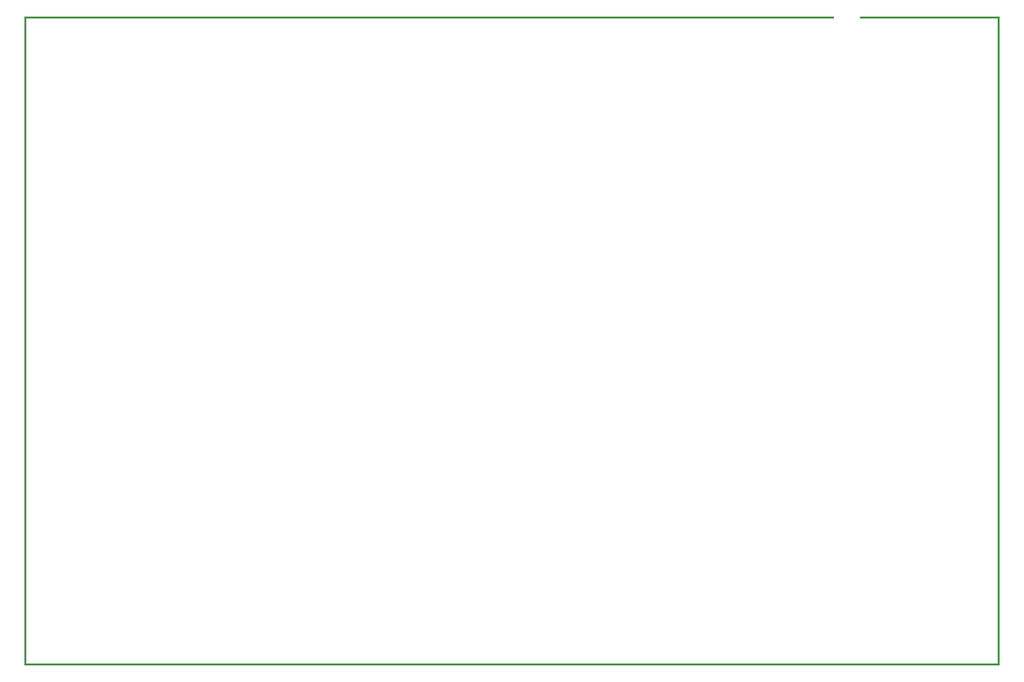
<source format=gbo>
G04 MADE WITH FRITZING*
G04 WWW.FRITZING.ORG*
G04 DOUBLE SIDED*
G04 HOLES PLATED*
G04 CONTOUR ON CENTER OF CONTOUR VECTOR*
%ASAXBY*%
%FSLAX23Y23*%
%MOIN*%
%OFA0B0*%
%SFA1.0B1.0*%
%ADD10R,0.001000X0.001000*%
%LNSILK0*%
G90*
G70*
G54D10*
X0Y2222D02*
X2766Y2222D01*
X2854Y2222D02*
X3332Y2222D01*
X0Y2221D02*
X2766Y2221D01*
X2855Y2221D02*
X3332Y2221D01*
X0Y2220D02*
X2766Y2220D01*
X2855Y2220D02*
X3332Y2220D01*
X0Y2219D02*
X2766Y2219D01*
X2855Y2219D02*
X3332Y2219D01*
X0Y2218D02*
X2766Y2218D01*
X2855Y2218D02*
X3332Y2218D01*
X0Y2217D02*
X2766Y2217D01*
X2855Y2217D02*
X3332Y2217D01*
X0Y2216D02*
X2766Y2216D01*
X2855Y2216D02*
X3332Y2216D01*
X0Y2215D02*
X2766Y2215D01*
X2855Y2215D02*
X3332Y2215D01*
X0Y2214D02*
X7Y2214D01*
X3325Y2214D02*
X3332Y2214D01*
X0Y2213D02*
X7Y2213D01*
X3325Y2213D02*
X3332Y2213D01*
X0Y2212D02*
X7Y2212D01*
X3325Y2212D02*
X3332Y2212D01*
X0Y2211D02*
X7Y2211D01*
X3325Y2211D02*
X3332Y2211D01*
X0Y2210D02*
X7Y2210D01*
X3325Y2210D02*
X3332Y2210D01*
X0Y2209D02*
X7Y2209D01*
X3325Y2209D02*
X3332Y2209D01*
X0Y2208D02*
X7Y2208D01*
X3325Y2208D02*
X3332Y2208D01*
X0Y2207D02*
X7Y2207D01*
X3325Y2207D02*
X3332Y2207D01*
X0Y2206D02*
X7Y2206D01*
X3325Y2206D02*
X3332Y2206D01*
X0Y2205D02*
X7Y2205D01*
X3325Y2205D02*
X3332Y2205D01*
X0Y2204D02*
X7Y2204D01*
X3325Y2204D02*
X3332Y2204D01*
X0Y2203D02*
X7Y2203D01*
X3325Y2203D02*
X3332Y2203D01*
X0Y2202D02*
X7Y2202D01*
X3325Y2202D02*
X3332Y2202D01*
X0Y2201D02*
X7Y2201D01*
X3325Y2201D02*
X3332Y2201D01*
X0Y2200D02*
X7Y2200D01*
X3325Y2200D02*
X3332Y2200D01*
X0Y2199D02*
X7Y2199D01*
X3325Y2199D02*
X3332Y2199D01*
X0Y2198D02*
X7Y2198D01*
X3325Y2198D02*
X3332Y2198D01*
X0Y2197D02*
X7Y2197D01*
X3325Y2197D02*
X3332Y2197D01*
X0Y2196D02*
X7Y2196D01*
X3325Y2196D02*
X3332Y2196D01*
X0Y2195D02*
X7Y2195D01*
X3325Y2195D02*
X3332Y2195D01*
X0Y2194D02*
X7Y2194D01*
X3325Y2194D02*
X3332Y2194D01*
X0Y2193D02*
X7Y2193D01*
X3325Y2193D02*
X3332Y2193D01*
X0Y2192D02*
X7Y2192D01*
X3325Y2192D02*
X3332Y2192D01*
X0Y2191D02*
X7Y2191D01*
X3325Y2191D02*
X3332Y2191D01*
X0Y2190D02*
X7Y2190D01*
X3325Y2190D02*
X3332Y2190D01*
X0Y2189D02*
X7Y2189D01*
X3325Y2189D02*
X3332Y2189D01*
X0Y2188D02*
X7Y2188D01*
X3325Y2188D02*
X3332Y2188D01*
X0Y2187D02*
X7Y2187D01*
X3325Y2187D02*
X3332Y2187D01*
X0Y2186D02*
X7Y2186D01*
X3325Y2186D02*
X3332Y2186D01*
X0Y2185D02*
X7Y2185D01*
X3325Y2185D02*
X3332Y2185D01*
X0Y2184D02*
X7Y2184D01*
X3325Y2184D02*
X3332Y2184D01*
X0Y2183D02*
X7Y2183D01*
X3325Y2183D02*
X3332Y2183D01*
X0Y2182D02*
X7Y2182D01*
X3325Y2182D02*
X3332Y2182D01*
X0Y2181D02*
X7Y2181D01*
X3325Y2181D02*
X3332Y2181D01*
X0Y2180D02*
X7Y2180D01*
X3325Y2180D02*
X3332Y2180D01*
X0Y2179D02*
X7Y2179D01*
X3325Y2179D02*
X3332Y2179D01*
X0Y2178D02*
X7Y2178D01*
X3325Y2178D02*
X3332Y2178D01*
X0Y2177D02*
X7Y2177D01*
X3325Y2177D02*
X3332Y2177D01*
X0Y2176D02*
X7Y2176D01*
X3325Y2176D02*
X3332Y2176D01*
X0Y2175D02*
X7Y2175D01*
X3325Y2175D02*
X3332Y2175D01*
X0Y2174D02*
X7Y2174D01*
X3325Y2174D02*
X3332Y2174D01*
X0Y2173D02*
X7Y2173D01*
X3325Y2173D02*
X3332Y2173D01*
X0Y2172D02*
X7Y2172D01*
X3325Y2172D02*
X3332Y2172D01*
X0Y2171D02*
X7Y2171D01*
X3325Y2171D02*
X3332Y2171D01*
X0Y2170D02*
X7Y2170D01*
X3325Y2170D02*
X3332Y2170D01*
X0Y2169D02*
X7Y2169D01*
X3325Y2169D02*
X3332Y2169D01*
X0Y2168D02*
X7Y2168D01*
X3325Y2168D02*
X3332Y2168D01*
X0Y2167D02*
X7Y2167D01*
X3325Y2167D02*
X3332Y2167D01*
X0Y2166D02*
X7Y2166D01*
X3325Y2166D02*
X3332Y2166D01*
X0Y2165D02*
X7Y2165D01*
X3325Y2165D02*
X3332Y2165D01*
X0Y2164D02*
X7Y2164D01*
X3325Y2164D02*
X3332Y2164D01*
X0Y2163D02*
X7Y2163D01*
X3325Y2163D02*
X3332Y2163D01*
X0Y2162D02*
X7Y2162D01*
X3325Y2162D02*
X3332Y2162D01*
X0Y2161D02*
X7Y2161D01*
X3325Y2161D02*
X3332Y2161D01*
X0Y2160D02*
X7Y2160D01*
X3325Y2160D02*
X3332Y2160D01*
X0Y2159D02*
X7Y2159D01*
X3325Y2159D02*
X3332Y2159D01*
X0Y2158D02*
X7Y2158D01*
X3325Y2158D02*
X3332Y2158D01*
X0Y2157D02*
X7Y2157D01*
X3325Y2157D02*
X3332Y2157D01*
X0Y2156D02*
X7Y2156D01*
X3325Y2156D02*
X3332Y2156D01*
X0Y2155D02*
X7Y2155D01*
X3325Y2155D02*
X3332Y2155D01*
X0Y2154D02*
X7Y2154D01*
X3325Y2154D02*
X3332Y2154D01*
X0Y2153D02*
X7Y2153D01*
X3325Y2153D02*
X3332Y2153D01*
X0Y2152D02*
X7Y2152D01*
X3325Y2152D02*
X3332Y2152D01*
X0Y2151D02*
X7Y2151D01*
X3325Y2151D02*
X3332Y2151D01*
X0Y2150D02*
X7Y2150D01*
X3325Y2150D02*
X3332Y2150D01*
X0Y2149D02*
X7Y2149D01*
X3325Y2149D02*
X3332Y2149D01*
X0Y2148D02*
X7Y2148D01*
X3325Y2148D02*
X3332Y2148D01*
X0Y2147D02*
X7Y2147D01*
X3325Y2147D02*
X3332Y2147D01*
X0Y2146D02*
X7Y2146D01*
X3325Y2146D02*
X3332Y2146D01*
X0Y2145D02*
X7Y2145D01*
X3325Y2145D02*
X3332Y2145D01*
X0Y2144D02*
X7Y2144D01*
X3325Y2144D02*
X3332Y2144D01*
X0Y2143D02*
X7Y2143D01*
X3325Y2143D02*
X3332Y2143D01*
X0Y2142D02*
X7Y2142D01*
X3325Y2142D02*
X3332Y2142D01*
X0Y2141D02*
X7Y2141D01*
X3325Y2141D02*
X3332Y2141D01*
X0Y2140D02*
X7Y2140D01*
X3325Y2140D02*
X3332Y2140D01*
X0Y2139D02*
X7Y2139D01*
X3325Y2139D02*
X3332Y2139D01*
X0Y2138D02*
X7Y2138D01*
X3325Y2138D02*
X3332Y2138D01*
X0Y2137D02*
X7Y2137D01*
X3325Y2137D02*
X3332Y2137D01*
X0Y2136D02*
X7Y2136D01*
X3325Y2136D02*
X3332Y2136D01*
X0Y2135D02*
X7Y2135D01*
X3325Y2135D02*
X3332Y2135D01*
X0Y2134D02*
X7Y2134D01*
X3325Y2134D02*
X3332Y2134D01*
X0Y2133D02*
X7Y2133D01*
X3325Y2133D02*
X3332Y2133D01*
X0Y2132D02*
X7Y2132D01*
X3325Y2132D02*
X3332Y2132D01*
X0Y2131D02*
X7Y2131D01*
X3325Y2131D02*
X3332Y2131D01*
X0Y2130D02*
X7Y2130D01*
X3325Y2130D02*
X3332Y2130D01*
X0Y2129D02*
X7Y2129D01*
X3325Y2129D02*
X3332Y2129D01*
X0Y2128D02*
X7Y2128D01*
X3325Y2128D02*
X3332Y2128D01*
X0Y2127D02*
X7Y2127D01*
X3325Y2127D02*
X3332Y2127D01*
X0Y2126D02*
X7Y2126D01*
X3325Y2126D02*
X3332Y2126D01*
X0Y2125D02*
X7Y2125D01*
X3325Y2125D02*
X3332Y2125D01*
X0Y2124D02*
X7Y2124D01*
X3325Y2124D02*
X3332Y2124D01*
X0Y2123D02*
X7Y2123D01*
X3325Y2123D02*
X3332Y2123D01*
X0Y2122D02*
X7Y2122D01*
X3325Y2122D02*
X3332Y2122D01*
X0Y2121D02*
X7Y2121D01*
X3325Y2121D02*
X3332Y2121D01*
X0Y2120D02*
X7Y2120D01*
X3325Y2120D02*
X3332Y2120D01*
X0Y2119D02*
X7Y2119D01*
X3325Y2119D02*
X3332Y2119D01*
X0Y2118D02*
X7Y2118D01*
X3325Y2118D02*
X3332Y2118D01*
X0Y2117D02*
X7Y2117D01*
X3325Y2117D02*
X3332Y2117D01*
X0Y2116D02*
X7Y2116D01*
X3325Y2116D02*
X3332Y2116D01*
X0Y2115D02*
X7Y2115D01*
X3325Y2115D02*
X3332Y2115D01*
X0Y2114D02*
X7Y2114D01*
X3325Y2114D02*
X3332Y2114D01*
X0Y2113D02*
X7Y2113D01*
X3325Y2113D02*
X3332Y2113D01*
X0Y2112D02*
X7Y2112D01*
X3325Y2112D02*
X3332Y2112D01*
X0Y2111D02*
X7Y2111D01*
X3325Y2111D02*
X3332Y2111D01*
X0Y2110D02*
X7Y2110D01*
X3325Y2110D02*
X3332Y2110D01*
X0Y2109D02*
X7Y2109D01*
X3325Y2109D02*
X3332Y2109D01*
X0Y2108D02*
X7Y2108D01*
X3325Y2108D02*
X3332Y2108D01*
X0Y2107D02*
X7Y2107D01*
X3325Y2107D02*
X3332Y2107D01*
X0Y2106D02*
X7Y2106D01*
X3325Y2106D02*
X3332Y2106D01*
X0Y2105D02*
X7Y2105D01*
X3325Y2105D02*
X3332Y2105D01*
X0Y2104D02*
X7Y2104D01*
X3325Y2104D02*
X3332Y2104D01*
X0Y2103D02*
X7Y2103D01*
X3325Y2103D02*
X3332Y2103D01*
X0Y2102D02*
X7Y2102D01*
X3325Y2102D02*
X3332Y2102D01*
X0Y2101D02*
X7Y2101D01*
X3325Y2101D02*
X3332Y2101D01*
X0Y2100D02*
X7Y2100D01*
X3325Y2100D02*
X3332Y2100D01*
X0Y2099D02*
X7Y2099D01*
X3325Y2099D02*
X3332Y2099D01*
X0Y2098D02*
X7Y2098D01*
X3325Y2098D02*
X3332Y2098D01*
X0Y2097D02*
X7Y2097D01*
X3325Y2097D02*
X3332Y2097D01*
X0Y2096D02*
X7Y2096D01*
X3325Y2096D02*
X3332Y2096D01*
X0Y2095D02*
X7Y2095D01*
X3325Y2095D02*
X3332Y2095D01*
X0Y2094D02*
X7Y2094D01*
X3325Y2094D02*
X3332Y2094D01*
X0Y2093D02*
X7Y2093D01*
X3325Y2093D02*
X3332Y2093D01*
X0Y2092D02*
X7Y2092D01*
X3325Y2092D02*
X3332Y2092D01*
X0Y2091D02*
X7Y2091D01*
X3325Y2091D02*
X3332Y2091D01*
X0Y2090D02*
X7Y2090D01*
X3325Y2090D02*
X3332Y2090D01*
X0Y2089D02*
X7Y2089D01*
X3325Y2089D02*
X3332Y2089D01*
X0Y2088D02*
X7Y2088D01*
X3325Y2088D02*
X3332Y2088D01*
X0Y2087D02*
X7Y2087D01*
X3325Y2087D02*
X3332Y2087D01*
X0Y2086D02*
X7Y2086D01*
X3325Y2086D02*
X3332Y2086D01*
X0Y2085D02*
X7Y2085D01*
X3325Y2085D02*
X3332Y2085D01*
X0Y2084D02*
X7Y2084D01*
X3325Y2084D02*
X3332Y2084D01*
X0Y2083D02*
X7Y2083D01*
X3325Y2083D02*
X3332Y2083D01*
X0Y2082D02*
X7Y2082D01*
X3325Y2082D02*
X3332Y2082D01*
X0Y2081D02*
X7Y2081D01*
X3325Y2081D02*
X3332Y2081D01*
X0Y2080D02*
X7Y2080D01*
X3325Y2080D02*
X3332Y2080D01*
X0Y2079D02*
X7Y2079D01*
X3325Y2079D02*
X3332Y2079D01*
X0Y2078D02*
X7Y2078D01*
X3325Y2078D02*
X3332Y2078D01*
X0Y2077D02*
X7Y2077D01*
X3325Y2077D02*
X3332Y2077D01*
X0Y2076D02*
X7Y2076D01*
X3325Y2076D02*
X3332Y2076D01*
X0Y2075D02*
X7Y2075D01*
X3325Y2075D02*
X3332Y2075D01*
X0Y2074D02*
X7Y2074D01*
X3325Y2074D02*
X3332Y2074D01*
X0Y2073D02*
X7Y2073D01*
X3325Y2073D02*
X3332Y2073D01*
X0Y2072D02*
X7Y2072D01*
X3325Y2072D02*
X3332Y2072D01*
X0Y2071D02*
X7Y2071D01*
X3325Y2071D02*
X3332Y2071D01*
X0Y2070D02*
X7Y2070D01*
X3325Y2070D02*
X3332Y2070D01*
X0Y2069D02*
X7Y2069D01*
X3325Y2069D02*
X3332Y2069D01*
X0Y2068D02*
X7Y2068D01*
X3325Y2068D02*
X3332Y2068D01*
X0Y2067D02*
X7Y2067D01*
X3325Y2067D02*
X3332Y2067D01*
X0Y2066D02*
X7Y2066D01*
X3325Y2066D02*
X3332Y2066D01*
X0Y2065D02*
X7Y2065D01*
X3325Y2065D02*
X3332Y2065D01*
X0Y2064D02*
X7Y2064D01*
X3325Y2064D02*
X3332Y2064D01*
X0Y2063D02*
X7Y2063D01*
X3325Y2063D02*
X3332Y2063D01*
X0Y2062D02*
X7Y2062D01*
X3325Y2062D02*
X3332Y2062D01*
X0Y2061D02*
X7Y2061D01*
X3325Y2061D02*
X3332Y2061D01*
X0Y2060D02*
X7Y2060D01*
X3325Y2060D02*
X3332Y2060D01*
X0Y2059D02*
X7Y2059D01*
X3325Y2059D02*
X3332Y2059D01*
X0Y2058D02*
X7Y2058D01*
X3325Y2058D02*
X3332Y2058D01*
X0Y2057D02*
X7Y2057D01*
X3325Y2057D02*
X3332Y2057D01*
X0Y2056D02*
X7Y2056D01*
X3325Y2056D02*
X3332Y2056D01*
X0Y2055D02*
X7Y2055D01*
X3325Y2055D02*
X3332Y2055D01*
X0Y2054D02*
X7Y2054D01*
X3325Y2054D02*
X3332Y2054D01*
X0Y2053D02*
X7Y2053D01*
X3325Y2053D02*
X3332Y2053D01*
X0Y2052D02*
X7Y2052D01*
X3325Y2052D02*
X3332Y2052D01*
X0Y2051D02*
X7Y2051D01*
X3325Y2051D02*
X3332Y2051D01*
X0Y2050D02*
X7Y2050D01*
X3325Y2050D02*
X3332Y2050D01*
X0Y2049D02*
X7Y2049D01*
X3325Y2049D02*
X3332Y2049D01*
X0Y2048D02*
X7Y2048D01*
X3325Y2048D02*
X3332Y2048D01*
X0Y2047D02*
X7Y2047D01*
X3325Y2047D02*
X3332Y2047D01*
X0Y2046D02*
X7Y2046D01*
X3325Y2046D02*
X3332Y2046D01*
X0Y2045D02*
X7Y2045D01*
X3325Y2045D02*
X3332Y2045D01*
X0Y2044D02*
X7Y2044D01*
X3325Y2044D02*
X3332Y2044D01*
X0Y2043D02*
X7Y2043D01*
X3325Y2043D02*
X3332Y2043D01*
X0Y2042D02*
X7Y2042D01*
X3325Y2042D02*
X3332Y2042D01*
X0Y2041D02*
X7Y2041D01*
X3325Y2041D02*
X3332Y2041D01*
X0Y2040D02*
X7Y2040D01*
X3325Y2040D02*
X3332Y2040D01*
X0Y2039D02*
X7Y2039D01*
X3325Y2039D02*
X3332Y2039D01*
X0Y2038D02*
X7Y2038D01*
X3325Y2038D02*
X3332Y2038D01*
X0Y2037D02*
X7Y2037D01*
X3325Y2037D02*
X3332Y2037D01*
X0Y2036D02*
X7Y2036D01*
X3325Y2036D02*
X3332Y2036D01*
X0Y2035D02*
X7Y2035D01*
X3325Y2035D02*
X3332Y2035D01*
X0Y2034D02*
X7Y2034D01*
X3325Y2034D02*
X3332Y2034D01*
X0Y2033D02*
X7Y2033D01*
X3325Y2033D02*
X3332Y2033D01*
X0Y2032D02*
X7Y2032D01*
X3325Y2032D02*
X3332Y2032D01*
X0Y2031D02*
X7Y2031D01*
X3325Y2031D02*
X3332Y2031D01*
X0Y2030D02*
X7Y2030D01*
X3325Y2030D02*
X3332Y2030D01*
X0Y2029D02*
X7Y2029D01*
X3325Y2029D02*
X3332Y2029D01*
X0Y2028D02*
X7Y2028D01*
X3325Y2028D02*
X3332Y2028D01*
X0Y2027D02*
X7Y2027D01*
X3325Y2027D02*
X3332Y2027D01*
X0Y2026D02*
X7Y2026D01*
X3325Y2026D02*
X3332Y2026D01*
X0Y2025D02*
X7Y2025D01*
X3325Y2025D02*
X3332Y2025D01*
X0Y2024D02*
X7Y2024D01*
X3325Y2024D02*
X3332Y2024D01*
X0Y2023D02*
X7Y2023D01*
X3325Y2023D02*
X3332Y2023D01*
X0Y2022D02*
X7Y2022D01*
X3325Y2022D02*
X3332Y2022D01*
X0Y2021D02*
X7Y2021D01*
X3325Y2021D02*
X3332Y2021D01*
X0Y2020D02*
X7Y2020D01*
X3325Y2020D02*
X3332Y2020D01*
X0Y2019D02*
X7Y2019D01*
X3325Y2019D02*
X3332Y2019D01*
X0Y2018D02*
X7Y2018D01*
X3325Y2018D02*
X3332Y2018D01*
X0Y2017D02*
X7Y2017D01*
X3325Y2017D02*
X3332Y2017D01*
X0Y2016D02*
X7Y2016D01*
X3325Y2016D02*
X3332Y2016D01*
X0Y2015D02*
X7Y2015D01*
X3325Y2015D02*
X3332Y2015D01*
X0Y2014D02*
X7Y2014D01*
X3325Y2014D02*
X3332Y2014D01*
X0Y2013D02*
X7Y2013D01*
X3325Y2013D02*
X3332Y2013D01*
X0Y2012D02*
X7Y2012D01*
X3325Y2012D02*
X3332Y2012D01*
X0Y2011D02*
X7Y2011D01*
X3325Y2011D02*
X3332Y2011D01*
X0Y2010D02*
X7Y2010D01*
X3325Y2010D02*
X3332Y2010D01*
X0Y2009D02*
X7Y2009D01*
X3325Y2009D02*
X3332Y2009D01*
X0Y2008D02*
X7Y2008D01*
X3325Y2008D02*
X3332Y2008D01*
X0Y2007D02*
X7Y2007D01*
X3325Y2007D02*
X3332Y2007D01*
X0Y2006D02*
X7Y2006D01*
X3325Y2006D02*
X3332Y2006D01*
X0Y2005D02*
X7Y2005D01*
X3325Y2005D02*
X3332Y2005D01*
X0Y2004D02*
X7Y2004D01*
X3325Y2004D02*
X3332Y2004D01*
X0Y2003D02*
X7Y2003D01*
X3325Y2003D02*
X3332Y2003D01*
X0Y2002D02*
X7Y2002D01*
X3325Y2002D02*
X3332Y2002D01*
X0Y2001D02*
X7Y2001D01*
X3325Y2001D02*
X3332Y2001D01*
X0Y2000D02*
X7Y2000D01*
X3325Y2000D02*
X3332Y2000D01*
X0Y1999D02*
X7Y1999D01*
X3325Y1999D02*
X3332Y1999D01*
X0Y1998D02*
X7Y1998D01*
X3325Y1998D02*
X3332Y1998D01*
X0Y1997D02*
X7Y1997D01*
X3325Y1997D02*
X3332Y1997D01*
X0Y1996D02*
X7Y1996D01*
X3325Y1996D02*
X3332Y1996D01*
X0Y1995D02*
X7Y1995D01*
X3325Y1995D02*
X3332Y1995D01*
X0Y1994D02*
X7Y1994D01*
X3325Y1994D02*
X3332Y1994D01*
X0Y1993D02*
X7Y1993D01*
X3325Y1993D02*
X3332Y1993D01*
X0Y1992D02*
X7Y1992D01*
X3325Y1992D02*
X3332Y1992D01*
X0Y1991D02*
X7Y1991D01*
X3325Y1991D02*
X3332Y1991D01*
X0Y1990D02*
X7Y1990D01*
X3325Y1990D02*
X3332Y1990D01*
X0Y1989D02*
X7Y1989D01*
X3325Y1989D02*
X3332Y1989D01*
X0Y1988D02*
X7Y1988D01*
X3325Y1988D02*
X3332Y1988D01*
X0Y1987D02*
X7Y1987D01*
X3325Y1987D02*
X3332Y1987D01*
X0Y1986D02*
X7Y1986D01*
X3325Y1986D02*
X3332Y1986D01*
X0Y1985D02*
X7Y1985D01*
X3325Y1985D02*
X3332Y1985D01*
X0Y1984D02*
X7Y1984D01*
X3325Y1984D02*
X3332Y1984D01*
X0Y1983D02*
X7Y1983D01*
X3325Y1983D02*
X3332Y1983D01*
X0Y1982D02*
X7Y1982D01*
X3325Y1982D02*
X3332Y1982D01*
X0Y1981D02*
X7Y1981D01*
X3325Y1981D02*
X3332Y1981D01*
X0Y1980D02*
X7Y1980D01*
X3325Y1980D02*
X3332Y1980D01*
X0Y1979D02*
X7Y1979D01*
X3325Y1979D02*
X3332Y1979D01*
X0Y1978D02*
X7Y1978D01*
X3325Y1978D02*
X3332Y1978D01*
X0Y1977D02*
X7Y1977D01*
X3325Y1977D02*
X3332Y1977D01*
X0Y1976D02*
X7Y1976D01*
X3325Y1976D02*
X3332Y1976D01*
X0Y1975D02*
X7Y1975D01*
X3325Y1975D02*
X3332Y1975D01*
X0Y1974D02*
X7Y1974D01*
X3325Y1974D02*
X3332Y1974D01*
X0Y1973D02*
X7Y1973D01*
X3325Y1973D02*
X3332Y1973D01*
X0Y1972D02*
X7Y1972D01*
X3325Y1972D02*
X3332Y1972D01*
X0Y1971D02*
X7Y1971D01*
X3325Y1971D02*
X3332Y1971D01*
X0Y1970D02*
X7Y1970D01*
X3325Y1970D02*
X3332Y1970D01*
X0Y1969D02*
X7Y1969D01*
X3325Y1969D02*
X3332Y1969D01*
X0Y1968D02*
X7Y1968D01*
X3325Y1968D02*
X3332Y1968D01*
X0Y1967D02*
X7Y1967D01*
X3325Y1967D02*
X3332Y1967D01*
X0Y1966D02*
X7Y1966D01*
X3325Y1966D02*
X3332Y1966D01*
X0Y1965D02*
X7Y1965D01*
X3325Y1965D02*
X3332Y1965D01*
X0Y1964D02*
X7Y1964D01*
X3325Y1964D02*
X3332Y1964D01*
X0Y1963D02*
X7Y1963D01*
X3325Y1963D02*
X3332Y1963D01*
X0Y1962D02*
X7Y1962D01*
X3325Y1962D02*
X3332Y1962D01*
X0Y1961D02*
X7Y1961D01*
X3325Y1961D02*
X3332Y1961D01*
X0Y1960D02*
X7Y1960D01*
X3325Y1960D02*
X3332Y1960D01*
X0Y1959D02*
X7Y1959D01*
X3325Y1959D02*
X3332Y1959D01*
X0Y1958D02*
X7Y1958D01*
X3325Y1958D02*
X3332Y1958D01*
X0Y1957D02*
X7Y1957D01*
X3325Y1957D02*
X3332Y1957D01*
X0Y1956D02*
X7Y1956D01*
X3325Y1956D02*
X3332Y1956D01*
X0Y1955D02*
X7Y1955D01*
X3325Y1955D02*
X3332Y1955D01*
X0Y1954D02*
X7Y1954D01*
X3325Y1954D02*
X3332Y1954D01*
X0Y1953D02*
X7Y1953D01*
X3325Y1953D02*
X3332Y1953D01*
X0Y1952D02*
X7Y1952D01*
X3325Y1952D02*
X3332Y1952D01*
X0Y1951D02*
X7Y1951D01*
X3325Y1951D02*
X3332Y1951D01*
X0Y1950D02*
X7Y1950D01*
X3325Y1950D02*
X3332Y1950D01*
X0Y1949D02*
X7Y1949D01*
X3325Y1949D02*
X3332Y1949D01*
X0Y1948D02*
X7Y1948D01*
X3325Y1948D02*
X3332Y1948D01*
X0Y1947D02*
X7Y1947D01*
X3325Y1947D02*
X3332Y1947D01*
X0Y1946D02*
X7Y1946D01*
X3325Y1946D02*
X3332Y1946D01*
X0Y1945D02*
X7Y1945D01*
X3325Y1945D02*
X3332Y1945D01*
X0Y1944D02*
X7Y1944D01*
X3325Y1944D02*
X3332Y1944D01*
X0Y1943D02*
X7Y1943D01*
X3325Y1943D02*
X3332Y1943D01*
X0Y1942D02*
X7Y1942D01*
X3325Y1942D02*
X3332Y1942D01*
X0Y1941D02*
X7Y1941D01*
X3325Y1941D02*
X3332Y1941D01*
X0Y1940D02*
X7Y1940D01*
X3325Y1940D02*
X3332Y1940D01*
X0Y1939D02*
X7Y1939D01*
X3325Y1939D02*
X3332Y1939D01*
X0Y1938D02*
X7Y1938D01*
X3325Y1938D02*
X3332Y1938D01*
X0Y1937D02*
X7Y1937D01*
X3325Y1937D02*
X3332Y1937D01*
X0Y1936D02*
X7Y1936D01*
X3325Y1936D02*
X3332Y1936D01*
X0Y1935D02*
X7Y1935D01*
X3325Y1935D02*
X3332Y1935D01*
X0Y1934D02*
X7Y1934D01*
X3325Y1934D02*
X3332Y1934D01*
X0Y1933D02*
X7Y1933D01*
X3325Y1933D02*
X3332Y1933D01*
X0Y1932D02*
X7Y1932D01*
X3325Y1932D02*
X3332Y1932D01*
X0Y1931D02*
X7Y1931D01*
X3325Y1931D02*
X3332Y1931D01*
X0Y1930D02*
X7Y1930D01*
X3325Y1930D02*
X3332Y1930D01*
X0Y1929D02*
X7Y1929D01*
X3325Y1929D02*
X3332Y1929D01*
X0Y1928D02*
X7Y1928D01*
X3325Y1928D02*
X3332Y1928D01*
X0Y1927D02*
X7Y1927D01*
X3325Y1927D02*
X3332Y1927D01*
X0Y1926D02*
X7Y1926D01*
X3325Y1926D02*
X3332Y1926D01*
X0Y1925D02*
X7Y1925D01*
X3325Y1925D02*
X3332Y1925D01*
X0Y1924D02*
X7Y1924D01*
X3325Y1924D02*
X3332Y1924D01*
X0Y1923D02*
X7Y1923D01*
X3325Y1923D02*
X3332Y1923D01*
X0Y1922D02*
X7Y1922D01*
X3325Y1922D02*
X3332Y1922D01*
X0Y1921D02*
X7Y1921D01*
X3325Y1921D02*
X3332Y1921D01*
X0Y1920D02*
X7Y1920D01*
X3325Y1920D02*
X3332Y1920D01*
X0Y1919D02*
X7Y1919D01*
X3325Y1919D02*
X3332Y1919D01*
X0Y1918D02*
X7Y1918D01*
X3325Y1918D02*
X3332Y1918D01*
X0Y1917D02*
X7Y1917D01*
X3325Y1917D02*
X3332Y1917D01*
X0Y1916D02*
X7Y1916D01*
X3325Y1916D02*
X3332Y1916D01*
X0Y1915D02*
X7Y1915D01*
X3325Y1915D02*
X3332Y1915D01*
X0Y1914D02*
X7Y1914D01*
X3325Y1914D02*
X3332Y1914D01*
X0Y1913D02*
X7Y1913D01*
X3325Y1913D02*
X3332Y1913D01*
X0Y1912D02*
X7Y1912D01*
X3325Y1912D02*
X3332Y1912D01*
X0Y1911D02*
X7Y1911D01*
X3325Y1911D02*
X3332Y1911D01*
X0Y1910D02*
X7Y1910D01*
X3325Y1910D02*
X3332Y1910D01*
X0Y1909D02*
X7Y1909D01*
X3325Y1909D02*
X3332Y1909D01*
X0Y1908D02*
X7Y1908D01*
X3325Y1908D02*
X3332Y1908D01*
X0Y1907D02*
X7Y1907D01*
X3325Y1907D02*
X3332Y1907D01*
X0Y1906D02*
X7Y1906D01*
X3325Y1906D02*
X3332Y1906D01*
X0Y1905D02*
X7Y1905D01*
X3325Y1905D02*
X3332Y1905D01*
X0Y1904D02*
X7Y1904D01*
X3325Y1904D02*
X3332Y1904D01*
X0Y1903D02*
X7Y1903D01*
X3325Y1903D02*
X3332Y1903D01*
X0Y1902D02*
X7Y1902D01*
X3325Y1902D02*
X3332Y1902D01*
X0Y1901D02*
X7Y1901D01*
X3325Y1901D02*
X3332Y1901D01*
X0Y1900D02*
X7Y1900D01*
X3325Y1900D02*
X3332Y1900D01*
X0Y1899D02*
X7Y1899D01*
X3325Y1899D02*
X3332Y1899D01*
X0Y1898D02*
X7Y1898D01*
X3325Y1898D02*
X3332Y1898D01*
X0Y1897D02*
X7Y1897D01*
X3325Y1897D02*
X3332Y1897D01*
X0Y1896D02*
X7Y1896D01*
X3325Y1896D02*
X3332Y1896D01*
X0Y1895D02*
X7Y1895D01*
X3325Y1895D02*
X3332Y1895D01*
X0Y1894D02*
X7Y1894D01*
X3325Y1894D02*
X3332Y1894D01*
X0Y1893D02*
X7Y1893D01*
X3325Y1893D02*
X3332Y1893D01*
X0Y1892D02*
X7Y1892D01*
X3325Y1892D02*
X3332Y1892D01*
X0Y1891D02*
X7Y1891D01*
X3325Y1891D02*
X3332Y1891D01*
X0Y1890D02*
X7Y1890D01*
X3325Y1890D02*
X3332Y1890D01*
X0Y1889D02*
X7Y1889D01*
X3325Y1889D02*
X3332Y1889D01*
X0Y1888D02*
X7Y1888D01*
X3325Y1888D02*
X3332Y1888D01*
X0Y1887D02*
X7Y1887D01*
X3325Y1887D02*
X3332Y1887D01*
X0Y1886D02*
X7Y1886D01*
X3325Y1886D02*
X3332Y1886D01*
X0Y1885D02*
X7Y1885D01*
X3325Y1885D02*
X3332Y1885D01*
X0Y1884D02*
X7Y1884D01*
X3325Y1884D02*
X3332Y1884D01*
X0Y1883D02*
X7Y1883D01*
X3325Y1883D02*
X3332Y1883D01*
X0Y1882D02*
X7Y1882D01*
X3325Y1882D02*
X3332Y1882D01*
X0Y1881D02*
X7Y1881D01*
X3325Y1881D02*
X3332Y1881D01*
X0Y1880D02*
X7Y1880D01*
X3325Y1880D02*
X3332Y1880D01*
X0Y1879D02*
X7Y1879D01*
X3325Y1879D02*
X3332Y1879D01*
X0Y1878D02*
X7Y1878D01*
X3325Y1878D02*
X3332Y1878D01*
X0Y1877D02*
X7Y1877D01*
X3325Y1877D02*
X3332Y1877D01*
X0Y1876D02*
X7Y1876D01*
X3325Y1876D02*
X3332Y1876D01*
X0Y1875D02*
X7Y1875D01*
X3325Y1875D02*
X3332Y1875D01*
X0Y1874D02*
X7Y1874D01*
X3325Y1874D02*
X3332Y1874D01*
X0Y1873D02*
X7Y1873D01*
X3325Y1873D02*
X3332Y1873D01*
X0Y1872D02*
X7Y1872D01*
X3325Y1872D02*
X3332Y1872D01*
X0Y1871D02*
X7Y1871D01*
X3325Y1871D02*
X3332Y1871D01*
X0Y1870D02*
X7Y1870D01*
X3325Y1870D02*
X3332Y1870D01*
X0Y1869D02*
X7Y1869D01*
X3325Y1869D02*
X3332Y1869D01*
X0Y1868D02*
X7Y1868D01*
X3325Y1868D02*
X3332Y1868D01*
X0Y1867D02*
X7Y1867D01*
X3325Y1867D02*
X3332Y1867D01*
X0Y1866D02*
X7Y1866D01*
X3325Y1866D02*
X3332Y1866D01*
X0Y1865D02*
X7Y1865D01*
X3325Y1865D02*
X3332Y1865D01*
X0Y1864D02*
X7Y1864D01*
X3325Y1864D02*
X3332Y1864D01*
X0Y1863D02*
X7Y1863D01*
X3325Y1863D02*
X3332Y1863D01*
X0Y1862D02*
X7Y1862D01*
X3325Y1862D02*
X3332Y1862D01*
X0Y1861D02*
X7Y1861D01*
X3325Y1861D02*
X3332Y1861D01*
X0Y1860D02*
X7Y1860D01*
X3325Y1860D02*
X3332Y1860D01*
X0Y1859D02*
X7Y1859D01*
X3325Y1859D02*
X3332Y1859D01*
X0Y1858D02*
X7Y1858D01*
X3325Y1858D02*
X3332Y1858D01*
X0Y1857D02*
X7Y1857D01*
X3325Y1857D02*
X3332Y1857D01*
X0Y1856D02*
X7Y1856D01*
X3325Y1856D02*
X3332Y1856D01*
X0Y1855D02*
X7Y1855D01*
X3325Y1855D02*
X3332Y1855D01*
X0Y1854D02*
X7Y1854D01*
X3325Y1854D02*
X3332Y1854D01*
X0Y1853D02*
X7Y1853D01*
X3325Y1853D02*
X3332Y1853D01*
X0Y1852D02*
X7Y1852D01*
X3325Y1852D02*
X3332Y1852D01*
X0Y1851D02*
X7Y1851D01*
X3325Y1851D02*
X3332Y1851D01*
X0Y1850D02*
X7Y1850D01*
X3325Y1850D02*
X3332Y1850D01*
X0Y1849D02*
X7Y1849D01*
X3325Y1849D02*
X3332Y1849D01*
X0Y1848D02*
X7Y1848D01*
X3325Y1848D02*
X3332Y1848D01*
X0Y1847D02*
X7Y1847D01*
X3325Y1847D02*
X3332Y1847D01*
X0Y1846D02*
X7Y1846D01*
X3325Y1846D02*
X3332Y1846D01*
X0Y1845D02*
X7Y1845D01*
X3325Y1845D02*
X3332Y1845D01*
X0Y1844D02*
X7Y1844D01*
X3325Y1844D02*
X3332Y1844D01*
X0Y1843D02*
X7Y1843D01*
X3325Y1843D02*
X3332Y1843D01*
X0Y1842D02*
X7Y1842D01*
X3325Y1842D02*
X3332Y1842D01*
X0Y1841D02*
X7Y1841D01*
X3325Y1841D02*
X3332Y1841D01*
X0Y1840D02*
X7Y1840D01*
X3325Y1840D02*
X3332Y1840D01*
X0Y1839D02*
X7Y1839D01*
X3325Y1839D02*
X3332Y1839D01*
X0Y1838D02*
X7Y1838D01*
X3325Y1838D02*
X3332Y1838D01*
X0Y1837D02*
X7Y1837D01*
X3325Y1837D02*
X3332Y1837D01*
X0Y1836D02*
X7Y1836D01*
X3325Y1836D02*
X3332Y1836D01*
X0Y1835D02*
X7Y1835D01*
X3325Y1835D02*
X3332Y1835D01*
X0Y1834D02*
X7Y1834D01*
X3325Y1834D02*
X3332Y1834D01*
X0Y1833D02*
X7Y1833D01*
X3325Y1833D02*
X3332Y1833D01*
X0Y1832D02*
X7Y1832D01*
X3325Y1832D02*
X3332Y1832D01*
X0Y1831D02*
X7Y1831D01*
X3325Y1831D02*
X3332Y1831D01*
X0Y1830D02*
X7Y1830D01*
X3325Y1830D02*
X3332Y1830D01*
X0Y1829D02*
X7Y1829D01*
X3325Y1829D02*
X3332Y1829D01*
X0Y1828D02*
X7Y1828D01*
X3325Y1828D02*
X3332Y1828D01*
X0Y1827D02*
X7Y1827D01*
X3325Y1827D02*
X3332Y1827D01*
X0Y1826D02*
X7Y1826D01*
X3325Y1826D02*
X3332Y1826D01*
X0Y1825D02*
X7Y1825D01*
X3325Y1825D02*
X3332Y1825D01*
X0Y1824D02*
X7Y1824D01*
X3325Y1824D02*
X3332Y1824D01*
X0Y1823D02*
X7Y1823D01*
X3325Y1823D02*
X3332Y1823D01*
X0Y1822D02*
X7Y1822D01*
X3325Y1822D02*
X3332Y1822D01*
X0Y1821D02*
X7Y1821D01*
X3325Y1821D02*
X3332Y1821D01*
X0Y1820D02*
X7Y1820D01*
X3325Y1820D02*
X3332Y1820D01*
X0Y1819D02*
X7Y1819D01*
X3325Y1819D02*
X3332Y1819D01*
X0Y1818D02*
X7Y1818D01*
X3325Y1818D02*
X3332Y1818D01*
X0Y1817D02*
X7Y1817D01*
X3325Y1817D02*
X3332Y1817D01*
X0Y1816D02*
X7Y1816D01*
X3325Y1816D02*
X3332Y1816D01*
X0Y1815D02*
X7Y1815D01*
X3325Y1815D02*
X3332Y1815D01*
X0Y1814D02*
X7Y1814D01*
X3325Y1814D02*
X3332Y1814D01*
X0Y1813D02*
X7Y1813D01*
X3325Y1813D02*
X3332Y1813D01*
X0Y1812D02*
X7Y1812D01*
X3325Y1812D02*
X3332Y1812D01*
X0Y1811D02*
X7Y1811D01*
X3325Y1811D02*
X3332Y1811D01*
X0Y1810D02*
X7Y1810D01*
X3325Y1810D02*
X3332Y1810D01*
X0Y1809D02*
X7Y1809D01*
X3325Y1809D02*
X3332Y1809D01*
X0Y1808D02*
X7Y1808D01*
X3325Y1808D02*
X3332Y1808D01*
X0Y1807D02*
X7Y1807D01*
X3325Y1807D02*
X3332Y1807D01*
X0Y1806D02*
X7Y1806D01*
X3325Y1806D02*
X3332Y1806D01*
X0Y1805D02*
X7Y1805D01*
X3325Y1805D02*
X3332Y1805D01*
X0Y1804D02*
X7Y1804D01*
X3325Y1804D02*
X3332Y1804D01*
X0Y1803D02*
X7Y1803D01*
X3325Y1803D02*
X3332Y1803D01*
X0Y1802D02*
X7Y1802D01*
X3325Y1802D02*
X3332Y1802D01*
X0Y1801D02*
X7Y1801D01*
X3325Y1801D02*
X3332Y1801D01*
X0Y1800D02*
X7Y1800D01*
X3325Y1800D02*
X3332Y1800D01*
X0Y1799D02*
X7Y1799D01*
X3325Y1799D02*
X3332Y1799D01*
X0Y1798D02*
X7Y1798D01*
X3325Y1798D02*
X3332Y1798D01*
X0Y1797D02*
X7Y1797D01*
X3325Y1797D02*
X3332Y1797D01*
X0Y1796D02*
X7Y1796D01*
X3325Y1796D02*
X3332Y1796D01*
X0Y1795D02*
X7Y1795D01*
X3325Y1795D02*
X3332Y1795D01*
X0Y1794D02*
X7Y1794D01*
X3325Y1794D02*
X3332Y1794D01*
X0Y1793D02*
X7Y1793D01*
X3325Y1793D02*
X3332Y1793D01*
X0Y1792D02*
X7Y1792D01*
X3325Y1792D02*
X3332Y1792D01*
X0Y1791D02*
X7Y1791D01*
X3325Y1791D02*
X3332Y1791D01*
X0Y1790D02*
X7Y1790D01*
X3325Y1790D02*
X3332Y1790D01*
X0Y1789D02*
X7Y1789D01*
X3325Y1789D02*
X3332Y1789D01*
X0Y1788D02*
X7Y1788D01*
X3325Y1788D02*
X3332Y1788D01*
X0Y1787D02*
X7Y1787D01*
X3325Y1787D02*
X3332Y1787D01*
X0Y1786D02*
X7Y1786D01*
X3325Y1786D02*
X3332Y1786D01*
X0Y1785D02*
X7Y1785D01*
X3325Y1785D02*
X3332Y1785D01*
X0Y1784D02*
X7Y1784D01*
X3325Y1784D02*
X3332Y1784D01*
X0Y1783D02*
X7Y1783D01*
X3325Y1783D02*
X3332Y1783D01*
X0Y1782D02*
X7Y1782D01*
X3325Y1782D02*
X3332Y1782D01*
X0Y1781D02*
X7Y1781D01*
X3325Y1781D02*
X3332Y1781D01*
X0Y1780D02*
X7Y1780D01*
X3325Y1780D02*
X3332Y1780D01*
X0Y1779D02*
X7Y1779D01*
X3325Y1779D02*
X3332Y1779D01*
X0Y1778D02*
X7Y1778D01*
X3325Y1778D02*
X3332Y1778D01*
X0Y1777D02*
X7Y1777D01*
X3325Y1777D02*
X3332Y1777D01*
X0Y1776D02*
X7Y1776D01*
X3325Y1776D02*
X3332Y1776D01*
X0Y1775D02*
X7Y1775D01*
X3325Y1775D02*
X3332Y1775D01*
X0Y1774D02*
X7Y1774D01*
X3325Y1774D02*
X3332Y1774D01*
X0Y1773D02*
X7Y1773D01*
X3325Y1773D02*
X3332Y1773D01*
X0Y1772D02*
X7Y1772D01*
X3325Y1772D02*
X3332Y1772D01*
X0Y1771D02*
X7Y1771D01*
X3325Y1771D02*
X3332Y1771D01*
X0Y1770D02*
X7Y1770D01*
X3325Y1770D02*
X3332Y1770D01*
X0Y1769D02*
X7Y1769D01*
X3325Y1769D02*
X3332Y1769D01*
X0Y1768D02*
X7Y1768D01*
X3325Y1768D02*
X3332Y1768D01*
X0Y1767D02*
X7Y1767D01*
X3325Y1767D02*
X3332Y1767D01*
X0Y1766D02*
X7Y1766D01*
X3325Y1766D02*
X3332Y1766D01*
X0Y1765D02*
X7Y1765D01*
X3325Y1765D02*
X3332Y1765D01*
X0Y1764D02*
X7Y1764D01*
X3325Y1764D02*
X3332Y1764D01*
X0Y1763D02*
X7Y1763D01*
X3325Y1763D02*
X3332Y1763D01*
X0Y1762D02*
X7Y1762D01*
X3325Y1762D02*
X3332Y1762D01*
X0Y1761D02*
X7Y1761D01*
X3325Y1761D02*
X3332Y1761D01*
X0Y1760D02*
X7Y1760D01*
X3325Y1760D02*
X3332Y1760D01*
X0Y1759D02*
X7Y1759D01*
X3325Y1759D02*
X3332Y1759D01*
X0Y1758D02*
X7Y1758D01*
X3325Y1758D02*
X3332Y1758D01*
X0Y1757D02*
X7Y1757D01*
X3325Y1757D02*
X3332Y1757D01*
X0Y1756D02*
X7Y1756D01*
X3325Y1756D02*
X3332Y1756D01*
X0Y1755D02*
X7Y1755D01*
X3325Y1755D02*
X3332Y1755D01*
X0Y1754D02*
X7Y1754D01*
X3325Y1754D02*
X3332Y1754D01*
X0Y1753D02*
X7Y1753D01*
X3325Y1753D02*
X3332Y1753D01*
X0Y1752D02*
X7Y1752D01*
X3325Y1752D02*
X3332Y1752D01*
X0Y1751D02*
X7Y1751D01*
X3325Y1751D02*
X3332Y1751D01*
X0Y1750D02*
X7Y1750D01*
X3325Y1750D02*
X3332Y1750D01*
X0Y1749D02*
X7Y1749D01*
X3325Y1749D02*
X3332Y1749D01*
X0Y1748D02*
X7Y1748D01*
X3325Y1748D02*
X3332Y1748D01*
X0Y1747D02*
X7Y1747D01*
X3325Y1747D02*
X3332Y1747D01*
X0Y1746D02*
X7Y1746D01*
X3325Y1746D02*
X3332Y1746D01*
X0Y1745D02*
X7Y1745D01*
X3325Y1745D02*
X3332Y1745D01*
X0Y1744D02*
X7Y1744D01*
X3325Y1744D02*
X3332Y1744D01*
X0Y1743D02*
X7Y1743D01*
X3325Y1743D02*
X3332Y1743D01*
X0Y1742D02*
X7Y1742D01*
X3325Y1742D02*
X3332Y1742D01*
X0Y1741D02*
X7Y1741D01*
X3325Y1741D02*
X3332Y1741D01*
X0Y1740D02*
X7Y1740D01*
X3325Y1740D02*
X3332Y1740D01*
X0Y1739D02*
X7Y1739D01*
X3325Y1739D02*
X3332Y1739D01*
X0Y1738D02*
X7Y1738D01*
X3325Y1738D02*
X3332Y1738D01*
X0Y1737D02*
X7Y1737D01*
X3325Y1737D02*
X3332Y1737D01*
X0Y1736D02*
X7Y1736D01*
X3325Y1736D02*
X3332Y1736D01*
X0Y1735D02*
X7Y1735D01*
X3325Y1735D02*
X3332Y1735D01*
X0Y1734D02*
X7Y1734D01*
X3325Y1734D02*
X3332Y1734D01*
X0Y1733D02*
X7Y1733D01*
X3325Y1733D02*
X3332Y1733D01*
X0Y1732D02*
X7Y1732D01*
X3325Y1732D02*
X3332Y1732D01*
X0Y1731D02*
X7Y1731D01*
X3325Y1731D02*
X3332Y1731D01*
X0Y1730D02*
X7Y1730D01*
X3325Y1730D02*
X3332Y1730D01*
X0Y1729D02*
X7Y1729D01*
X3325Y1729D02*
X3332Y1729D01*
X0Y1728D02*
X7Y1728D01*
X3325Y1728D02*
X3332Y1728D01*
X0Y1727D02*
X7Y1727D01*
X3325Y1727D02*
X3332Y1727D01*
X0Y1726D02*
X7Y1726D01*
X3325Y1726D02*
X3332Y1726D01*
X0Y1725D02*
X7Y1725D01*
X3325Y1725D02*
X3332Y1725D01*
X0Y1724D02*
X7Y1724D01*
X3325Y1724D02*
X3332Y1724D01*
X0Y1723D02*
X7Y1723D01*
X3325Y1723D02*
X3332Y1723D01*
X0Y1722D02*
X7Y1722D01*
X3325Y1722D02*
X3332Y1722D01*
X0Y1721D02*
X7Y1721D01*
X3325Y1721D02*
X3332Y1721D01*
X0Y1720D02*
X7Y1720D01*
X3325Y1720D02*
X3332Y1720D01*
X0Y1719D02*
X7Y1719D01*
X3325Y1719D02*
X3332Y1719D01*
X0Y1718D02*
X7Y1718D01*
X3325Y1718D02*
X3332Y1718D01*
X0Y1717D02*
X7Y1717D01*
X3325Y1717D02*
X3332Y1717D01*
X0Y1716D02*
X7Y1716D01*
X3325Y1716D02*
X3332Y1716D01*
X0Y1715D02*
X7Y1715D01*
X3325Y1715D02*
X3332Y1715D01*
X0Y1714D02*
X7Y1714D01*
X3325Y1714D02*
X3332Y1714D01*
X0Y1713D02*
X7Y1713D01*
X3325Y1713D02*
X3332Y1713D01*
X0Y1712D02*
X7Y1712D01*
X3325Y1712D02*
X3332Y1712D01*
X0Y1711D02*
X7Y1711D01*
X3325Y1711D02*
X3332Y1711D01*
X0Y1710D02*
X7Y1710D01*
X3325Y1710D02*
X3332Y1710D01*
X0Y1709D02*
X7Y1709D01*
X3325Y1709D02*
X3332Y1709D01*
X0Y1708D02*
X7Y1708D01*
X3325Y1708D02*
X3332Y1708D01*
X0Y1707D02*
X7Y1707D01*
X3325Y1707D02*
X3332Y1707D01*
X0Y1706D02*
X7Y1706D01*
X3325Y1706D02*
X3332Y1706D01*
X0Y1705D02*
X7Y1705D01*
X3325Y1705D02*
X3332Y1705D01*
X0Y1704D02*
X7Y1704D01*
X3325Y1704D02*
X3332Y1704D01*
X0Y1703D02*
X7Y1703D01*
X3325Y1703D02*
X3332Y1703D01*
X0Y1702D02*
X7Y1702D01*
X3325Y1702D02*
X3332Y1702D01*
X0Y1701D02*
X7Y1701D01*
X3325Y1701D02*
X3332Y1701D01*
X0Y1700D02*
X7Y1700D01*
X3325Y1700D02*
X3332Y1700D01*
X0Y1699D02*
X7Y1699D01*
X3325Y1699D02*
X3332Y1699D01*
X0Y1698D02*
X7Y1698D01*
X3325Y1698D02*
X3332Y1698D01*
X0Y1697D02*
X7Y1697D01*
X3325Y1697D02*
X3332Y1697D01*
X0Y1696D02*
X7Y1696D01*
X3325Y1696D02*
X3332Y1696D01*
X0Y1695D02*
X7Y1695D01*
X3325Y1695D02*
X3332Y1695D01*
X0Y1694D02*
X7Y1694D01*
X3325Y1694D02*
X3332Y1694D01*
X0Y1693D02*
X7Y1693D01*
X3325Y1693D02*
X3332Y1693D01*
X0Y1692D02*
X7Y1692D01*
X3325Y1692D02*
X3332Y1692D01*
X0Y1691D02*
X7Y1691D01*
X3325Y1691D02*
X3332Y1691D01*
X0Y1690D02*
X7Y1690D01*
X3325Y1690D02*
X3332Y1690D01*
X0Y1689D02*
X7Y1689D01*
X3325Y1689D02*
X3332Y1689D01*
X0Y1688D02*
X7Y1688D01*
X3325Y1688D02*
X3332Y1688D01*
X0Y1687D02*
X7Y1687D01*
X3325Y1687D02*
X3332Y1687D01*
X0Y1686D02*
X7Y1686D01*
X3325Y1686D02*
X3332Y1686D01*
X0Y1685D02*
X7Y1685D01*
X3325Y1685D02*
X3332Y1685D01*
X0Y1684D02*
X7Y1684D01*
X3325Y1684D02*
X3332Y1684D01*
X0Y1683D02*
X7Y1683D01*
X3325Y1683D02*
X3332Y1683D01*
X0Y1682D02*
X7Y1682D01*
X3325Y1682D02*
X3332Y1682D01*
X0Y1681D02*
X7Y1681D01*
X3325Y1681D02*
X3332Y1681D01*
X0Y1680D02*
X7Y1680D01*
X3325Y1680D02*
X3332Y1680D01*
X0Y1679D02*
X7Y1679D01*
X3325Y1679D02*
X3332Y1679D01*
X0Y1678D02*
X7Y1678D01*
X3325Y1678D02*
X3332Y1678D01*
X0Y1677D02*
X7Y1677D01*
X3325Y1677D02*
X3332Y1677D01*
X0Y1676D02*
X7Y1676D01*
X3325Y1676D02*
X3332Y1676D01*
X0Y1675D02*
X7Y1675D01*
X3325Y1675D02*
X3332Y1675D01*
X0Y1674D02*
X7Y1674D01*
X3325Y1674D02*
X3332Y1674D01*
X0Y1673D02*
X7Y1673D01*
X3325Y1673D02*
X3332Y1673D01*
X0Y1672D02*
X7Y1672D01*
X3325Y1672D02*
X3332Y1672D01*
X0Y1671D02*
X7Y1671D01*
X3325Y1671D02*
X3332Y1671D01*
X0Y1670D02*
X7Y1670D01*
X3325Y1670D02*
X3332Y1670D01*
X0Y1669D02*
X7Y1669D01*
X3325Y1669D02*
X3332Y1669D01*
X0Y1668D02*
X7Y1668D01*
X3325Y1668D02*
X3332Y1668D01*
X0Y1667D02*
X7Y1667D01*
X3325Y1667D02*
X3332Y1667D01*
X0Y1666D02*
X7Y1666D01*
X3325Y1666D02*
X3332Y1666D01*
X0Y1665D02*
X7Y1665D01*
X3325Y1665D02*
X3332Y1665D01*
X0Y1664D02*
X7Y1664D01*
X3325Y1664D02*
X3332Y1664D01*
X0Y1663D02*
X7Y1663D01*
X3325Y1663D02*
X3332Y1663D01*
X0Y1662D02*
X7Y1662D01*
X3325Y1662D02*
X3332Y1662D01*
X0Y1661D02*
X7Y1661D01*
X3325Y1661D02*
X3332Y1661D01*
X0Y1660D02*
X7Y1660D01*
X3325Y1660D02*
X3332Y1660D01*
X0Y1659D02*
X7Y1659D01*
X3325Y1659D02*
X3332Y1659D01*
X0Y1658D02*
X7Y1658D01*
X3325Y1658D02*
X3332Y1658D01*
X0Y1657D02*
X7Y1657D01*
X3325Y1657D02*
X3332Y1657D01*
X0Y1656D02*
X7Y1656D01*
X3325Y1656D02*
X3332Y1656D01*
X0Y1655D02*
X7Y1655D01*
X3325Y1655D02*
X3332Y1655D01*
X0Y1654D02*
X7Y1654D01*
X3325Y1654D02*
X3332Y1654D01*
X0Y1653D02*
X7Y1653D01*
X3325Y1653D02*
X3332Y1653D01*
X0Y1652D02*
X7Y1652D01*
X3325Y1652D02*
X3332Y1652D01*
X0Y1651D02*
X7Y1651D01*
X3325Y1651D02*
X3332Y1651D01*
X0Y1650D02*
X7Y1650D01*
X3325Y1650D02*
X3332Y1650D01*
X0Y1649D02*
X7Y1649D01*
X3325Y1649D02*
X3332Y1649D01*
X0Y1648D02*
X7Y1648D01*
X3325Y1648D02*
X3332Y1648D01*
X0Y1647D02*
X7Y1647D01*
X3325Y1647D02*
X3332Y1647D01*
X0Y1646D02*
X7Y1646D01*
X3325Y1646D02*
X3332Y1646D01*
X0Y1645D02*
X7Y1645D01*
X3325Y1645D02*
X3332Y1645D01*
X0Y1644D02*
X7Y1644D01*
X3325Y1644D02*
X3332Y1644D01*
X0Y1643D02*
X7Y1643D01*
X3325Y1643D02*
X3332Y1643D01*
X0Y1642D02*
X7Y1642D01*
X3325Y1642D02*
X3332Y1642D01*
X0Y1641D02*
X7Y1641D01*
X3325Y1641D02*
X3332Y1641D01*
X0Y1640D02*
X7Y1640D01*
X3325Y1640D02*
X3332Y1640D01*
X0Y1639D02*
X7Y1639D01*
X3325Y1639D02*
X3332Y1639D01*
X0Y1638D02*
X7Y1638D01*
X3325Y1638D02*
X3332Y1638D01*
X0Y1637D02*
X7Y1637D01*
X3325Y1637D02*
X3332Y1637D01*
X0Y1636D02*
X7Y1636D01*
X3325Y1636D02*
X3332Y1636D01*
X0Y1635D02*
X7Y1635D01*
X3325Y1635D02*
X3332Y1635D01*
X0Y1634D02*
X7Y1634D01*
X3325Y1634D02*
X3332Y1634D01*
X0Y1633D02*
X7Y1633D01*
X3325Y1633D02*
X3332Y1633D01*
X0Y1632D02*
X7Y1632D01*
X3325Y1632D02*
X3332Y1632D01*
X0Y1631D02*
X7Y1631D01*
X3325Y1631D02*
X3332Y1631D01*
X0Y1630D02*
X7Y1630D01*
X3325Y1630D02*
X3332Y1630D01*
X0Y1629D02*
X7Y1629D01*
X3325Y1629D02*
X3332Y1629D01*
X0Y1628D02*
X7Y1628D01*
X3325Y1628D02*
X3332Y1628D01*
X0Y1627D02*
X7Y1627D01*
X3325Y1627D02*
X3332Y1627D01*
X0Y1626D02*
X7Y1626D01*
X3325Y1626D02*
X3332Y1626D01*
X0Y1625D02*
X7Y1625D01*
X3325Y1625D02*
X3332Y1625D01*
X0Y1624D02*
X7Y1624D01*
X3325Y1624D02*
X3332Y1624D01*
X0Y1623D02*
X7Y1623D01*
X3325Y1623D02*
X3332Y1623D01*
X0Y1622D02*
X7Y1622D01*
X3325Y1622D02*
X3332Y1622D01*
X0Y1621D02*
X7Y1621D01*
X3325Y1621D02*
X3332Y1621D01*
X0Y1620D02*
X7Y1620D01*
X3325Y1620D02*
X3332Y1620D01*
X0Y1619D02*
X7Y1619D01*
X3325Y1619D02*
X3332Y1619D01*
X0Y1618D02*
X7Y1618D01*
X3325Y1618D02*
X3332Y1618D01*
X0Y1617D02*
X7Y1617D01*
X3325Y1617D02*
X3332Y1617D01*
X0Y1616D02*
X7Y1616D01*
X3325Y1616D02*
X3332Y1616D01*
X0Y1615D02*
X7Y1615D01*
X3325Y1615D02*
X3332Y1615D01*
X0Y1614D02*
X7Y1614D01*
X3325Y1614D02*
X3332Y1614D01*
X0Y1613D02*
X7Y1613D01*
X3325Y1613D02*
X3332Y1613D01*
X0Y1612D02*
X7Y1612D01*
X3325Y1612D02*
X3332Y1612D01*
X0Y1611D02*
X7Y1611D01*
X3325Y1611D02*
X3332Y1611D01*
X0Y1610D02*
X7Y1610D01*
X3325Y1610D02*
X3332Y1610D01*
X0Y1609D02*
X7Y1609D01*
X3325Y1609D02*
X3332Y1609D01*
X0Y1608D02*
X7Y1608D01*
X3325Y1608D02*
X3332Y1608D01*
X0Y1607D02*
X7Y1607D01*
X3325Y1607D02*
X3332Y1607D01*
X0Y1606D02*
X7Y1606D01*
X3325Y1606D02*
X3332Y1606D01*
X0Y1605D02*
X7Y1605D01*
X3325Y1605D02*
X3332Y1605D01*
X0Y1604D02*
X7Y1604D01*
X3325Y1604D02*
X3332Y1604D01*
X0Y1603D02*
X7Y1603D01*
X3325Y1603D02*
X3332Y1603D01*
X0Y1602D02*
X7Y1602D01*
X3325Y1602D02*
X3332Y1602D01*
X0Y1601D02*
X7Y1601D01*
X3325Y1601D02*
X3332Y1601D01*
X0Y1600D02*
X7Y1600D01*
X3325Y1600D02*
X3332Y1600D01*
X0Y1599D02*
X7Y1599D01*
X3325Y1599D02*
X3332Y1599D01*
X0Y1598D02*
X7Y1598D01*
X3325Y1598D02*
X3332Y1598D01*
X0Y1597D02*
X7Y1597D01*
X3325Y1597D02*
X3332Y1597D01*
X0Y1596D02*
X7Y1596D01*
X3325Y1596D02*
X3332Y1596D01*
X0Y1595D02*
X7Y1595D01*
X3325Y1595D02*
X3332Y1595D01*
X0Y1594D02*
X7Y1594D01*
X3325Y1594D02*
X3332Y1594D01*
X0Y1593D02*
X7Y1593D01*
X3325Y1593D02*
X3332Y1593D01*
X0Y1592D02*
X7Y1592D01*
X3325Y1592D02*
X3332Y1592D01*
X0Y1591D02*
X7Y1591D01*
X3325Y1591D02*
X3332Y1591D01*
X0Y1590D02*
X7Y1590D01*
X3325Y1590D02*
X3332Y1590D01*
X0Y1589D02*
X7Y1589D01*
X3325Y1589D02*
X3332Y1589D01*
X0Y1588D02*
X7Y1588D01*
X3325Y1588D02*
X3332Y1588D01*
X0Y1587D02*
X7Y1587D01*
X3325Y1587D02*
X3332Y1587D01*
X0Y1586D02*
X7Y1586D01*
X3325Y1586D02*
X3332Y1586D01*
X0Y1585D02*
X7Y1585D01*
X3325Y1585D02*
X3332Y1585D01*
X0Y1584D02*
X7Y1584D01*
X3325Y1584D02*
X3332Y1584D01*
X0Y1583D02*
X7Y1583D01*
X3325Y1583D02*
X3332Y1583D01*
X0Y1582D02*
X7Y1582D01*
X3325Y1582D02*
X3332Y1582D01*
X0Y1581D02*
X7Y1581D01*
X3325Y1581D02*
X3332Y1581D01*
X0Y1580D02*
X7Y1580D01*
X3325Y1580D02*
X3332Y1580D01*
X0Y1579D02*
X7Y1579D01*
X3325Y1579D02*
X3332Y1579D01*
X0Y1578D02*
X7Y1578D01*
X3325Y1578D02*
X3332Y1578D01*
X0Y1577D02*
X7Y1577D01*
X3325Y1577D02*
X3332Y1577D01*
X0Y1576D02*
X7Y1576D01*
X3325Y1576D02*
X3332Y1576D01*
X0Y1575D02*
X7Y1575D01*
X3325Y1575D02*
X3332Y1575D01*
X0Y1574D02*
X7Y1574D01*
X3325Y1574D02*
X3332Y1574D01*
X0Y1573D02*
X7Y1573D01*
X3325Y1573D02*
X3332Y1573D01*
X0Y1572D02*
X7Y1572D01*
X3325Y1572D02*
X3332Y1572D01*
X0Y1571D02*
X7Y1571D01*
X3325Y1571D02*
X3332Y1571D01*
X0Y1570D02*
X7Y1570D01*
X3325Y1570D02*
X3332Y1570D01*
X0Y1569D02*
X7Y1569D01*
X3325Y1569D02*
X3332Y1569D01*
X0Y1568D02*
X7Y1568D01*
X3325Y1568D02*
X3332Y1568D01*
X0Y1567D02*
X7Y1567D01*
X3325Y1567D02*
X3332Y1567D01*
X0Y1566D02*
X7Y1566D01*
X3325Y1566D02*
X3332Y1566D01*
X0Y1565D02*
X7Y1565D01*
X3325Y1565D02*
X3332Y1565D01*
X0Y1564D02*
X7Y1564D01*
X3325Y1564D02*
X3332Y1564D01*
X0Y1563D02*
X7Y1563D01*
X3325Y1563D02*
X3332Y1563D01*
X0Y1562D02*
X7Y1562D01*
X3325Y1562D02*
X3332Y1562D01*
X0Y1561D02*
X7Y1561D01*
X3325Y1561D02*
X3332Y1561D01*
X0Y1560D02*
X7Y1560D01*
X3325Y1560D02*
X3332Y1560D01*
X0Y1559D02*
X7Y1559D01*
X3325Y1559D02*
X3332Y1559D01*
X0Y1558D02*
X7Y1558D01*
X3325Y1558D02*
X3332Y1558D01*
X0Y1557D02*
X7Y1557D01*
X3325Y1557D02*
X3332Y1557D01*
X0Y1556D02*
X7Y1556D01*
X3325Y1556D02*
X3332Y1556D01*
X0Y1555D02*
X7Y1555D01*
X3325Y1555D02*
X3332Y1555D01*
X0Y1554D02*
X7Y1554D01*
X3325Y1554D02*
X3332Y1554D01*
X0Y1553D02*
X7Y1553D01*
X3325Y1553D02*
X3332Y1553D01*
X0Y1552D02*
X7Y1552D01*
X3325Y1552D02*
X3332Y1552D01*
X0Y1551D02*
X7Y1551D01*
X3325Y1551D02*
X3332Y1551D01*
X0Y1550D02*
X7Y1550D01*
X3325Y1550D02*
X3332Y1550D01*
X0Y1549D02*
X7Y1549D01*
X3325Y1549D02*
X3332Y1549D01*
X0Y1548D02*
X7Y1548D01*
X3325Y1548D02*
X3332Y1548D01*
X0Y1547D02*
X7Y1547D01*
X3325Y1547D02*
X3332Y1547D01*
X0Y1546D02*
X7Y1546D01*
X3325Y1546D02*
X3332Y1546D01*
X0Y1545D02*
X7Y1545D01*
X3325Y1545D02*
X3332Y1545D01*
X0Y1544D02*
X7Y1544D01*
X3325Y1544D02*
X3332Y1544D01*
X0Y1543D02*
X7Y1543D01*
X3325Y1543D02*
X3332Y1543D01*
X0Y1542D02*
X7Y1542D01*
X3325Y1542D02*
X3332Y1542D01*
X0Y1541D02*
X7Y1541D01*
X3325Y1541D02*
X3332Y1541D01*
X0Y1540D02*
X7Y1540D01*
X3325Y1540D02*
X3332Y1540D01*
X0Y1539D02*
X7Y1539D01*
X3325Y1539D02*
X3332Y1539D01*
X0Y1538D02*
X7Y1538D01*
X3325Y1538D02*
X3332Y1538D01*
X0Y1537D02*
X7Y1537D01*
X3325Y1537D02*
X3332Y1537D01*
X0Y1536D02*
X7Y1536D01*
X3325Y1536D02*
X3332Y1536D01*
X0Y1535D02*
X7Y1535D01*
X3325Y1535D02*
X3332Y1535D01*
X0Y1534D02*
X7Y1534D01*
X3325Y1534D02*
X3332Y1534D01*
X0Y1533D02*
X7Y1533D01*
X3325Y1533D02*
X3332Y1533D01*
X0Y1532D02*
X7Y1532D01*
X3325Y1532D02*
X3332Y1532D01*
X0Y1531D02*
X7Y1531D01*
X3325Y1531D02*
X3332Y1531D01*
X0Y1530D02*
X7Y1530D01*
X3325Y1530D02*
X3332Y1530D01*
X0Y1529D02*
X7Y1529D01*
X3325Y1529D02*
X3332Y1529D01*
X0Y1528D02*
X7Y1528D01*
X3325Y1528D02*
X3332Y1528D01*
X0Y1527D02*
X7Y1527D01*
X3325Y1527D02*
X3332Y1527D01*
X0Y1526D02*
X7Y1526D01*
X3325Y1526D02*
X3332Y1526D01*
X0Y1525D02*
X7Y1525D01*
X3325Y1525D02*
X3332Y1525D01*
X0Y1524D02*
X7Y1524D01*
X3325Y1524D02*
X3332Y1524D01*
X0Y1523D02*
X7Y1523D01*
X3325Y1523D02*
X3332Y1523D01*
X0Y1522D02*
X7Y1522D01*
X3325Y1522D02*
X3332Y1522D01*
X0Y1521D02*
X7Y1521D01*
X3325Y1521D02*
X3332Y1521D01*
X0Y1520D02*
X7Y1520D01*
X3325Y1520D02*
X3332Y1520D01*
X0Y1519D02*
X7Y1519D01*
X3325Y1519D02*
X3332Y1519D01*
X0Y1518D02*
X7Y1518D01*
X3325Y1518D02*
X3332Y1518D01*
X0Y1517D02*
X7Y1517D01*
X3325Y1517D02*
X3332Y1517D01*
X0Y1516D02*
X7Y1516D01*
X3325Y1516D02*
X3332Y1516D01*
X0Y1515D02*
X7Y1515D01*
X3325Y1515D02*
X3332Y1515D01*
X0Y1514D02*
X7Y1514D01*
X3325Y1514D02*
X3332Y1514D01*
X0Y1513D02*
X7Y1513D01*
X3325Y1513D02*
X3332Y1513D01*
X0Y1512D02*
X7Y1512D01*
X3325Y1512D02*
X3332Y1512D01*
X0Y1511D02*
X7Y1511D01*
X3325Y1511D02*
X3332Y1511D01*
X0Y1510D02*
X7Y1510D01*
X3325Y1510D02*
X3332Y1510D01*
X0Y1509D02*
X7Y1509D01*
X3325Y1509D02*
X3332Y1509D01*
X0Y1508D02*
X7Y1508D01*
X3325Y1508D02*
X3332Y1508D01*
X0Y1507D02*
X7Y1507D01*
X3325Y1507D02*
X3332Y1507D01*
X0Y1506D02*
X7Y1506D01*
X3325Y1506D02*
X3332Y1506D01*
X0Y1505D02*
X7Y1505D01*
X3325Y1505D02*
X3332Y1505D01*
X0Y1504D02*
X7Y1504D01*
X3325Y1504D02*
X3332Y1504D01*
X0Y1503D02*
X7Y1503D01*
X3325Y1503D02*
X3332Y1503D01*
X0Y1502D02*
X7Y1502D01*
X3325Y1502D02*
X3332Y1502D01*
X0Y1501D02*
X7Y1501D01*
X3325Y1501D02*
X3332Y1501D01*
X0Y1500D02*
X7Y1500D01*
X3325Y1500D02*
X3332Y1500D01*
X0Y1499D02*
X7Y1499D01*
X3325Y1499D02*
X3332Y1499D01*
X0Y1498D02*
X7Y1498D01*
X3325Y1498D02*
X3332Y1498D01*
X0Y1497D02*
X7Y1497D01*
X3325Y1497D02*
X3332Y1497D01*
X0Y1496D02*
X7Y1496D01*
X3325Y1496D02*
X3332Y1496D01*
X0Y1495D02*
X7Y1495D01*
X3325Y1495D02*
X3332Y1495D01*
X0Y1494D02*
X7Y1494D01*
X3325Y1494D02*
X3332Y1494D01*
X0Y1493D02*
X7Y1493D01*
X3325Y1493D02*
X3332Y1493D01*
X0Y1492D02*
X7Y1492D01*
X3325Y1492D02*
X3332Y1492D01*
X0Y1491D02*
X7Y1491D01*
X3325Y1491D02*
X3332Y1491D01*
X0Y1490D02*
X7Y1490D01*
X3325Y1490D02*
X3332Y1490D01*
X0Y1489D02*
X7Y1489D01*
X3325Y1489D02*
X3332Y1489D01*
X0Y1488D02*
X7Y1488D01*
X3325Y1488D02*
X3332Y1488D01*
X0Y1487D02*
X7Y1487D01*
X3325Y1487D02*
X3332Y1487D01*
X0Y1486D02*
X7Y1486D01*
X3325Y1486D02*
X3332Y1486D01*
X0Y1485D02*
X7Y1485D01*
X3325Y1485D02*
X3332Y1485D01*
X0Y1484D02*
X7Y1484D01*
X3325Y1484D02*
X3332Y1484D01*
X0Y1483D02*
X7Y1483D01*
X3325Y1483D02*
X3332Y1483D01*
X0Y1482D02*
X7Y1482D01*
X3325Y1482D02*
X3332Y1482D01*
X0Y1481D02*
X7Y1481D01*
X3325Y1481D02*
X3332Y1481D01*
X0Y1480D02*
X7Y1480D01*
X3325Y1480D02*
X3332Y1480D01*
X0Y1479D02*
X7Y1479D01*
X3325Y1479D02*
X3332Y1479D01*
X0Y1478D02*
X7Y1478D01*
X3325Y1478D02*
X3332Y1478D01*
X0Y1477D02*
X7Y1477D01*
X3325Y1477D02*
X3332Y1477D01*
X0Y1476D02*
X7Y1476D01*
X3325Y1476D02*
X3332Y1476D01*
X0Y1475D02*
X7Y1475D01*
X3325Y1475D02*
X3332Y1475D01*
X0Y1474D02*
X7Y1474D01*
X3325Y1474D02*
X3332Y1474D01*
X0Y1473D02*
X7Y1473D01*
X3325Y1473D02*
X3332Y1473D01*
X0Y1472D02*
X7Y1472D01*
X3325Y1472D02*
X3332Y1472D01*
X0Y1471D02*
X7Y1471D01*
X3325Y1471D02*
X3332Y1471D01*
X0Y1470D02*
X7Y1470D01*
X3325Y1470D02*
X3332Y1470D01*
X0Y1469D02*
X7Y1469D01*
X3325Y1469D02*
X3332Y1469D01*
X0Y1468D02*
X7Y1468D01*
X3325Y1468D02*
X3332Y1468D01*
X0Y1467D02*
X7Y1467D01*
X3325Y1467D02*
X3332Y1467D01*
X0Y1466D02*
X7Y1466D01*
X3325Y1466D02*
X3332Y1466D01*
X0Y1465D02*
X7Y1465D01*
X3325Y1465D02*
X3332Y1465D01*
X0Y1464D02*
X7Y1464D01*
X3325Y1464D02*
X3332Y1464D01*
X0Y1463D02*
X7Y1463D01*
X3325Y1463D02*
X3332Y1463D01*
X0Y1462D02*
X7Y1462D01*
X3325Y1462D02*
X3332Y1462D01*
X0Y1461D02*
X7Y1461D01*
X3325Y1461D02*
X3332Y1461D01*
X0Y1460D02*
X7Y1460D01*
X3325Y1460D02*
X3332Y1460D01*
X0Y1459D02*
X7Y1459D01*
X3325Y1459D02*
X3332Y1459D01*
X0Y1458D02*
X7Y1458D01*
X3325Y1458D02*
X3332Y1458D01*
X0Y1457D02*
X7Y1457D01*
X3325Y1457D02*
X3332Y1457D01*
X0Y1456D02*
X7Y1456D01*
X3325Y1456D02*
X3332Y1456D01*
X0Y1455D02*
X7Y1455D01*
X3325Y1455D02*
X3332Y1455D01*
X0Y1454D02*
X7Y1454D01*
X3325Y1454D02*
X3332Y1454D01*
X0Y1453D02*
X7Y1453D01*
X3325Y1453D02*
X3332Y1453D01*
X0Y1452D02*
X7Y1452D01*
X3325Y1452D02*
X3332Y1452D01*
X0Y1451D02*
X7Y1451D01*
X3325Y1451D02*
X3332Y1451D01*
X0Y1450D02*
X7Y1450D01*
X3325Y1450D02*
X3332Y1450D01*
X0Y1449D02*
X7Y1449D01*
X3325Y1449D02*
X3332Y1449D01*
X0Y1448D02*
X7Y1448D01*
X3325Y1448D02*
X3332Y1448D01*
X0Y1447D02*
X7Y1447D01*
X3325Y1447D02*
X3332Y1447D01*
X0Y1446D02*
X7Y1446D01*
X3325Y1446D02*
X3332Y1446D01*
X0Y1445D02*
X7Y1445D01*
X3325Y1445D02*
X3332Y1445D01*
X0Y1444D02*
X7Y1444D01*
X3325Y1444D02*
X3332Y1444D01*
X0Y1443D02*
X7Y1443D01*
X3325Y1443D02*
X3332Y1443D01*
X0Y1442D02*
X7Y1442D01*
X3325Y1442D02*
X3332Y1442D01*
X0Y1441D02*
X7Y1441D01*
X3325Y1441D02*
X3332Y1441D01*
X0Y1440D02*
X7Y1440D01*
X3325Y1440D02*
X3332Y1440D01*
X0Y1439D02*
X7Y1439D01*
X3325Y1439D02*
X3332Y1439D01*
X0Y1438D02*
X7Y1438D01*
X3325Y1438D02*
X3332Y1438D01*
X0Y1437D02*
X7Y1437D01*
X3325Y1437D02*
X3332Y1437D01*
X0Y1436D02*
X7Y1436D01*
X3325Y1436D02*
X3332Y1436D01*
X0Y1435D02*
X7Y1435D01*
X3325Y1435D02*
X3332Y1435D01*
X0Y1434D02*
X7Y1434D01*
X3325Y1434D02*
X3332Y1434D01*
X0Y1433D02*
X7Y1433D01*
X3325Y1433D02*
X3332Y1433D01*
X0Y1432D02*
X7Y1432D01*
X3325Y1432D02*
X3332Y1432D01*
X0Y1431D02*
X7Y1431D01*
X3325Y1431D02*
X3332Y1431D01*
X0Y1430D02*
X7Y1430D01*
X3325Y1430D02*
X3332Y1430D01*
X0Y1429D02*
X7Y1429D01*
X3325Y1429D02*
X3332Y1429D01*
X0Y1428D02*
X7Y1428D01*
X3325Y1428D02*
X3332Y1428D01*
X0Y1427D02*
X7Y1427D01*
X3325Y1427D02*
X3332Y1427D01*
X0Y1426D02*
X7Y1426D01*
X3325Y1426D02*
X3332Y1426D01*
X0Y1425D02*
X7Y1425D01*
X3325Y1425D02*
X3332Y1425D01*
X0Y1424D02*
X7Y1424D01*
X3325Y1424D02*
X3332Y1424D01*
X0Y1423D02*
X7Y1423D01*
X3325Y1423D02*
X3332Y1423D01*
X0Y1422D02*
X7Y1422D01*
X3325Y1422D02*
X3332Y1422D01*
X0Y1421D02*
X7Y1421D01*
X3325Y1421D02*
X3332Y1421D01*
X0Y1420D02*
X7Y1420D01*
X3325Y1420D02*
X3332Y1420D01*
X0Y1419D02*
X7Y1419D01*
X3325Y1419D02*
X3332Y1419D01*
X0Y1418D02*
X7Y1418D01*
X3325Y1418D02*
X3332Y1418D01*
X0Y1417D02*
X7Y1417D01*
X3325Y1417D02*
X3332Y1417D01*
X0Y1416D02*
X7Y1416D01*
X3325Y1416D02*
X3332Y1416D01*
X0Y1415D02*
X7Y1415D01*
X3325Y1415D02*
X3332Y1415D01*
X0Y1414D02*
X7Y1414D01*
X3325Y1414D02*
X3332Y1414D01*
X0Y1413D02*
X7Y1413D01*
X3325Y1413D02*
X3332Y1413D01*
X0Y1412D02*
X7Y1412D01*
X3325Y1412D02*
X3332Y1412D01*
X0Y1411D02*
X7Y1411D01*
X3325Y1411D02*
X3332Y1411D01*
X0Y1410D02*
X7Y1410D01*
X3325Y1410D02*
X3332Y1410D01*
X0Y1409D02*
X7Y1409D01*
X3325Y1409D02*
X3332Y1409D01*
X0Y1408D02*
X7Y1408D01*
X3325Y1408D02*
X3332Y1408D01*
X0Y1407D02*
X7Y1407D01*
X3325Y1407D02*
X3332Y1407D01*
X0Y1406D02*
X7Y1406D01*
X3325Y1406D02*
X3332Y1406D01*
X0Y1405D02*
X7Y1405D01*
X3325Y1405D02*
X3332Y1405D01*
X0Y1404D02*
X7Y1404D01*
X3325Y1404D02*
X3332Y1404D01*
X0Y1403D02*
X7Y1403D01*
X3325Y1403D02*
X3332Y1403D01*
X0Y1402D02*
X7Y1402D01*
X3325Y1402D02*
X3332Y1402D01*
X0Y1401D02*
X7Y1401D01*
X3325Y1401D02*
X3332Y1401D01*
X0Y1400D02*
X7Y1400D01*
X3325Y1400D02*
X3332Y1400D01*
X0Y1399D02*
X7Y1399D01*
X3325Y1399D02*
X3332Y1399D01*
X0Y1398D02*
X7Y1398D01*
X3325Y1398D02*
X3332Y1398D01*
X0Y1397D02*
X7Y1397D01*
X3325Y1397D02*
X3332Y1397D01*
X0Y1396D02*
X7Y1396D01*
X3325Y1396D02*
X3332Y1396D01*
X0Y1395D02*
X7Y1395D01*
X3325Y1395D02*
X3332Y1395D01*
X0Y1394D02*
X7Y1394D01*
X3325Y1394D02*
X3332Y1394D01*
X0Y1393D02*
X7Y1393D01*
X3325Y1393D02*
X3332Y1393D01*
X0Y1392D02*
X7Y1392D01*
X3325Y1392D02*
X3332Y1392D01*
X0Y1391D02*
X7Y1391D01*
X3325Y1391D02*
X3332Y1391D01*
X0Y1390D02*
X7Y1390D01*
X3325Y1390D02*
X3332Y1390D01*
X0Y1389D02*
X7Y1389D01*
X3325Y1389D02*
X3332Y1389D01*
X0Y1388D02*
X7Y1388D01*
X3325Y1388D02*
X3332Y1388D01*
X0Y1387D02*
X7Y1387D01*
X3325Y1387D02*
X3332Y1387D01*
X0Y1386D02*
X7Y1386D01*
X3325Y1386D02*
X3332Y1386D01*
X0Y1385D02*
X7Y1385D01*
X3325Y1385D02*
X3332Y1385D01*
X0Y1384D02*
X7Y1384D01*
X3325Y1384D02*
X3332Y1384D01*
X0Y1383D02*
X7Y1383D01*
X3325Y1383D02*
X3332Y1383D01*
X0Y1382D02*
X7Y1382D01*
X3325Y1382D02*
X3332Y1382D01*
X0Y1381D02*
X7Y1381D01*
X3325Y1381D02*
X3332Y1381D01*
X0Y1380D02*
X7Y1380D01*
X3325Y1380D02*
X3332Y1380D01*
X0Y1379D02*
X7Y1379D01*
X3325Y1379D02*
X3332Y1379D01*
X0Y1378D02*
X7Y1378D01*
X3325Y1378D02*
X3332Y1378D01*
X0Y1377D02*
X7Y1377D01*
X3325Y1377D02*
X3332Y1377D01*
X0Y1376D02*
X7Y1376D01*
X3325Y1376D02*
X3332Y1376D01*
X0Y1375D02*
X7Y1375D01*
X3325Y1375D02*
X3332Y1375D01*
X0Y1374D02*
X7Y1374D01*
X3325Y1374D02*
X3332Y1374D01*
X0Y1373D02*
X7Y1373D01*
X3325Y1373D02*
X3332Y1373D01*
X0Y1372D02*
X7Y1372D01*
X3325Y1372D02*
X3332Y1372D01*
X0Y1371D02*
X7Y1371D01*
X3325Y1371D02*
X3332Y1371D01*
X0Y1370D02*
X7Y1370D01*
X3325Y1370D02*
X3332Y1370D01*
X0Y1369D02*
X7Y1369D01*
X3325Y1369D02*
X3332Y1369D01*
X0Y1368D02*
X7Y1368D01*
X3325Y1368D02*
X3332Y1368D01*
X0Y1367D02*
X7Y1367D01*
X3325Y1367D02*
X3332Y1367D01*
X0Y1366D02*
X7Y1366D01*
X3325Y1366D02*
X3332Y1366D01*
X0Y1365D02*
X7Y1365D01*
X3325Y1365D02*
X3332Y1365D01*
X0Y1364D02*
X7Y1364D01*
X3325Y1364D02*
X3332Y1364D01*
X0Y1363D02*
X7Y1363D01*
X3325Y1363D02*
X3332Y1363D01*
X0Y1362D02*
X7Y1362D01*
X3325Y1362D02*
X3332Y1362D01*
X0Y1361D02*
X7Y1361D01*
X3325Y1361D02*
X3332Y1361D01*
X0Y1360D02*
X7Y1360D01*
X3325Y1360D02*
X3332Y1360D01*
X0Y1359D02*
X7Y1359D01*
X3325Y1359D02*
X3332Y1359D01*
X0Y1358D02*
X7Y1358D01*
X3325Y1358D02*
X3332Y1358D01*
X0Y1357D02*
X7Y1357D01*
X3325Y1357D02*
X3332Y1357D01*
X0Y1356D02*
X7Y1356D01*
X3325Y1356D02*
X3332Y1356D01*
X0Y1355D02*
X7Y1355D01*
X3325Y1355D02*
X3332Y1355D01*
X0Y1354D02*
X7Y1354D01*
X3325Y1354D02*
X3332Y1354D01*
X0Y1353D02*
X7Y1353D01*
X3325Y1353D02*
X3332Y1353D01*
X0Y1352D02*
X7Y1352D01*
X3325Y1352D02*
X3332Y1352D01*
X0Y1351D02*
X7Y1351D01*
X3325Y1351D02*
X3332Y1351D01*
X0Y1350D02*
X7Y1350D01*
X3325Y1350D02*
X3332Y1350D01*
X0Y1349D02*
X7Y1349D01*
X3325Y1349D02*
X3332Y1349D01*
X0Y1348D02*
X7Y1348D01*
X3325Y1348D02*
X3332Y1348D01*
X0Y1347D02*
X7Y1347D01*
X3325Y1347D02*
X3332Y1347D01*
X0Y1346D02*
X7Y1346D01*
X3325Y1346D02*
X3332Y1346D01*
X0Y1345D02*
X7Y1345D01*
X3325Y1345D02*
X3332Y1345D01*
X0Y1344D02*
X7Y1344D01*
X3325Y1344D02*
X3332Y1344D01*
X0Y1343D02*
X7Y1343D01*
X3325Y1343D02*
X3332Y1343D01*
X0Y1342D02*
X7Y1342D01*
X3325Y1342D02*
X3332Y1342D01*
X0Y1341D02*
X7Y1341D01*
X3325Y1341D02*
X3332Y1341D01*
X0Y1340D02*
X7Y1340D01*
X3325Y1340D02*
X3332Y1340D01*
X0Y1339D02*
X7Y1339D01*
X3325Y1339D02*
X3332Y1339D01*
X0Y1338D02*
X7Y1338D01*
X3325Y1338D02*
X3332Y1338D01*
X0Y1337D02*
X7Y1337D01*
X3325Y1337D02*
X3332Y1337D01*
X0Y1336D02*
X7Y1336D01*
X3325Y1336D02*
X3332Y1336D01*
X0Y1335D02*
X7Y1335D01*
X3325Y1335D02*
X3332Y1335D01*
X0Y1334D02*
X7Y1334D01*
X3325Y1334D02*
X3332Y1334D01*
X0Y1333D02*
X7Y1333D01*
X3325Y1333D02*
X3332Y1333D01*
X0Y1332D02*
X7Y1332D01*
X3325Y1332D02*
X3332Y1332D01*
X0Y1331D02*
X7Y1331D01*
X3325Y1331D02*
X3332Y1331D01*
X0Y1330D02*
X7Y1330D01*
X3325Y1330D02*
X3332Y1330D01*
X0Y1329D02*
X7Y1329D01*
X3325Y1329D02*
X3332Y1329D01*
X0Y1328D02*
X7Y1328D01*
X3325Y1328D02*
X3332Y1328D01*
X0Y1327D02*
X7Y1327D01*
X3325Y1327D02*
X3332Y1327D01*
X0Y1326D02*
X7Y1326D01*
X3325Y1326D02*
X3332Y1326D01*
X0Y1325D02*
X7Y1325D01*
X3325Y1325D02*
X3332Y1325D01*
X0Y1324D02*
X7Y1324D01*
X3325Y1324D02*
X3332Y1324D01*
X0Y1323D02*
X7Y1323D01*
X3325Y1323D02*
X3332Y1323D01*
X0Y1322D02*
X7Y1322D01*
X3325Y1322D02*
X3332Y1322D01*
X0Y1321D02*
X7Y1321D01*
X3325Y1321D02*
X3332Y1321D01*
X0Y1320D02*
X7Y1320D01*
X3325Y1320D02*
X3332Y1320D01*
X0Y1319D02*
X7Y1319D01*
X3325Y1319D02*
X3332Y1319D01*
X0Y1318D02*
X7Y1318D01*
X3325Y1318D02*
X3332Y1318D01*
X0Y1317D02*
X7Y1317D01*
X3325Y1317D02*
X3332Y1317D01*
X0Y1316D02*
X7Y1316D01*
X3325Y1316D02*
X3332Y1316D01*
X0Y1315D02*
X7Y1315D01*
X3325Y1315D02*
X3332Y1315D01*
X0Y1314D02*
X7Y1314D01*
X3325Y1314D02*
X3332Y1314D01*
X0Y1313D02*
X7Y1313D01*
X3325Y1313D02*
X3332Y1313D01*
X0Y1312D02*
X7Y1312D01*
X3325Y1312D02*
X3332Y1312D01*
X0Y1311D02*
X7Y1311D01*
X3325Y1311D02*
X3332Y1311D01*
X0Y1310D02*
X7Y1310D01*
X3325Y1310D02*
X3332Y1310D01*
X0Y1309D02*
X7Y1309D01*
X3325Y1309D02*
X3332Y1309D01*
X0Y1308D02*
X7Y1308D01*
X3325Y1308D02*
X3332Y1308D01*
X0Y1307D02*
X7Y1307D01*
X3325Y1307D02*
X3332Y1307D01*
X0Y1306D02*
X7Y1306D01*
X3325Y1306D02*
X3332Y1306D01*
X0Y1305D02*
X7Y1305D01*
X3325Y1305D02*
X3332Y1305D01*
X0Y1304D02*
X7Y1304D01*
X3325Y1304D02*
X3332Y1304D01*
X0Y1303D02*
X7Y1303D01*
X3325Y1303D02*
X3332Y1303D01*
X0Y1302D02*
X7Y1302D01*
X3325Y1302D02*
X3332Y1302D01*
X0Y1301D02*
X7Y1301D01*
X3325Y1301D02*
X3332Y1301D01*
X0Y1300D02*
X7Y1300D01*
X3325Y1300D02*
X3332Y1300D01*
X0Y1299D02*
X7Y1299D01*
X3325Y1299D02*
X3332Y1299D01*
X0Y1298D02*
X7Y1298D01*
X3325Y1298D02*
X3332Y1298D01*
X0Y1297D02*
X7Y1297D01*
X3325Y1297D02*
X3332Y1297D01*
X0Y1296D02*
X7Y1296D01*
X3325Y1296D02*
X3332Y1296D01*
X0Y1295D02*
X7Y1295D01*
X3325Y1295D02*
X3332Y1295D01*
X0Y1294D02*
X7Y1294D01*
X3325Y1294D02*
X3332Y1294D01*
X0Y1293D02*
X7Y1293D01*
X3325Y1293D02*
X3332Y1293D01*
X0Y1292D02*
X7Y1292D01*
X3325Y1292D02*
X3332Y1292D01*
X0Y1291D02*
X7Y1291D01*
X3325Y1291D02*
X3332Y1291D01*
X0Y1290D02*
X7Y1290D01*
X3325Y1290D02*
X3332Y1290D01*
X0Y1289D02*
X7Y1289D01*
X3325Y1289D02*
X3332Y1289D01*
X0Y1288D02*
X7Y1288D01*
X3325Y1288D02*
X3332Y1288D01*
X0Y1287D02*
X7Y1287D01*
X3325Y1287D02*
X3332Y1287D01*
X0Y1286D02*
X7Y1286D01*
X3325Y1286D02*
X3332Y1286D01*
X0Y1285D02*
X7Y1285D01*
X3325Y1285D02*
X3332Y1285D01*
X0Y1284D02*
X7Y1284D01*
X3325Y1284D02*
X3332Y1284D01*
X0Y1283D02*
X7Y1283D01*
X3325Y1283D02*
X3332Y1283D01*
X0Y1282D02*
X7Y1282D01*
X3325Y1282D02*
X3332Y1282D01*
X0Y1281D02*
X7Y1281D01*
X3325Y1281D02*
X3332Y1281D01*
X0Y1280D02*
X7Y1280D01*
X3325Y1280D02*
X3332Y1280D01*
X0Y1279D02*
X7Y1279D01*
X3325Y1279D02*
X3332Y1279D01*
X0Y1278D02*
X7Y1278D01*
X3325Y1278D02*
X3332Y1278D01*
X0Y1277D02*
X7Y1277D01*
X3325Y1277D02*
X3332Y1277D01*
X0Y1276D02*
X7Y1276D01*
X3325Y1276D02*
X3332Y1276D01*
X0Y1275D02*
X7Y1275D01*
X3325Y1275D02*
X3332Y1275D01*
X0Y1274D02*
X7Y1274D01*
X3325Y1274D02*
X3332Y1274D01*
X0Y1273D02*
X7Y1273D01*
X3325Y1273D02*
X3332Y1273D01*
X0Y1272D02*
X7Y1272D01*
X3325Y1272D02*
X3332Y1272D01*
X0Y1271D02*
X7Y1271D01*
X3325Y1271D02*
X3332Y1271D01*
X0Y1270D02*
X7Y1270D01*
X3325Y1270D02*
X3332Y1270D01*
X0Y1269D02*
X7Y1269D01*
X3325Y1269D02*
X3332Y1269D01*
X0Y1268D02*
X7Y1268D01*
X3325Y1268D02*
X3332Y1268D01*
X0Y1267D02*
X7Y1267D01*
X3325Y1267D02*
X3332Y1267D01*
X0Y1266D02*
X7Y1266D01*
X3325Y1266D02*
X3332Y1266D01*
X0Y1265D02*
X7Y1265D01*
X3325Y1265D02*
X3332Y1265D01*
X0Y1264D02*
X7Y1264D01*
X3325Y1264D02*
X3332Y1264D01*
X0Y1263D02*
X7Y1263D01*
X3325Y1263D02*
X3332Y1263D01*
X0Y1262D02*
X7Y1262D01*
X3325Y1262D02*
X3332Y1262D01*
X0Y1261D02*
X7Y1261D01*
X3325Y1261D02*
X3332Y1261D01*
X0Y1260D02*
X7Y1260D01*
X3325Y1260D02*
X3332Y1260D01*
X0Y1259D02*
X7Y1259D01*
X3325Y1259D02*
X3332Y1259D01*
X0Y1258D02*
X7Y1258D01*
X3325Y1258D02*
X3332Y1258D01*
X0Y1257D02*
X7Y1257D01*
X3325Y1257D02*
X3332Y1257D01*
X0Y1256D02*
X7Y1256D01*
X3325Y1256D02*
X3332Y1256D01*
X0Y1255D02*
X7Y1255D01*
X3325Y1255D02*
X3332Y1255D01*
X0Y1254D02*
X7Y1254D01*
X3325Y1254D02*
X3332Y1254D01*
X0Y1253D02*
X7Y1253D01*
X3325Y1253D02*
X3332Y1253D01*
X0Y1252D02*
X7Y1252D01*
X3325Y1252D02*
X3332Y1252D01*
X0Y1251D02*
X7Y1251D01*
X3325Y1251D02*
X3332Y1251D01*
X0Y1250D02*
X7Y1250D01*
X3325Y1250D02*
X3332Y1250D01*
X0Y1249D02*
X7Y1249D01*
X3325Y1249D02*
X3332Y1249D01*
X0Y1248D02*
X7Y1248D01*
X3325Y1248D02*
X3332Y1248D01*
X0Y1247D02*
X7Y1247D01*
X3325Y1247D02*
X3332Y1247D01*
X0Y1246D02*
X7Y1246D01*
X3325Y1246D02*
X3332Y1246D01*
X0Y1245D02*
X7Y1245D01*
X3325Y1245D02*
X3332Y1245D01*
X0Y1244D02*
X7Y1244D01*
X3325Y1244D02*
X3332Y1244D01*
X0Y1243D02*
X7Y1243D01*
X3325Y1243D02*
X3332Y1243D01*
X0Y1242D02*
X7Y1242D01*
X3325Y1242D02*
X3332Y1242D01*
X0Y1241D02*
X7Y1241D01*
X3325Y1241D02*
X3332Y1241D01*
X0Y1240D02*
X7Y1240D01*
X3325Y1240D02*
X3332Y1240D01*
X0Y1239D02*
X7Y1239D01*
X3325Y1239D02*
X3332Y1239D01*
X0Y1238D02*
X7Y1238D01*
X3325Y1238D02*
X3332Y1238D01*
X0Y1237D02*
X7Y1237D01*
X3325Y1237D02*
X3332Y1237D01*
X0Y1236D02*
X7Y1236D01*
X3325Y1236D02*
X3332Y1236D01*
X0Y1235D02*
X7Y1235D01*
X3325Y1235D02*
X3332Y1235D01*
X0Y1234D02*
X7Y1234D01*
X3325Y1234D02*
X3332Y1234D01*
X0Y1233D02*
X7Y1233D01*
X3325Y1233D02*
X3332Y1233D01*
X0Y1232D02*
X7Y1232D01*
X3325Y1232D02*
X3332Y1232D01*
X0Y1231D02*
X7Y1231D01*
X3325Y1231D02*
X3332Y1231D01*
X0Y1230D02*
X7Y1230D01*
X3325Y1230D02*
X3332Y1230D01*
X0Y1229D02*
X7Y1229D01*
X3325Y1229D02*
X3332Y1229D01*
X0Y1228D02*
X7Y1228D01*
X3325Y1228D02*
X3332Y1228D01*
X0Y1227D02*
X7Y1227D01*
X3325Y1227D02*
X3332Y1227D01*
X0Y1226D02*
X7Y1226D01*
X3325Y1226D02*
X3332Y1226D01*
X0Y1225D02*
X7Y1225D01*
X3325Y1225D02*
X3332Y1225D01*
X0Y1224D02*
X7Y1224D01*
X3325Y1224D02*
X3332Y1224D01*
X0Y1223D02*
X7Y1223D01*
X3325Y1223D02*
X3332Y1223D01*
X0Y1222D02*
X7Y1222D01*
X3325Y1222D02*
X3332Y1222D01*
X0Y1221D02*
X7Y1221D01*
X3325Y1221D02*
X3332Y1221D01*
X0Y1220D02*
X7Y1220D01*
X3325Y1220D02*
X3332Y1220D01*
X0Y1219D02*
X7Y1219D01*
X3325Y1219D02*
X3332Y1219D01*
X0Y1218D02*
X7Y1218D01*
X3325Y1218D02*
X3332Y1218D01*
X0Y1217D02*
X7Y1217D01*
X3325Y1217D02*
X3332Y1217D01*
X0Y1216D02*
X7Y1216D01*
X3325Y1216D02*
X3332Y1216D01*
X0Y1215D02*
X7Y1215D01*
X3325Y1215D02*
X3332Y1215D01*
X0Y1214D02*
X7Y1214D01*
X3325Y1214D02*
X3332Y1214D01*
X0Y1213D02*
X7Y1213D01*
X3325Y1213D02*
X3332Y1213D01*
X0Y1212D02*
X7Y1212D01*
X3325Y1212D02*
X3332Y1212D01*
X0Y1211D02*
X7Y1211D01*
X3325Y1211D02*
X3332Y1211D01*
X0Y1210D02*
X7Y1210D01*
X3325Y1210D02*
X3332Y1210D01*
X0Y1209D02*
X7Y1209D01*
X3325Y1209D02*
X3332Y1209D01*
X0Y1208D02*
X7Y1208D01*
X3325Y1208D02*
X3332Y1208D01*
X0Y1207D02*
X7Y1207D01*
X3325Y1207D02*
X3332Y1207D01*
X0Y1206D02*
X7Y1206D01*
X3325Y1206D02*
X3332Y1206D01*
X0Y1205D02*
X7Y1205D01*
X3325Y1205D02*
X3332Y1205D01*
X0Y1204D02*
X7Y1204D01*
X3325Y1204D02*
X3332Y1204D01*
X0Y1203D02*
X7Y1203D01*
X3325Y1203D02*
X3332Y1203D01*
X0Y1202D02*
X7Y1202D01*
X3325Y1202D02*
X3332Y1202D01*
X0Y1201D02*
X7Y1201D01*
X3325Y1201D02*
X3332Y1201D01*
X0Y1200D02*
X7Y1200D01*
X3325Y1200D02*
X3332Y1200D01*
X0Y1199D02*
X7Y1199D01*
X3325Y1199D02*
X3332Y1199D01*
X0Y1198D02*
X7Y1198D01*
X3325Y1198D02*
X3332Y1198D01*
X0Y1197D02*
X7Y1197D01*
X3325Y1197D02*
X3332Y1197D01*
X0Y1196D02*
X7Y1196D01*
X3325Y1196D02*
X3332Y1196D01*
X0Y1195D02*
X7Y1195D01*
X3325Y1195D02*
X3332Y1195D01*
X0Y1194D02*
X7Y1194D01*
X3325Y1194D02*
X3332Y1194D01*
X0Y1193D02*
X7Y1193D01*
X3325Y1193D02*
X3332Y1193D01*
X0Y1192D02*
X7Y1192D01*
X3325Y1192D02*
X3332Y1192D01*
X0Y1191D02*
X7Y1191D01*
X3325Y1191D02*
X3332Y1191D01*
X0Y1190D02*
X7Y1190D01*
X3325Y1190D02*
X3332Y1190D01*
X0Y1189D02*
X7Y1189D01*
X3325Y1189D02*
X3332Y1189D01*
X0Y1188D02*
X7Y1188D01*
X3325Y1188D02*
X3332Y1188D01*
X0Y1187D02*
X7Y1187D01*
X3325Y1187D02*
X3332Y1187D01*
X0Y1186D02*
X7Y1186D01*
X3325Y1186D02*
X3332Y1186D01*
X0Y1185D02*
X7Y1185D01*
X3325Y1185D02*
X3332Y1185D01*
X0Y1184D02*
X7Y1184D01*
X3325Y1184D02*
X3332Y1184D01*
X0Y1183D02*
X7Y1183D01*
X3325Y1183D02*
X3332Y1183D01*
X0Y1182D02*
X7Y1182D01*
X3325Y1182D02*
X3332Y1182D01*
X0Y1181D02*
X7Y1181D01*
X3325Y1181D02*
X3332Y1181D01*
X0Y1180D02*
X7Y1180D01*
X3325Y1180D02*
X3332Y1180D01*
X0Y1179D02*
X7Y1179D01*
X3325Y1179D02*
X3332Y1179D01*
X0Y1178D02*
X7Y1178D01*
X3325Y1178D02*
X3332Y1178D01*
X0Y1177D02*
X7Y1177D01*
X3325Y1177D02*
X3332Y1177D01*
X0Y1176D02*
X7Y1176D01*
X3325Y1176D02*
X3332Y1176D01*
X0Y1175D02*
X7Y1175D01*
X3325Y1175D02*
X3332Y1175D01*
X0Y1174D02*
X7Y1174D01*
X3325Y1174D02*
X3332Y1174D01*
X0Y1173D02*
X7Y1173D01*
X3325Y1173D02*
X3332Y1173D01*
X0Y1172D02*
X7Y1172D01*
X3325Y1172D02*
X3332Y1172D01*
X0Y1171D02*
X7Y1171D01*
X3325Y1171D02*
X3332Y1171D01*
X0Y1170D02*
X7Y1170D01*
X3325Y1170D02*
X3332Y1170D01*
X0Y1169D02*
X7Y1169D01*
X3325Y1169D02*
X3332Y1169D01*
X0Y1168D02*
X7Y1168D01*
X3325Y1168D02*
X3332Y1168D01*
X0Y1167D02*
X7Y1167D01*
X3325Y1167D02*
X3332Y1167D01*
X0Y1166D02*
X7Y1166D01*
X3325Y1166D02*
X3332Y1166D01*
X0Y1165D02*
X7Y1165D01*
X3325Y1165D02*
X3332Y1165D01*
X0Y1164D02*
X7Y1164D01*
X3325Y1164D02*
X3332Y1164D01*
X0Y1163D02*
X7Y1163D01*
X3325Y1163D02*
X3332Y1163D01*
X0Y1162D02*
X7Y1162D01*
X3325Y1162D02*
X3332Y1162D01*
X0Y1161D02*
X7Y1161D01*
X3325Y1161D02*
X3332Y1161D01*
X0Y1160D02*
X7Y1160D01*
X3325Y1160D02*
X3332Y1160D01*
X0Y1159D02*
X7Y1159D01*
X3325Y1159D02*
X3332Y1159D01*
X0Y1158D02*
X7Y1158D01*
X3325Y1158D02*
X3332Y1158D01*
X0Y1157D02*
X7Y1157D01*
X3325Y1157D02*
X3332Y1157D01*
X0Y1156D02*
X7Y1156D01*
X3325Y1156D02*
X3332Y1156D01*
X0Y1155D02*
X7Y1155D01*
X3325Y1155D02*
X3332Y1155D01*
X0Y1154D02*
X7Y1154D01*
X3325Y1154D02*
X3332Y1154D01*
X0Y1153D02*
X7Y1153D01*
X3325Y1153D02*
X3332Y1153D01*
X0Y1152D02*
X7Y1152D01*
X3325Y1152D02*
X3332Y1152D01*
X0Y1151D02*
X7Y1151D01*
X3325Y1151D02*
X3332Y1151D01*
X0Y1150D02*
X7Y1150D01*
X3325Y1150D02*
X3332Y1150D01*
X0Y1149D02*
X7Y1149D01*
X3325Y1149D02*
X3332Y1149D01*
X0Y1148D02*
X7Y1148D01*
X3325Y1148D02*
X3332Y1148D01*
X0Y1147D02*
X7Y1147D01*
X3325Y1147D02*
X3332Y1147D01*
X0Y1146D02*
X7Y1146D01*
X3325Y1146D02*
X3332Y1146D01*
X0Y1145D02*
X7Y1145D01*
X3325Y1145D02*
X3332Y1145D01*
X0Y1144D02*
X7Y1144D01*
X3325Y1144D02*
X3332Y1144D01*
X0Y1143D02*
X7Y1143D01*
X3325Y1143D02*
X3332Y1143D01*
X0Y1142D02*
X7Y1142D01*
X3325Y1142D02*
X3332Y1142D01*
X0Y1141D02*
X7Y1141D01*
X3325Y1141D02*
X3332Y1141D01*
X0Y1140D02*
X7Y1140D01*
X3325Y1140D02*
X3332Y1140D01*
X0Y1139D02*
X7Y1139D01*
X3325Y1139D02*
X3332Y1139D01*
X0Y1138D02*
X7Y1138D01*
X3325Y1138D02*
X3332Y1138D01*
X0Y1137D02*
X7Y1137D01*
X3325Y1137D02*
X3332Y1137D01*
X0Y1136D02*
X7Y1136D01*
X3325Y1136D02*
X3332Y1136D01*
X0Y1135D02*
X7Y1135D01*
X3325Y1135D02*
X3332Y1135D01*
X0Y1134D02*
X7Y1134D01*
X3325Y1134D02*
X3332Y1134D01*
X0Y1133D02*
X7Y1133D01*
X3325Y1133D02*
X3332Y1133D01*
X0Y1132D02*
X7Y1132D01*
X3325Y1132D02*
X3332Y1132D01*
X0Y1131D02*
X7Y1131D01*
X3325Y1131D02*
X3332Y1131D01*
X0Y1130D02*
X7Y1130D01*
X3325Y1130D02*
X3332Y1130D01*
X0Y1129D02*
X7Y1129D01*
X3325Y1129D02*
X3332Y1129D01*
X0Y1128D02*
X7Y1128D01*
X3325Y1128D02*
X3332Y1128D01*
X0Y1127D02*
X7Y1127D01*
X3325Y1127D02*
X3332Y1127D01*
X0Y1126D02*
X7Y1126D01*
X3325Y1126D02*
X3332Y1126D01*
X0Y1125D02*
X7Y1125D01*
X3325Y1125D02*
X3332Y1125D01*
X0Y1124D02*
X7Y1124D01*
X3325Y1124D02*
X3332Y1124D01*
X0Y1123D02*
X7Y1123D01*
X3325Y1123D02*
X3332Y1123D01*
X0Y1122D02*
X7Y1122D01*
X3325Y1122D02*
X3332Y1122D01*
X0Y1121D02*
X7Y1121D01*
X3325Y1121D02*
X3332Y1121D01*
X0Y1120D02*
X7Y1120D01*
X3325Y1120D02*
X3332Y1120D01*
X0Y1119D02*
X7Y1119D01*
X3325Y1119D02*
X3332Y1119D01*
X0Y1118D02*
X7Y1118D01*
X3325Y1118D02*
X3332Y1118D01*
X0Y1117D02*
X7Y1117D01*
X3325Y1117D02*
X3332Y1117D01*
X0Y1116D02*
X7Y1116D01*
X3325Y1116D02*
X3332Y1116D01*
X0Y1115D02*
X7Y1115D01*
X3325Y1115D02*
X3332Y1115D01*
X0Y1114D02*
X7Y1114D01*
X3325Y1114D02*
X3332Y1114D01*
X0Y1113D02*
X7Y1113D01*
X3325Y1113D02*
X3332Y1113D01*
X0Y1112D02*
X7Y1112D01*
X3325Y1112D02*
X3332Y1112D01*
X0Y1111D02*
X7Y1111D01*
X3325Y1111D02*
X3332Y1111D01*
X0Y1110D02*
X7Y1110D01*
X3325Y1110D02*
X3332Y1110D01*
X0Y1109D02*
X7Y1109D01*
X3325Y1109D02*
X3332Y1109D01*
X0Y1108D02*
X7Y1108D01*
X3325Y1108D02*
X3332Y1108D01*
X0Y1107D02*
X7Y1107D01*
X3325Y1107D02*
X3332Y1107D01*
X0Y1106D02*
X7Y1106D01*
X3325Y1106D02*
X3332Y1106D01*
X0Y1105D02*
X7Y1105D01*
X3325Y1105D02*
X3332Y1105D01*
X0Y1104D02*
X7Y1104D01*
X3325Y1104D02*
X3332Y1104D01*
X0Y1103D02*
X7Y1103D01*
X3325Y1103D02*
X3332Y1103D01*
X0Y1102D02*
X7Y1102D01*
X3325Y1102D02*
X3332Y1102D01*
X0Y1101D02*
X7Y1101D01*
X3325Y1101D02*
X3332Y1101D01*
X0Y1100D02*
X7Y1100D01*
X3325Y1100D02*
X3332Y1100D01*
X0Y1099D02*
X7Y1099D01*
X3325Y1099D02*
X3332Y1099D01*
X0Y1098D02*
X7Y1098D01*
X3325Y1098D02*
X3332Y1098D01*
X0Y1097D02*
X7Y1097D01*
X3325Y1097D02*
X3332Y1097D01*
X0Y1096D02*
X7Y1096D01*
X3325Y1096D02*
X3332Y1096D01*
X0Y1095D02*
X7Y1095D01*
X3325Y1095D02*
X3332Y1095D01*
X0Y1094D02*
X7Y1094D01*
X3325Y1094D02*
X3332Y1094D01*
X0Y1093D02*
X7Y1093D01*
X3325Y1093D02*
X3332Y1093D01*
X0Y1092D02*
X7Y1092D01*
X3325Y1092D02*
X3332Y1092D01*
X0Y1091D02*
X7Y1091D01*
X3325Y1091D02*
X3332Y1091D01*
X0Y1090D02*
X7Y1090D01*
X3325Y1090D02*
X3332Y1090D01*
X0Y1089D02*
X7Y1089D01*
X3325Y1089D02*
X3332Y1089D01*
X0Y1088D02*
X7Y1088D01*
X3325Y1088D02*
X3332Y1088D01*
X0Y1087D02*
X7Y1087D01*
X3325Y1087D02*
X3332Y1087D01*
X0Y1086D02*
X7Y1086D01*
X3325Y1086D02*
X3332Y1086D01*
X0Y1085D02*
X7Y1085D01*
X3325Y1085D02*
X3332Y1085D01*
X0Y1084D02*
X7Y1084D01*
X3325Y1084D02*
X3332Y1084D01*
X0Y1083D02*
X7Y1083D01*
X3325Y1083D02*
X3332Y1083D01*
X0Y1082D02*
X7Y1082D01*
X3325Y1082D02*
X3332Y1082D01*
X0Y1081D02*
X7Y1081D01*
X3325Y1081D02*
X3332Y1081D01*
X0Y1080D02*
X7Y1080D01*
X3325Y1080D02*
X3332Y1080D01*
X0Y1079D02*
X7Y1079D01*
X3325Y1079D02*
X3332Y1079D01*
X0Y1078D02*
X7Y1078D01*
X3325Y1078D02*
X3332Y1078D01*
X0Y1077D02*
X7Y1077D01*
X3325Y1077D02*
X3332Y1077D01*
X0Y1076D02*
X7Y1076D01*
X3325Y1076D02*
X3332Y1076D01*
X0Y1075D02*
X7Y1075D01*
X3325Y1075D02*
X3332Y1075D01*
X0Y1074D02*
X7Y1074D01*
X3325Y1074D02*
X3332Y1074D01*
X0Y1073D02*
X7Y1073D01*
X3325Y1073D02*
X3332Y1073D01*
X0Y1072D02*
X7Y1072D01*
X3325Y1072D02*
X3332Y1072D01*
X0Y1071D02*
X7Y1071D01*
X3325Y1071D02*
X3332Y1071D01*
X0Y1070D02*
X7Y1070D01*
X3325Y1070D02*
X3332Y1070D01*
X0Y1069D02*
X7Y1069D01*
X3325Y1069D02*
X3332Y1069D01*
X0Y1068D02*
X7Y1068D01*
X3325Y1068D02*
X3332Y1068D01*
X0Y1067D02*
X7Y1067D01*
X3325Y1067D02*
X3332Y1067D01*
X0Y1066D02*
X7Y1066D01*
X3325Y1066D02*
X3332Y1066D01*
X0Y1065D02*
X7Y1065D01*
X3325Y1065D02*
X3332Y1065D01*
X0Y1064D02*
X7Y1064D01*
X3325Y1064D02*
X3332Y1064D01*
X0Y1063D02*
X7Y1063D01*
X3325Y1063D02*
X3332Y1063D01*
X0Y1062D02*
X7Y1062D01*
X3325Y1062D02*
X3332Y1062D01*
X0Y1061D02*
X7Y1061D01*
X3325Y1061D02*
X3332Y1061D01*
X0Y1060D02*
X7Y1060D01*
X3325Y1060D02*
X3332Y1060D01*
X0Y1059D02*
X7Y1059D01*
X3325Y1059D02*
X3332Y1059D01*
X0Y1058D02*
X7Y1058D01*
X3325Y1058D02*
X3332Y1058D01*
X0Y1057D02*
X7Y1057D01*
X3325Y1057D02*
X3332Y1057D01*
X0Y1056D02*
X7Y1056D01*
X3325Y1056D02*
X3332Y1056D01*
X0Y1055D02*
X7Y1055D01*
X3325Y1055D02*
X3332Y1055D01*
X0Y1054D02*
X7Y1054D01*
X3325Y1054D02*
X3332Y1054D01*
X0Y1053D02*
X7Y1053D01*
X3325Y1053D02*
X3332Y1053D01*
X0Y1052D02*
X7Y1052D01*
X3325Y1052D02*
X3332Y1052D01*
X0Y1051D02*
X7Y1051D01*
X3325Y1051D02*
X3332Y1051D01*
X0Y1050D02*
X7Y1050D01*
X3325Y1050D02*
X3332Y1050D01*
X0Y1049D02*
X7Y1049D01*
X3325Y1049D02*
X3332Y1049D01*
X0Y1048D02*
X7Y1048D01*
X3325Y1048D02*
X3332Y1048D01*
X0Y1047D02*
X7Y1047D01*
X3325Y1047D02*
X3332Y1047D01*
X0Y1046D02*
X7Y1046D01*
X3325Y1046D02*
X3332Y1046D01*
X0Y1045D02*
X7Y1045D01*
X3325Y1045D02*
X3332Y1045D01*
X0Y1044D02*
X7Y1044D01*
X3325Y1044D02*
X3332Y1044D01*
X0Y1043D02*
X7Y1043D01*
X3325Y1043D02*
X3332Y1043D01*
X0Y1042D02*
X7Y1042D01*
X3325Y1042D02*
X3332Y1042D01*
X0Y1041D02*
X7Y1041D01*
X3325Y1041D02*
X3332Y1041D01*
X0Y1040D02*
X7Y1040D01*
X3325Y1040D02*
X3332Y1040D01*
X0Y1039D02*
X7Y1039D01*
X3325Y1039D02*
X3332Y1039D01*
X0Y1038D02*
X7Y1038D01*
X3325Y1038D02*
X3332Y1038D01*
X0Y1037D02*
X7Y1037D01*
X3325Y1037D02*
X3332Y1037D01*
X0Y1036D02*
X7Y1036D01*
X3325Y1036D02*
X3332Y1036D01*
X0Y1035D02*
X7Y1035D01*
X3325Y1035D02*
X3332Y1035D01*
X0Y1034D02*
X7Y1034D01*
X3325Y1034D02*
X3332Y1034D01*
X0Y1033D02*
X7Y1033D01*
X3325Y1033D02*
X3332Y1033D01*
X0Y1032D02*
X7Y1032D01*
X3325Y1032D02*
X3332Y1032D01*
X0Y1031D02*
X7Y1031D01*
X3325Y1031D02*
X3332Y1031D01*
X0Y1030D02*
X7Y1030D01*
X3325Y1030D02*
X3332Y1030D01*
X0Y1029D02*
X7Y1029D01*
X3325Y1029D02*
X3332Y1029D01*
X0Y1028D02*
X7Y1028D01*
X3325Y1028D02*
X3332Y1028D01*
X0Y1027D02*
X7Y1027D01*
X3325Y1027D02*
X3332Y1027D01*
X0Y1026D02*
X7Y1026D01*
X3325Y1026D02*
X3332Y1026D01*
X0Y1025D02*
X7Y1025D01*
X3325Y1025D02*
X3332Y1025D01*
X0Y1024D02*
X7Y1024D01*
X3325Y1024D02*
X3332Y1024D01*
X0Y1023D02*
X7Y1023D01*
X3325Y1023D02*
X3332Y1023D01*
X0Y1022D02*
X7Y1022D01*
X3325Y1022D02*
X3332Y1022D01*
X0Y1021D02*
X7Y1021D01*
X3325Y1021D02*
X3332Y1021D01*
X0Y1020D02*
X7Y1020D01*
X3325Y1020D02*
X3332Y1020D01*
X0Y1019D02*
X7Y1019D01*
X3325Y1019D02*
X3332Y1019D01*
X0Y1018D02*
X7Y1018D01*
X3325Y1018D02*
X3332Y1018D01*
X0Y1017D02*
X7Y1017D01*
X3325Y1017D02*
X3332Y1017D01*
X0Y1016D02*
X7Y1016D01*
X3325Y1016D02*
X3332Y1016D01*
X0Y1015D02*
X7Y1015D01*
X3325Y1015D02*
X3332Y1015D01*
X0Y1014D02*
X7Y1014D01*
X3325Y1014D02*
X3332Y1014D01*
X0Y1013D02*
X7Y1013D01*
X3325Y1013D02*
X3332Y1013D01*
X0Y1012D02*
X7Y1012D01*
X3325Y1012D02*
X3332Y1012D01*
X0Y1011D02*
X7Y1011D01*
X3325Y1011D02*
X3332Y1011D01*
X0Y1010D02*
X7Y1010D01*
X3325Y1010D02*
X3332Y1010D01*
X0Y1009D02*
X7Y1009D01*
X3325Y1009D02*
X3332Y1009D01*
X0Y1008D02*
X7Y1008D01*
X3325Y1008D02*
X3332Y1008D01*
X0Y1007D02*
X7Y1007D01*
X3325Y1007D02*
X3332Y1007D01*
X0Y1006D02*
X7Y1006D01*
X3325Y1006D02*
X3332Y1006D01*
X0Y1005D02*
X7Y1005D01*
X3325Y1005D02*
X3332Y1005D01*
X0Y1004D02*
X7Y1004D01*
X3325Y1004D02*
X3332Y1004D01*
X0Y1003D02*
X7Y1003D01*
X3325Y1003D02*
X3332Y1003D01*
X0Y1002D02*
X7Y1002D01*
X3325Y1002D02*
X3332Y1002D01*
X0Y1001D02*
X7Y1001D01*
X3325Y1001D02*
X3332Y1001D01*
X0Y1000D02*
X7Y1000D01*
X3325Y1000D02*
X3332Y1000D01*
X0Y999D02*
X7Y999D01*
X3325Y999D02*
X3332Y999D01*
X0Y998D02*
X7Y998D01*
X3325Y998D02*
X3332Y998D01*
X0Y997D02*
X7Y997D01*
X3325Y997D02*
X3332Y997D01*
X0Y996D02*
X7Y996D01*
X3325Y996D02*
X3332Y996D01*
X0Y995D02*
X7Y995D01*
X3325Y995D02*
X3332Y995D01*
X0Y994D02*
X7Y994D01*
X3325Y994D02*
X3332Y994D01*
X0Y993D02*
X7Y993D01*
X3325Y993D02*
X3332Y993D01*
X0Y992D02*
X7Y992D01*
X3325Y992D02*
X3332Y992D01*
X0Y991D02*
X7Y991D01*
X3325Y991D02*
X3332Y991D01*
X0Y990D02*
X7Y990D01*
X3325Y990D02*
X3332Y990D01*
X0Y989D02*
X7Y989D01*
X3325Y989D02*
X3332Y989D01*
X0Y988D02*
X7Y988D01*
X3325Y988D02*
X3332Y988D01*
X0Y987D02*
X7Y987D01*
X3325Y987D02*
X3332Y987D01*
X0Y986D02*
X7Y986D01*
X3325Y986D02*
X3332Y986D01*
X0Y985D02*
X7Y985D01*
X3325Y985D02*
X3332Y985D01*
X0Y984D02*
X7Y984D01*
X3325Y984D02*
X3332Y984D01*
X0Y983D02*
X7Y983D01*
X3325Y983D02*
X3332Y983D01*
X0Y982D02*
X7Y982D01*
X3325Y982D02*
X3332Y982D01*
X0Y981D02*
X7Y981D01*
X3325Y981D02*
X3332Y981D01*
X0Y980D02*
X7Y980D01*
X3325Y980D02*
X3332Y980D01*
X0Y979D02*
X7Y979D01*
X3325Y979D02*
X3332Y979D01*
X0Y978D02*
X7Y978D01*
X3325Y978D02*
X3332Y978D01*
X0Y977D02*
X7Y977D01*
X3325Y977D02*
X3332Y977D01*
X0Y976D02*
X7Y976D01*
X3325Y976D02*
X3332Y976D01*
X0Y975D02*
X7Y975D01*
X3325Y975D02*
X3332Y975D01*
X0Y974D02*
X7Y974D01*
X3325Y974D02*
X3332Y974D01*
X0Y973D02*
X7Y973D01*
X3325Y973D02*
X3332Y973D01*
X0Y972D02*
X7Y972D01*
X3325Y972D02*
X3332Y972D01*
X0Y971D02*
X7Y971D01*
X3325Y971D02*
X3332Y971D01*
X0Y970D02*
X7Y970D01*
X3325Y970D02*
X3332Y970D01*
X0Y969D02*
X7Y969D01*
X3325Y969D02*
X3332Y969D01*
X0Y968D02*
X7Y968D01*
X3325Y968D02*
X3332Y968D01*
X0Y967D02*
X7Y967D01*
X3325Y967D02*
X3332Y967D01*
X0Y966D02*
X7Y966D01*
X3325Y966D02*
X3332Y966D01*
X0Y965D02*
X7Y965D01*
X3325Y965D02*
X3332Y965D01*
X0Y964D02*
X7Y964D01*
X3325Y964D02*
X3332Y964D01*
X0Y963D02*
X7Y963D01*
X3325Y963D02*
X3332Y963D01*
X0Y962D02*
X7Y962D01*
X3325Y962D02*
X3332Y962D01*
X0Y961D02*
X7Y961D01*
X3325Y961D02*
X3332Y961D01*
X0Y960D02*
X7Y960D01*
X3325Y960D02*
X3332Y960D01*
X0Y959D02*
X7Y959D01*
X3325Y959D02*
X3332Y959D01*
X0Y958D02*
X7Y958D01*
X3325Y958D02*
X3332Y958D01*
X0Y957D02*
X7Y957D01*
X3325Y957D02*
X3332Y957D01*
X0Y956D02*
X7Y956D01*
X3325Y956D02*
X3332Y956D01*
X0Y955D02*
X7Y955D01*
X3325Y955D02*
X3332Y955D01*
X0Y954D02*
X7Y954D01*
X3325Y954D02*
X3332Y954D01*
X0Y953D02*
X7Y953D01*
X3325Y953D02*
X3332Y953D01*
X0Y952D02*
X7Y952D01*
X3325Y952D02*
X3332Y952D01*
X0Y951D02*
X7Y951D01*
X3325Y951D02*
X3332Y951D01*
X0Y950D02*
X7Y950D01*
X3325Y950D02*
X3332Y950D01*
X0Y949D02*
X7Y949D01*
X3325Y949D02*
X3332Y949D01*
X0Y948D02*
X7Y948D01*
X3325Y948D02*
X3332Y948D01*
X0Y947D02*
X7Y947D01*
X3325Y947D02*
X3332Y947D01*
X0Y946D02*
X7Y946D01*
X3325Y946D02*
X3332Y946D01*
X0Y945D02*
X7Y945D01*
X3325Y945D02*
X3332Y945D01*
X0Y944D02*
X7Y944D01*
X3325Y944D02*
X3332Y944D01*
X0Y943D02*
X7Y943D01*
X3325Y943D02*
X3332Y943D01*
X0Y942D02*
X7Y942D01*
X3325Y942D02*
X3332Y942D01*
X0Y941D02*
X7Y941D01*
X3325Y941D02*
X3332Y941D01*
X0Y940D02*
X7Y940D01*
X3325Y940D02*
X3332Y940D01*
X0Y939D02*
X7Y939D01*
X3325Y939D02*
X3332Y939D01*
X0Y938D02*
X7Y938D01*
X3325Y938D02*
X3332Y938D01*
X0Y937D02*
X7Y937D01*
X3325Y937D02*
X3332Y937D01*
X0Y936D02*
X7Y936D01*
X3325Y936D02*
X3332Y936D01*
X0Y935D02*
X7Y935D01*
X3325Y935D02*
X3332Y935D01*
X0Y934D02*
X7Y934D01*
X3325Y934D02*
X3332Y934D01*
X0Y933D02*
X7Y933D01*
X3325Y933D02*
X3332Y933D01*
X0Y932D02*
X7Y932D01*
X3325Y932D02*
X3332Y932D01*
X0Y931D02*
X7Y931D01*
X3325Y931D02*
X3332Y931D01*
X0Y930D02*
X7Y930D01*
X3325Y930D02*
X3332Y930D01*
X0Y929D02*
X7Y929D01*
X3325Y929D02*
X3332Y929D01*
X0Y928D02*
X7Y928D01*
X3325Y928D02*
X3332Y928D01*
X0Y927D02*
X7Y927D01*
X3325Y927D02*
X3332Y927D01*
X0Y926D02*
X7Y926D01*
X3325Y926D02*
X3332Y926D01*
X0Y925D02*
X7Y925D01*
X3325Y925D02*
X3332Y925D01*
X0Y924D02*
X7Y924D01*
X3325Y924D02*
X3332Y924D01*
X0Y923D02*
X7Y923D01*
X3325Y923D02*
X3332Y923D01*
X0Y922D02*
X7Y922D01*
X3325Y922D02*
X3332Y922D01*
X0Y921D02*
X7Y921D01*
X3325Y921D02*
X3332Y921D01*
X0Y920D02*
X7Y920D01*
X3325Y920D02*
X3332Y920D01*
X0Y919D02*
X7Y919D01*
X3325Y919D02*
X3332Y919D01*
X0Y918D02*
X7Y918D01*
X3325Y918D02*
X3332Y918D01*
X0Y917D02*
X7Y917D01*
X3325Y917D02*
X3332Y917D01*
X0Y916D02*
X7Y916D01*
X3325Y916D02*
X3332Y916D01*
X0Y915D02*
X7Y915D01*
X3325Y915D02*
X3332Y915D01*
X0Y914D02*
X7Y914D01*
X3325Y914D02*
X3332Y914D01*
X0Y913D02*
X7Y913D01*
X3325Y913D02*
X3332Y913D01*
X0Y912D02*
X7Y912D01*
X3325Y912D02*
X3332Y912D01*
X0Y911D02*
X7Y911D01*
X3325Y911D02*
X3332Y911D01*
X0Y910D02*
X7Y910D01*
X3325Y910D02*
X3332Y910D01*
X0Y909D02*
X7Y909D01*
X3325Y909D02*
X3332Y909D01*
X0Y908D02*
X7Y908D01*
X3325Y908D02*
X3332Y908D01*
X0Y907D02*
X7Y907D01*
X3325Y907D02*
X3332Y907D01*
X0Y906D02*
X7Y906D01*
X3325Y906D02*
X3332Y906D01*
X0Y905D02*
X7Y905D01*
X3325Y905D02*
X3332Y905D01*
X0Y904D02*
X7Y904D01*
X3325Y904D02*
X3332Y904D01*
X0Y903D02*
X7Y903D01*
X3325Y903D02*
X3332Y903D01*
X0Y902D02*
X7Y902D01*
X3325Y902D02*
X3332Y902D01*
X0Y901D02*
X7Y901D01*
X3325Y901D02*
X3332Y901D01*
X0Y900D02*
X7Y900D01*
X3325Y900D02*
X3332Y900D01*
X0Y899D02*
X7Y899D01*
X3325Y899D02*
X3332Y899D01*
X0Y898D02*
X7Y898D01*
X3325Y898D02*
X3332Y898D01*
X0Y897D02*
X7Y897D01*
X3325Y897D02*
X3332Y897D01*
X0Y896D02*
X7Y896D01*
X3325Y896D02*
X3332Y896D01*
X0Y895D02*
X7Y895D01*
X3325Y895D02*
X3332Y895D01*
X0Y894D02*
X7Y894D01*
X3325Y894D02*
X3332Y894D01*
X0Y893D02*
X7Y893D01*
X3325Y893D02*
X3332Y893D01*
X0Y892D02*
X7Y892D01*
X3325Y892D02*
X3332Y892D01*
X0Y891D02*
X7Y891D01*
X3325Y891D02*
X3332Y891D01*
X0Y890D02*
X7Y890D01*
X3325Y890D02*
X3332Y890D01*
X0Y889D02*
X7Y889D01*
X3325Y889D02*
X3332Y889D01*
X0Y888D02*
X7Y888D01*
X3325Y888D02*
X3332Y888D01*
X0Y887D02*
X7Y887D01*
X3325Y887D02*
X3332Y887D01*
X0Y886D02*
X7Y886D01*
X3325Y886D02*
X3332Y886D01*
X0Y885D02*
X7Y885D01*
X3325Y885D02*
X3332Y885D01*
X0Y884D02*
X7Y884D01*
X3325Y884D02*
X3332Y884D01*
X0Y883D02*
X7Y883D01*
X3325Y883D02*
X3332Y883D01*
X0Y882D02*
X7Y882D01*
X3325Y882D02*
X3332Y882D01*
X0Y881D02*
X7Y881D01*
X3325Y881D02*
X3332Y881D01*
X0Y880D02*
X7Y880D01*
X3325Y880D02*
X3332Y880D01*
X0Y879D02*
X7Y879D01*
X3325Y879D02*
X3332Y879D01*
X0Y878D02*
X7Y878D01*
X3325Y878D02*
X3332Y878D01*
X0Y877D02*
X7Y877D01*
X3325Y877D02*
X3332Y877D01*
X0Y876D02*
X7Y876D01*
X3325Y876D02*
X3332Y876D01*
X0Y875D02*
X7Y875D01*
X3325Y875D02*
X3332Y875D01*
X0Y874D02*
X7Y874D01*
X3325Y874D02*
X3332Y874D01*
X0Y873D02*
X7Y873D01*
X3325Y873D02*
X3332Y873D01*
X0Y872D02*
X7Y872D01*
X3325Y872D02*
X3332Y872D01*
X0Y871D02*
X7Y871D01*
X3325Y871D02*
X3332Y871D01*
X0Y870D02*
X7Y870D01*
X3325Y870D02*
X3332Y870D01*
X0Y869D02*
X7Y869D01*
X3325Y869D02*
X3332Y869D01*
X0Y868D02*
X7Y868D01*
X3325Y868D02*
X3332Y868D01*
X0Y867D02*
X7Y867D01*
X3325Y867D02*
X3332Y867D01*
X0Y866D02*
X7Y866D01*
X3325Y866D02*
X3332Y866D01*
X0Y865D02*
X7Y865D01*
X3325Y865D02*
X3332Y865D01*
X0Y864D02*
X7Y864D01*
X3325Y864D02*
X3332Y864D01*
X0Y863D02*
X7Y863D01*
X3325Y863D02*
X3332Y863D01*
X0Y862D02*
X7Y862D01*
X3325Y862D02*
X3332Y862D01*
X0Y861D02*
X7Y861D01*
X3325Y861D02*
X3332Y861D01*
X0Y860D02*
X7Y860D01*
X3325Y860D02*
X3332Y860D01*
X0Y859D02*
X7Y859D01*
X3325Y859D02*
X3332Y859D01*
X0Y858D02*
X7Y858D01*
X3325Y858D02*
X3332Y858D01*
X0Y857D02*
X7Y857D01*
X3325Y857D02*
X3332Y857D01*
X0Y856D02*
X7Y856D01*
X3325Y856D02*
X3332Y856D01*
X0Y855D02*
X7Y855D01*
X3325Y855D02*
X3332Y855D01*
X0Y854D02*
X7Y854D01*
X3325Y854D02*
X3332Y854D01*
X0Y853D02*
X7Y853D01*
X3325Y853D02*
X3332Y853D01*
X0Y852D02*
X7Y852D01*
X3325Y852D02*
X3332Y852D01*
X0Y851D02*
X7Y851D01*
X3325Y851D02*
X3332Y851D01*
X0Y850D02*
X7Y850D01*
X3325Y850D02*
X3332Y850D01*
X0Y849D02*
X7Y849D01*
X3325Y849D02*
X3332Y849D01*
X0Y848D02*
X7Y848D01*
X3325Y848D02*
X3332Y848D01*
X0Y847D02*
X7Y847D01*
X3325Y847D02*
X3332Y847D01*
X0Y846D02*
X7Y846D01*
X3325Y846D02*
X3332Y846D01*
X0Y845D02*
X7Y845D01*
X3325Y845D02*
X3332Y845D01*
X0Y844D02*
X7Y844D01*
X3325Y844D02*
X3332Y844D01*
X0Y843D02*
X7Y843D01*
X3325Y843D02*
X3332Y843D01*
X0Y842D02*
X7Y842D01*
X3325Y842D02*
X3332Y842D01*
X0Y841D02*
X7Y841D01*
X3325Y841D02*
X3332Y841D01*
X0Y840D02*
X7Y840D01*
X3325Y840D02*
X3332Y840D01*
X0Y839D02*
X7Y839D01*
X3325Y839D02*
X3332Y839D01*
X0Y838D02*
X7Y838D01*
X3325Y838D02*
X3332Y838D01*
X0Y837D02*
X7Y837D01*
X3325Y837D02*
X3332Y837D01*
X0Y836D02*
X7Y836D01*
X3325Y836D02*
X3332Y836D01*
X0Y835D02*
X7Y835D01*
X3325Y835D02*
X3332Y835D01*
X0Y834D02*
X7Y834D01*
X3325Y834D02*
X3332Y834D01*
X0Y833D02*
X7Y833D01*
X3325Y833D02*
X3332Y833D01*
X0Y832D02*
X7Y832D01*
X3325Y832D02*
X3332Y832D01*
X0Y831D02*
X7Y831D01*
X3325Y831D02*
X3332Y831D01*
X0Y830D02*
X7Y830D01*
X3325Y830D02*
X3332Y830D01*
X0Y829D02*
X7Y829D01*
X3325Y829D02*
X3332Y829D01*
X0Y828D02*
X7Y828D01*
X3325Y828D02*
X3332Y828D01*
X0Y827D02*
X7Y827D01*
X3325Y827D02*
X3332Y827D01*
X0Y826D02*
X7Y826D01*
X3325Y826D02*
X3332Y826D01*
X0Y825D02*
X7Y825D01*
X3325Y825D02*
X3332Y825D01*
X0Y824D02*
X7Y824D01*
X3325Y824D02*
X3332Y824D01*
X0Y823D02*
X7Y823D01*
X3325Y823D02*
X3332Y823D01*
X0Y822D02*
X7Y822D01*
X3325Y822D02*
X3332Y822D01*
X0Y821D02*
X7Y821D01*
X3325Y821D02*
X3332Y821D01*
X0Y820D02*
X7Y820D01*
X3325Y820D02*
X3332Y820D01*
X0Y819D02*
X7Y819D01*
X3325Y819D02*
X3332Y819D01*
X0Y818D02*
X7Y818D01*
X3325Y818D02*
X3332Y818D01*
X0Y817D02*
X7Y817D01*
X3325Y817D02*
X3332Y817D01*
X0Y816D02*
X7Y816D01*
X3325Y816D02*
X3332Y816D01*
X0Y815D02*
X7Y815D01*
X3325Y815D02*
X3332Y815D01*
X0Y814D02*
X7Y814D01*
X3325Y814D02*
X3332Y814D01*
X0Y813D02*
X7Y813D01*
X3325Y813D02*
X3332Y813D01*
X0Y812D02*
X7Y812D01*
X3325Y812D02*
X3332Y812D01*
X0Y811D02*
X7Y811D01*
X3325Y811D02*
X3332Y811D01*
X0Y810D02*
X7Y810D01*
X3325Y810D02*
X3332Y810D01*
X0Y809D02*
X7Y809D01*
X3325Y809D02*
X3332Y809D01*
X0Y808D02*
X7Y808D01*
X3325Y808D02*
X3332Y808D01*
X0Y807D02*
X7Y807D01*
X3325Y807D02*
X3332Y807D01*
X0Y806D02*
X7Y806D01*
X3325Y806D02*
X3332Y806D01*
X0Y805D02*
X7Y805D01*
X3325Y805D02*
X3332Y805D01*
X0Y804D02*
X7Y804D01*
X3325Y804D02*
X3332Y804D01*
X0Y803D02*
X7Y803D01*
X3325Y803D02*
X3332Y803D01*
X0Y802D02*
X7Y802D01*
X3325Y802D02*
X3332Y802D01*
X0Y801D02*
X7Y801D01*
X3325Y801D02*
X3332Y801D01*
X0Y800D02*
X7Y800D01*
X3325Y800D02*
X3332Y800D01*
X0Y799D02*
X7Y799D01*
X3325Y799D02*
X3332Y799D01*
X0Y798D02*
X7Y798D01*
X3325Y798D02*
X3332Y798D01*
X0Y797D02*
X7Y797D01*
X3325Y797D02*
X3332Y797D01*
X0Y796D02*
X7Y796D01*
X3325Y796D02*
X3332Y796D01*
X0Y795D02*
X7Y795D01*
X3325Y795D02*
X3332Y795D01*
X0Y794D02*
X7Y794D01*
X3325Y794D02*
X3332Y794D01*
X0Y793D02*
X7Y793D01*
X3325Y793D02*
X3332Y793D01*
X0Y792D02*
X7Y792D01*
X3325Y792D02*
X3332Y792D01*
X0Y791D02*
X7Y791D01*
X3325Y791D02*
X3332Y791D01*
X0Y790D02*
X7Y790D01*
X3325Y790D02*
X3332Y790D01*
X0Y789D02*
X7Y789D01*
X3325Y789D02*
X3332Y789D01*
X0Y788D02*
X7Y788D01*
X3325Y788D02*
X3332Y788D01*
X0Y787D02*
X7Y787D01*
X3325Y787D02*
X3332Y787D01*
X0Y786D02*
X7Y786D01*
X3325Y786D02*
X3332Y786D01*
X0Y785D02*
X7Y785D01*
X3325Y785D02*
X3332Y785D01*
X0Y784D02*
X7Y784D01*
X3325Y784D02*
X3332Y784D01*
X0Y783D02*
X7Y783D01*
X3325Y783D02*
X3332Y783D01*
X0Y782D02*
X7Y782D01*
X3325Y782D02*
X3332Y782D01*
X0Y781D02*
X7Y781D01*
X3325Y781D02*
X3332Y781D01*
X0Y780D02*
X7Y780D01*
X3325Y780D02*
X3332Y780D01*
X0Y779D02*
X7Y779D01*
X3325Y779D02*
X3332Y779D01*
X0Y778D02*
X7Y778D01*
X3325Y778D02*
X3332Y778D01*
X0Y777D02*
X7Y777D01*
X3325Y777D02*
X3332Y777D01*
X0Y776D02*
X7Y776D01*
X3325Y776D02*
X3332Y776D01*
X0Y775D02*
X7Y775D01*
X3325Y775D02*
X3332Y775D01*
X0Y774D02*
X7Y774D01*
X3325Y774D02*
X3332Y774D01*
X0Y773D02*
X7Y773D01*
X3325Y773D02*
X3332Y773D01*
X0Y772D02*
X7Y772D01*
X3325Y772D02*
X3332Y772D01*
X0Y771D02*
X7Y771D01*
X3325Y771D02*
X3332Y771D01*
X0Y770D02*
X7Y770D01*
X3325Y770D02*
X3332Y770D01*
X0Y769D02*
X7Y769D01*
X3325Y769D02*
X3332Y769D01*
X0Y768D02*
X7Y768D01*
X3325Y768D02*
X3332Y768D01*
X0Y767D02*
X7Y767D01*
X3325Y767D02*
X3332Y767D01*
X0Y766D02*
X7Y766D01*
X3325Y766D02*
X3332Y766D01*
X0Y765D02*
X7Y765D01*
X3325Y765D02*
X3332Y765D01*
X0Y764D02*
X7Y764D01*
X3325Y764D02*
X3332Y764D01*
X0Y763D02*
X7Y763D01*
X3325Y763D02*
X3332Y763D01*
X0Y762D02*
X7Y762D01*
X3325Y762D02*
X3332Y762D01*
X0Y761D02*
X7Y761D01*
X3325Y761D02*
X3332Y761D01*
X0Y760D02*
X7Y760D01*
X3325Y760D02*
X3332Y760D01*
X0Y759D02*
X7Y759D01*
X3325Y759D02*
X3332Y759D01*
X0Y758D02*
X7Y758D01*
X3325Y758D02*
X3332Y758D01*
X0Y757D02*
X7Y757D01*
X3325Y757D02*
X3332Y757D01*
X0Y756D02*
X7Y756D01*
X3325Y756D02*
X3332Y756D01*
X0Y755D02*
X7Y755D01*
X3325Y755D02*
X3332Y755D01*
X0Y754D02*
X7Y754D01*
X3325Y754D02*
X3332Y754D01*
X0Y753D02*
X7Y753D01*
X3325Y753D02*
X3332Y753D01*
X0Y752D02*
X7Y752D01*
X3325Y752D02*
X3332Y752D01*
X0Y751D02*
X7Y751D01*
X3325Y751D02*
X3332Y751D01*
X0Y750D02*
X7Y750D01*
X3325Y750D02*
X3332Y750D01*
X0Y749D02*
X7Y749D01*
X3325Y749D02*
X3332Y749D01*
X0Y748D02*
X7Y748D01*
X3325Y748D02*
X3332Y748D01*
X0Y747D02*
X7Y747D01*
X3325Y747D02*
X3332Y747D01*
X0Y746D02*
X7Y746D01*
X3325Y746D02*
X3332Y746D01*
X0Y745D02*
X7Y745D01*
X3325Y745D02*
X3332Y745D01*
X0Y744D02*
X7Y744D01*
X3325Y744D02*
X3332Y744D01*
X0Y743D02*
X7Y743D01*
X3325Y743D02*
X3332Y743D01*
X0Y742D02*
X7Y742D01*
X3325Y742D02*
X3332Y742D01*
X0Y741D02*
X7Y741D01*
X3325Y741D02*
X3332Y741D01*
X0Y740D02*
X7Y740D01*
X3325Y740D02*
X3332Y740D01*
X0Y739D02*
X7Y739D01*
X3325Y739D02*
X3332Y739D01*
X0Y738D02*
X7Y738D01*
X3325Y738D02*
X3332Y738D01*
X0Y737D02*
X7Y737D01*
X3325Y737D02*
X3332Y737D01*
X0Y736D02*
X7Y736D01*
X3325Y736D02*
X3332Y736D01*
X0Y735D02*
X7Y735D01*
X3325Y735D02*
X3332Y735D01*
X0Y734D02*
X7Y734D01*
X3325Y734D02*
X3332Y734D01*
X0Y733D02*
X7Y733D01*
X3325Y733D02*
X3332Y733D01*
X0Y732D02*
X7Y732D01*
X3325Y732D02*
X3332Y732D01*
X0Y731D02*
X7Y731D01*
X3325Y731D02*
X3332Y731D01*
X0Y730D02*
X7Y730D01*
X3325Y730D02*
X3332Y730D01*
X0Y729D02*
X7Y729D01*
X3325Y729D02*
X3332Y729D01*
X0Y728D02*
X7Y728D01*
X3325Y728D02*
X3332Y728D01*
X0Y727D02*
X7Y727D01*
X3325Y727D02*
X3332Y727D01*
X0Y726D02*
X7Y726D01*
X3325Y726D02*
X3332Y726D01*
X0Y725D02*
X7Y725D01*
X3325Y725D02*
X3332Y725D01*
X0Y724D02*
X7Y724D01*
X3325Y724D02*
X3332Y724D01*
X0Y723D02*
X7Y723D01*
X3325Y723D02*
X3332Y723D01*
X0Y722D02*
X7Y722D01*
X3325Y722D02*
X3332Y722D01*
X0Y721D02*
X7Y721D01*
X3325Y721D02*
X3332Y721D01*
X0Y720D02*
X7Y720D01*
X3325Y720D02*
X3332Y720D01*
X0Y719D02*
X7Y719D01*
X3325Y719D02*
X3332Y719D01*
X0Y718D02*
X7Y718D01*
X3325Y718D02*
X3332Y718D01*
X0Y717D02*
X7Y717D01*
X3325Y717D02*
X3332Y717D01*
X0Y716D02*
X7Y716D01*
X3325Y716D02*
X3332Y716D01*
X0Y715D02*
X7Y715D01*
X3325Y715D02*
X3332Y715D01*
X0Y714D02*
X7Y714D01*
X3325Y714D02*
X3332Y714D01*
X0Y713D02*
X7Y713D01*
X3325Y713D02*
X3332Y713D01*
X0Y712D02*
X7Y712D01*
X3325Y712D02*
X3332Y712D01*
X0Y711D02*
X7Y711D01*
X3325Y711D02*
X3332Y711D01*
X0Y710D02*
X7Y710D01*
X3325Y710D02*
X3332Y710D01*
X0Y709D02*
X7Y709D01*
X3325Y709D02*
X3332Y709D01*
X0Y708D02*
X7Y708D01*
X3325Y708D02*
X3332Y708D01*
X0Y707D02*
X7Y707D01*
X3325Y707D02*
X3332Y707D01*
X0Y706D02*
X7Y706D01*
X3325Y706D02*
X3332Y706D01*
X0Y705D02*
X7Y705D01*
X3325Y705D02*
X3332Y705D01*
X0Y704D02*
X7Y704D01*
X3325Y704D02*
X3332Y704D01*
X0Y703D02*
X7Y703D01*
X3325Y703D02*
X3332Y703D01*
X0Y702D02*
X7Y702D01*
X3325Y702D02*
X3332Y702D01*
X0Y701D02*
X7Y701D01*
X3325Y701D02*
X3332Y701D01*
X0Y700D02*
X7Y700D01*
X3325Y700D02*
X3332Y700D01*
X0Y699D02*
X7Y699D01*
X3325Y699D02*
X3332Y699D01*
X0Y698D02*
X7Y698D01*
X3325Y698D02*
X3332Y698D01*
X0Y697D02*
X7Y697D01*
X3325Y697D02*
X3332Y697D01*
X0Y696D02*
X7Y696D01*
X3325Y696D02*
X3332Y696D01*
X0Y695D02*
X7Y695D01*
X3325Y695D02*
X3332Y695D01*
X0Y694D02*
X7Y694D01*
X3325Y694D02*
X3332Y694D01*
X0Y693D02*
X7Y693D01*
X3325Y693D02*
X3332Y693D01*
X0Y692D02*
X7Y692D01*
X3325Y692D02*
X3332Y692D01*
X0Y691D02*
X7Y691D01*
X3325Y691D02*
X3332Y691D01*
X0Y690D02*
X7Y690D01*
X3325Y690D02*
X3332Y690D01*
X0Y689D02*
X7Y689D01*
X3325Y689D02*
X3332Y689D01*
X0Y688D02*
X7Y688D01*
X3325Y688D02*
X3332Y688D01*
X0Y687D02*
X7Y687D01*
X3325Y687D02*
X3332Y687D01*
X0Y686D02*
X7Y686D01*
X3325Y686D02*
X3332Y686D01*
X0Y685D02*
X7Y685D01*
X3325Y685D02*
X3332Y685D01*
X0Y684D02*
X7Y684D01*
X3325Y684D02*
X3332Y684D01*
X0Y683D02*
X7Y683D01*
X3325Y683D02*
X3332Y683D01*
X0Y682D02*
X7Y682D01*
X3325Y682D02*
X3332Y682D01*
X0Y681D02*
X7Y681D01*
X3325Y681D02*
X3332Y681D01*
X0Y680D02*
X7Y680D01*
X3325Y680D02*
X3332Y680D01*
X0Y679D02*
X7Y679D01*
X3325Y679D02*
X3332Y679D01*
X0Y678D02*
X7Y678D01*
X3325Y678D02*
X3332Y678D01*
X0Y677D02*
X7Y677D01*
X3325Y677D02*
X3332Y677D01*
X0Y676D02*
X7Y676D01*
X3325Y676D02*
X3332Y676D01*
X0Y675D02*
X7Y675D01*
X3325Y675D02*
X3332Y675D01*
X0Y674D02*
X7Y674D01*
X3325Y674D02*
X3332Y674D01*
X0Y673D02*
X7Y673D01*
X3325Y673D02*
X3332Y673D01*
X0Y672D02*
X7Y672D01*
X3325Y672D02*
X3332Y672D01*
X0Y671D02*
X7Y671D01*
X3325Y671D02*
X3332Y671D01*
X0Y670D02*
X7Y670D01*
X3325Y670D02*
X3332Y670D01*
X0Y669D02*
X7Y669D01*
X3325Y669D02*
X3332Y669D01*
X0Y668D02*
X7Y668D01*
X3325Y668D02*
X3332Y668D01*
X0Y667D02*
X7Y667D01*
X3325Y667D02*
X3332Y667D01*
X0Y666D02*
X7Y666D01*
X3325Y666D02*
X3332Y666D01*
X0Y665D02*
X7Y665D01*
X3325Y665D02*
X3332Y665D01*
X0Y664D02*
X7Y664D01*
X3325Y664D02*
X3332Y664D01*
X0Y663D02*
X7Y663D01*
X3325Y663D02*
X3332Y663D01*
X0Y662D02*
X7Y662D01*
X3325Y662D02*
X3332Y662D01*
X0Y661D02*
X7Y661D01*
X3325Y661D02*
X3332Y661D01*
X0Y660D02*
X7Y660D01*
X3325Y660D02*
X3332Y660D01*
X0Y659D02*
X7Y659D01*
X3325Y659D02*
X3332Y659D01*
X0Y658D02*
X7Y658D01*
X3325Y658D02*
X3332Y658D01*
X0Y657D02*
X7Y657D01*
X3325Y657D02*
X3332Y657D01*
X0Y656D02*
X7Y656D01*
X3325Y656D02*
X3332Y656D01*
X0Y655D02*
X7Y655D01*
X3325Y655D02*
X3332Y655D01*
X0Y654D02*
X7Y654D01*
X3325Y654D02*
X3332Y654D01*
X0Y653D02*
X7Y653D01*
X3325Y653D02*
X3332Y653D01*
X0Y652D02*
X7Y652D01*
X3325Y652D02*
X3332Y652D01*
X0Y651D02*
X7Y651D01*
X3325Y651D02*
X3332Y651D01*
X0Y650D02*
X7Y650D01*
X3325Y650D02*
X3332Y650D01*
X0Y649D02*
X7Y649D01*
X3325Y649D02*
X3332Y649D01*
X0Y648D02*
X7Y648D01*
X3325Y648D02*
X3332Y648D01*
X0Y647D02*
X7Y647D01*
X3325Y647D02*
X3332Y647D01*
X0Y646D02*
X7Y646D01*
X3325Y646D02*
X3332Y646D01*
X0Y645D02*
X7Y645D01*
X3325Y645D02*
X3332Y645D01*
X0Y644D02*
X7Y644D01*
X3325Y644D02*
X3332Y644D01*
X0Y643D02*
X7Y643D01*
X3325Y643D02*
X3332Y643D01*
X0Y642D02*
X7Y642D01*
X3325Y642D02*
X3332Y642D01*
X0Y641D02*
X7Y641D01*
X3325Y641D02*
X3332Y641D01*
X0Y640D02*
X7Y640D01*
X3325Y640D02*
X3332Y640D01*
X0Y639D02*
X7Y639D01*
X3325Y639D02*
X3332Y639D01*
X0Y638D02*
X7Y638D01*
X3325Y638D02*
X3332Y638D01*
X0Y637D02*
X7Y637D01*
X3325Y637D02*
X3332Y637D01*
X0Y636D02*
X7Y636D01*
X3325Y636D02*
X3332Y636D01*
X0Y635D02*
X7Y635D01*
X3325Y635D02*
X3332Y635D01*
X0Y634D02*
X7Y634D01*
X3325Y634D02*
X3332Y634D01*
X0Y633D02*
X7Y633D01*
X3325Y633D02*
X3332Y633D01*
X0Y632D02*
X7Y632D01*
X3325Y632D02*
X3332Y632D01*
X0Y631D02*
X7Y631D01*
X3325Y631D02*
X3332Y631D01*
X0Y630D02*
X7Y630D01*
X3325Y630D02*
X3332Y630D01*
X0Y629D02*
X7Y629D01*
X3325Y629D02*
X3332Y629D01*
X0Y628D02*
X7Y628D01*
X3325Y628D02*
X3332Y628D01*
X0Y627D02*
X7Y627D01*
X3325Y627D02*
X3332Y627D01*
X0Y626D02*
X7Y626D01*
X3325Y626D02*
X3332Y626D01*
X0Y625D02*
X7Y625D01*
X3325Y625D02*
X3332Y625D01*
X0Y624D02*
X7Y624D01*
X3325Y624D02*
X3332Y624D01*
X0Y623D02*
X7Y623D01*
X3325Y623D02*
X3332Y623D01*
X0Y622D02*
X7Y622D01*
X3325Y622D02*
X3332Y622D01*
X0Y621D02*
X7Y621D01*
X3325Y621D02*
X3332Y621D01*
X0Y620D02*
X7Y620D01*
X3325Y620D02*
X3332Y620D01*
X0Y619D02*
X7Y619D01*
X3325Y619D02*
X3332Y619D01*
X0Y618D02*
X7Y618D01*
X3325Y618D02*
X3332Y618D01*
X0Y617D02*
X7Y617D01*
X3325Y617D02*
X3332Y617D01*
X0Y616D02*
X7Y616D01*
X3325Y616D02*
X3332Y616D01*
X0Y615D02*
X7Y615D01*
X3325Y615D02*
X3332Y615D01*
X0Y614D02*
X7Y614D01*
X3325Y614D02*
X3332Y614D01*
X0Y613D02*
X7Y613D01*
X3325Y613D02*
X3332Y613D01*
X0Y612D02*
X7Y612D01*
X3325Y612D02*
X3332Y612D01*
X0Y611D02*
X7Y611D01*
X3325Y611D02*
X3332Y611D01*
X0Y610D02*
X7Y610D01*
X3325Y610D02*
X3332Y610D01*
X0Y609D02*
X7Y609D01*
X3325Y609D02*
X3332Y609D01*
X0Y608D02*
X7Y608D01*
X3325Y608D02*
X3332Y608D01*
X0Y607D02*
X7Y607D01*
X3325Y607D02*
X3332Y607D01*
X0Y606D02*
X7Y606D01*
X3325Y606D02*
X3332Y606D01*
X0Y605D02*
X7Y605D01*
X3325Y605D02*
X3332Y605D01*
X0Y604D02*
X7Y604D01*
X3325Y604D02*
X3332Y604D01*
X0Y603D02*
X7Y603D01*
X3325Y603D02*
X3332Y603D01*
X0Y602D02*
X7Y602D01*
X3325Y602D02*
X3332Y602D01*
X0Y601D02*
X7Y601D01*
X3325Y601D02*
X3332Y601D01*
X0Y600D02*
X7Y600D01*
X3325Y600D02*
X3332Y600D01*
X0Y599D02*
X7Y599D01*
X3325Y599D02*
X3332Y599D01*
X0Y598D02*
X7Y598D01*
X3325Y598D02*
X3332Y598D01*
X0Y597D02*
X7Y597D01*
X3325Y597D02*
X3332Y597D01*
X0Y596D02*
X7Y596D01*
X3325Y596D02*
X3332Y596D01*
X0Y595D02*
X7Y595D01*
X3325Y595D02*
X3332Y595D01*
X0Y594D02*
X7Y594D01*
X3325Y594D02*
X3332Y594D01*
X0Y593D02*
X7Y593D01*
X3325Y593D02*
X3332Y593D01*
X0Y592D02*
X7Y592D01*
X3325Y592D02*
X3332Y592D01*
X0Y591D02*
X7Y591D01*
X3325Y591D02*
X3332Y591D01*
X0Y590D02*
X7Y590D01*
X3325Y590D02*
X3332Y590D01*
X0Y589D02*
X7Y589D01*
X3325Y589D02*
X3332Y589D01*
X0Y588D02*
X7Y588D01*
X3325Y588D02*
X3332Y588D01*
X0Y587D02*
X7Y587D01*
X3325Y587D02*
X3332Y587D01*
X0Y586D02*
X7Y586D01*
X3325Y586D02*
X3332Y586D01*
X0Y585D02*
X7Y585D01*
X3325Y585D02*
X3332Y585D01*
X0Y584D02*
X7Y584D01*
X3325Y584D02*
X3332Y584D01*
X0Y583D02*
X7Y583D01*
X3325Y583D02*
X3332Y583D01*
X0Y582D02*
X7Y582D01*
X3325Y582D02*
X3332Y582D01*
X0Y581D02*
X7Y581D01*
X3325Y581D02*
X3332Y581D01*
X0Y580D02*
X7Y580D01*
X3325Y580D02*
X3332Y580D01*
X0Y579D02*
X7Y579D01*
X3325Y579D02*
X3332Y579D01*
X0Y578D02*
X7Y578D01*
X3325Y578D02*
X3332Y578D01*
X0Y577D02*
X7Y577D01*
X3325Y577D02*
X3332Y577D01*
X0Y576D02*
X7Y576D01*
X3325Y576D02*
X3332Y576D01*
X0Y575D02*
X7Y575D01*
X3325Y575D02*
X3332Y575D01*
X0Y574D02*
X7Y574D01*
X3325Y574D02*
X3332Y574D01*
X0Y573D02*
X7Y573D01*
X3325Y573D02*
X3332Y573D01*
X0Y572D02*
X7Y572D01*
X3325Y572D02*
X3332Y572D01*
X0Y571D02*
X7Y571D01*
X3325Y571D02*
X3332Y571D01*
X0Y570D02*
X7Y570D01*
X3325Y570D02*
X3332Y570D01*
X0Y569D02*
X7Y569D01*
X3325Y569D02*
X3332Y569D01*
X0Y568D02*
X7Y568D01*
X3325Y568D02*
X3332Y568D01*
X0Y567D02*
X7Y567D01*
X3325Y567D02*
X3332Y567D01*
X0Y566D02*
X7Y566D01*
X3325Y566D02*
X3332Y566D01*
X0Y565D02*
X7Y565D01*
X3325Y565D02*
X3332Y565D01*
X0Y564D02*
X7Y564D01*
X3325Y564D02*
X3332Y564D01*
X0Y563D02*
X7Y563D01*
X3325Y563D02*
X3332Y563D01*
X0Y562D02*
X7Y562D01*
X3325Y562D02*
X3332Y562D01*
X0Y561D02*
X7Y561D01*
X3325Y561D02*
X3332Y561D01*
X0Y560D02*
X7Y560D01*
X3325Y560D02*
X3332Y560D01*
X0Y559D02*
X7Y559D01*
X3325Y559D02*
X3332Y559D01*
X0Y558D02*
X7Y558D01*
X3325Y558D02*
X3332Y558D01*
X0Y557D02*
X7Y557D01*
X3325Y557D02*
X3332Y557D01*
X0Y556D02*
X7Y556D01*
X3325Y556D02*
X3332Y556D01*
X0Y555D02*
X7Y555D01*
X3325Y555D02*
X3332Y555D01*
X0Y554D02*
X7Y554D01*
X3325Y554D02*
X3332Y554D01*
X0Y553D02*
X7Y553D01*
X3325Y553D02*
X3332Y553D01*
X0Y552D02*
X7Y552D01*
X3325Y552D02*
X3332Y552D01*
X0Y551D02*
X7Y551D01*
X3325Y551D02*
X3332Y551D01*
X0Y550D02*
X7Y550D01*
X3325Y550D02*
X3332Y550D01*
X0Y549D02*
X7Y549D01*
X3325Y549D02*
X3332Y549D01*
X0Y548D02*
X7Y548D01*
X3325Y548D02*
X3332Y548D01*
X0Y547D02*
X7Y547D01*
X3325Y547D02*
X3332Y547D01*
X0Y546D02*
X7Y546D01*
X3325Y546D02*
X3332Y546D01*
X0Y545D02*
X7Y545D01*
X3325Y545D02*
X3332Y545D01*
X0Y544D02*
X7Y544D01*
X3325Y544D02*
X3332Y544D01*
X0Y543D02*
X7Y543D01*
X3325Y543D02*
X3332Y543D01*
X0Y542D02*
X7Y542D01*
X3325Y542D02*
X3332Y542D01*
X0Y541D02*
X7Y541D01*
X3325Y541D02*
X3332Y541D01*
X0Y540D02*
X7Y540D01*
X3325Y540D02*
X3332Y540D01*
X0Y539D02*
X7Y539D01*
X3325Y539D02*
X3332Y539D01*
X0Y538D02*
X7Y538D01*
X3325Y538D02*
X3332Y538D01*
X0Y537D02*
X7Y537D01*
X3325Y537D02*
X3332Y537D01*
X0Y536D02*
X7Y536D01*
X3325Y536D02*
X3332Y536D01*
X0Y535D02*
X7Y535D01*
X3325Y535D02*
X3332Y535D01*
X0Y534D02*
X7Y534D01*
X3325Y534D02*
X3332Y534D01*
X0Y533D02*
X7Y533D01*
X3325Y533D02*
X3332Y533D01*
X0Y532D02*
X7Y532D01*
X3325Y532D02*
X3332Y532D01*
X0Y531D02*
X7Y531D01*
X3325Y531D02*
X3332Y531D01*
X0Y530D02*
X7Y530D01*
X3325Y530D02*
X3332Y530D01*
X0Y529D02*
X7Y529D01*
X3325Y529D02*
X3332Y529D01*
X0Y528D02*
X7Y528D01*
X3325Y528D02*
X3332Y528D01*
X0Y527D02*
X7Y527D01*
X3325Y527D02*
X3332Y527D01*
X0Y526D02*
X7Y526D01*
X3325Y526D02*
X3332Y526D01*
X0Y525D02*
X7Y525D01*
X3325Y525D02*
X3332Y525D01*
X0Y524D02*
X7Y524D01*
X3325Y524D02*
X3332Y524D01*
X0Y523D02*
X7Y523D01*
X3325Y523D02*
X3332Y523D01*
X0Y522D02*
X7Y522D01*
X3325Y522D02*
X3332Y522D01*
X0Y521D02*
X7Y521D01*
X3325Y521D02*
X3332Y521D01*
X0Y520D02*
X7Y520D01*
X3325Y520D02*
X3332Y520D01*
X0Y519D02*
X7Y519D01*
X3325Y519D02*
X3332Y519D01*
X0Y518D02*
X7Y518D01*
X3325Y518D02*
X3332Y518D01*
X0Y517D02*
X7Y517D01*
X3325Y517D02*
X3332Y517D01*
X0Y516D02*
X7Y516D01*
X3325Y516D02*
X3332Y516D01*
X0Y515D02*
X7Y515D01*
X3325Y515D02*
X3332Y515D01*
X0Y514D02*
X7Y514D01*
X3325Y514D02*
X3332Y514D01*
X0Y513D02*
X7Y513D01*
X3325Y513D02*
X3332Y513D01*
X0Y512D02*
X7Y512D01*
X3325Y512D02*
X3332Y512D01*
X0Y511D02*
X7Y511D01*
X3325Y511D02*
X3332Y511D01*
X0Y510D02*
X7Y510D01*
X3325Y510D02*
X3332Y510D01*
X0Y509D02*
X7Y509D01*
X3325Y509D02*
X3332Y509D01*
X0Y508D02*
X7Y508D01*
X3325Y508D02*
X3332Y508D01*
X0Y507D02*
X7Y507D01*
X3325Y507D02*
X3332Y507D01*
X0Y506D02*
X7Y506D01*
X3325Y506D02*
X3332Y506D01*
X0Y505D02*
X7Y505D01*
X3325Y505D02*
X3332Y505D01*
X0Y504D02*
X7Y504D01*
X3325Y504D02*
X3332Y504D01*
X0Y503D02*
X7Y503D01*
X3325Y503D02*
X3332Y503D01*
X0Y502D02*
X7Y502D01*
X3325Y502D02*
X3332Y502D01*
X0Y501D02*
X7Y501D01*
X3325Y501D02*
X3332Y501D01*
X0Y500D02*
X7Y500D01*
X3325Y500D02*
X3332Y500D01*
X0Y499D02*
X7Y499D01*
X3325Y499D02*
X3332Y499D01*
X0Y498D02*
X7Y498D01*
X3325Y498D02*
X3332Y498D01*
X0Y497D02*
X7Y497D01*
X3325Y497D02*
X3332Y497D01*
X0Y496D02*
X7Y496D01*
X3325Y496D02*
X3332Y496D01*
X0Y495D02*
X7Y495D01*
X3325Y495D02*
X3332Y495D01*
X0Y494D02*
X7Y494D01*
X3325Y494D02*
X3332Y494D01*
X0Y493D02*
X7Y493D01*
X3325Y493D02*
X3332Y493D01*
X0Y492D02*
X7Y492D01*
X3325Y492D02*
X3332Y492D01*
X0Y491D02*
X7Y491D01*
X3325Y491D02*
X3332Y491D01*
X0Y490D02*
X7Y490D01*
X3325Y490D02*
X3332Y490D01*
X0Y489D02*
X7Y489D01*
X3325Y489D02*
X3332Y489D01*
X0Y488D02*
X7Y488D01*
X3325Y488D02*
X3332Y488D01*
X0Y487D02*
X7Y487D01*
X3325Y487D02*
X3332Y487D01*
X0Y486D02*
X7Y486D01*
X3325Y486D02*
X3332Y486D01*
X0Y485D02*
X7Y485D01*
X3325Y485D02*
X3332Y485D01*
X0Y484D02*
X7Y484D01*
X3325Y484D02*
X3332Y484D01*
X0Y483D02*
X7Y483D01*
X3325Y483D02*
X3332Y483D01*
X0Y482D02*
X7Y482D01*
X3325Y482D02*
X3332Y482D01*
X0Y481D02*
X7Y481D01*
X3325Y481D02*
X3332Y481D01*
X0Y480D02*
X7Y480D01*
X3325Y480D02*
X3332Y480D01*
X0Y479D02*
X7Y479D01*
X3325Y479D02*
X3332Y479D01*
X0Y478D02*
X7Y478D01*
X3325Y478D02*
X3332Y478D01*
X0Y477D02*
X7Y477D01*
X3325Y477D02*
X3332Y477D01*
X0Y476D02*
X7Y476D01*
X3325Y476D02*
X3332Y476D01*
X0Y475D02*
X7Y475D01*
X3325Y475D02*
X3332Y475D01*
X0Y474D02*
X7Y474D01*
X3325Y474D02*
X3332Y474D01*
X0Y473D02*
X7Y473D01*
X3325Y473D02*
X3332Y473D01*
X0Y472D02*
X7Y472D01*
X3325Y472D02*
X3332Y472D01*
X0Y471D02*
X7Y471D01*
X3325Y471D02*
X3332Y471D01*
X0Y470D02*
X7Y470D01*
X3325Y470D02*
X3332Y470D01*
X0Y469D02*
X7Y469D01*
X3325Y469D02*
X3332Y469D01*
X0Y468D02*
X7Y468D01*
X3325Y468D02*
X3332Y468D01*
X0Y467D02*
X7Y467D01*
X3325Y467D02*
X3332Y467D01*
X0Y466D02*
X7Y466D01*
X3325Y466D02*
X3332Y466D01*
X0Y465D02*
X7Y465D01*
X3325Y465D02*
X3332Y465D01*
X0Y464D02*
X7Y464D01*
X3325Y464D02*
X3332Y464D01*
X0Y463D02*
X7Y463D01*
X3325Y463D02*
X3332Y463D01*
X0Y462D02*
X7Y462D01*
X3325Y462D02*
X3332Y462D01*
X0Y461D02*
X7Y461D01*
X3325Y461D02*
X3332Y461D01*
X0Y460D02*
X7Y460D01*
X3325Y460D02*
X3332Y460D01*
X0Y459D02*
X7Y459D01*
X3325Y459D02*
X3332Y459D01*
X0Y458D02*
X7Y458D01*
X3325Y458D02*
X3332Y458D01*
X0Y457D02*
X7Y457D01*
X3325Y457D02*
X3332Y457D01*
X0Y456D02*
X7Y456D01*
X3325Y456D02*
X3332Y456D01*
X0Y455D02*
X7Y455D01*
X3325Y455D02*
X3332Y455D01*
X0Y454D02*
X7Y454D01*
X3325Y454D02*
X3332Y454D01*
X0Y453D02*
X7Y453D01*
X3325Y453D02*
X3332Y453D01*
X0Y452D02*
X7Y452D01*
X3325Y452D02*
X3332Y452D01*
X0Y451D02*
X7Y451D01*
X3325Y451D02*
X3332Y451D01*
X0Y450D02*
X7Y450D01*
X3325Y450D02*
X3332Y450D01*
X0Y449D02*
X7Y449D01*
X3325Y449D02*
X3332Y449D01*
X0Y448D02*
X7Y448D01*
X3325Y448D02*
X3332Y448D01*
X0Y447D02*
X7Y447D01*
X3325Y447D02*
X3332Y447D01*
X0Y446D02*
X7Y446D01*
X3325Y446D02*
X3332Y446D01*
X0Y445D02*
X7Y445D01*
X3325Y445D02*
X3332Y445D01*
X0Y444D02*
X7Y444D01*
X3325Y444D02*
X3332Y444D01*
X0Y443D02*
X7Y443D01*
X3325Y443D02*
X3332Y443D01*
X0Y442D02*
X7Y442D01*
X3325Y442D02*
X3332Y442D01*
X0Y441D02*
X7Y441D01*
X3325Y441D02*
X3332Y441D01*
X0Y440D02*
X7Y440D01*
X3325Y440D02*
X3332Y440D01*
X0Y439D02*
X7Y439D01*
X3325Y439D02*
X3332Y439D01*
X0Y438D02*
X7Y438D01*
X3325Y438D02*
X3332Y438D01*
X0Y437D02*
X7Y437D01*
X3325Y437D02*
X3332Y437D01*
X0Y436D02*
X7Y436D01*
X3325Y436D02*
X3332Y436D01*
X0Y435D02*
X7Y435D01*
X3325Y435D02*
X3332Y435D01*
X0Y434D02*
X7Y434D01*
X3325Y434D02*
X3332Y434D01*
X0Y433D02*
X7Y433D01*
X3325Y433D02*
X3332Y433D01*
X0Y432D02*
X7Y432D01*
X3325Y432D02*
X3332Y432D01*
X0Y431D02*
X7Y431D01*
X3325Y431D02*
X3332Y431D01*
X0Y430D02*
X7Y430D01*
X3325Y430D02*
X3332Y430D01*
X0Y429D02*
X7Y429D01*
X3325Y429D02*
X3332Y429D01*
X0Y428D02*
X7Y428D01*
X3325Y428D02*
X3332Y428D01*
X0Y427D02*
X7Y427D01*
X3325Y427D02*
X3332Y427D01*
X0Y426D02*
X7Y426D01*
X3325Y426D02*
X3332Y426D01*
X0Y425D02*
X7Y425D01*
X3325Y425D02*
X3332Y425D01*
X0Y424D02*
X7Y424D01*
X3325Y424D02*
X3332Y424D01*
X0Y423D02*
X7Y423D01*
X3325Y423D02*
X3332Y423D01*
X0Y422D02*
X7Y422D01*
X3325Y422D02*
X3332Y422D01*
X0Y421D02*
X7Y421D01*
X3325Y421D02*
X3332Y421D01*
X0Y420D02*
X7Y420D01*
X3325Y420D02*
X3332Y420D01*
X0Y419D02*
X7Y419D01*
X3325Y419D02*
X3332Y419D01*
X0Y418D02*
X7Y418D01*
X3325Y418D02*
X3332Y418D01*
X0Y417D02*
X7Y417D01*
X3325Y417D02*
X3332Y417D01*
X0Y416D02*
X7Y416D01*
X3325Y416D02*
X3332Y416D01*
X0Y415D02*
X7Y415D01*
X3325Y415D02*
X3332Y415D01*
X0Y414D02*
X7Y414D01*
X3325Y414D02*
X3332Y414D01*
X0Y413D02*
X7Y413D01*
X3325Y413D02*
X3332Y413D01*
X0Y412D02*
X7Y412D01*
X3325Y412D02*
X3332Y412D01*
X0Y411D02*
X7Y411D01*
X3325Y411D02*
X3332Y411D01*
X0Y410D02*
X7Y410D01*
X3325Y410D02*
X3332Y410D01*
X0Y409D02*
X7Y409D01*
X3325Y409D02*
X3332Y409D01*
X0Y408D02*
X7Y408D01*
X3325Y408D02*
X3332Y408D01*
X0Y407D02*
X7Y407D01*
X3325Y407D02*
X3332Y407D01*
X0Y406D02*
X7Y406D01*
X3325Y406D02*
X3332Y406D01*
X0Y405D02*
X7Y405D01*
X3325Y405D02*
X3332Y405D01*
X0Y404D02*
X7Y404D01*
X3325Y404D02*
X3332Y404D01*
X0Y403D02*
X7Y403D01*
X3325Y403D02*
X3332Y403D01*
X0Y402D02*
X7Y402D01*
X3325Y402D02*
X3332Y402D01*
X0Y401D02*
X7Y401D01*
X3325Y401D02*
X3332Y401D01*
X0Y400D02*
X7Y400D01*
X3325Y400D02*
X3332Y400D01*
X0Y399D02*
X7Y399D01*
X3325Y399D02*
X3332Y399D01*
X0Y398D02*
X7Y398D01*
X3325Y398D02*
X3332Y398D01*
X0Y397D02*
X7Y397D01*
X3325Y397D02*
X3332Y397D01*
X0Y396D02*
X7Y396D01*
X3325Y396D02*
X3332Y396D01*
X0Y395D02*
X7Y395D01*
X3325Y395D02*
X3332Y395D01*
X0Y394D02*
X7Y394D01*
X3325Y394D02*
X3332Y394D01*
X0Y393D02*
X7Y393D01*
X3325Y393D02*
X3332Y393D01*
X0Y392D02*
X7Y392D01*
X3325Y392D02*
X3332Y392D01*
X0Y391D02*
X7Y391D01*
X3325Y391D02*
X3332Y391D01*
X0Y390D02*
X7Y390D01*
X3325Y390D02*
X3332Y390D01*
X0Y389D02*
X7Y389D01*
X3325Y389D02*
X3332Y389D01*
X0Y388D02*
X7Y388D01*
X3325Y388D02*
X3332Y388D01*
X0Y387D02*
X7Y387D01*
X3325Y387D02*
X3332Y387D01*
X0Y386D02*
X7Y386D01*
X3325Y386D02*
X3332Y386D01*
X0Y385D02*
X7Y385D01*
X3325Y385D02*
X3332Y385D01*
X0Y384D02*
X7Y384D01*
X3325Y384D02*
X3332Y384D01*
X0Y383D02*
X7Y383D01*
X3325Y383D02*
X3332Y383D01*
X0Y382D02*
X7Y382D01*
X3325Y382D02*
X3332Y382D01*
X0Y381D02*
X7Y381D01*
X3325Y381D02*
X3332Y381D01*
X0Y380D02*
X7Y380D01*
X3325Y380D02*
X3332Y380D01*
X0Y379D02*
X7Y379D01*
X3325Y379D02*
X3332Y379D01*
X0Y378D02*
X7Y378D01*
X3325Y378D02*
X3332Y378D01*
X0Y377D02*
X7Y377D01*
X3325Y377D02*
X3332Y377D01*
X0Y376D02*
X7Y376D01*
X3325Y376D02*
X3332Y376D01*
X0Y375D02*
X7Y375D01*
X3325Y375D02*
X3332Y375D01*
X0Y374D02*
X7Y374D01*
X3325Y374D02*
X3332Y374D01*
X0Y373D02*
X7Y373D01*
X3325Y373D02*
X3332Y373D01*
X0Y372D02*
X7Y372D01*
X3325Y372D02*
X3332Y372D01*
X0Y371D02*
X7Y371D01*
X3325Y371D02*
X3332Y371D01*
X0Y370D02*
X7Y370D01*
X3325Y370D02*
X3332Y370D01*
X0Y369D02*
X7Y369D01*
X3325Y369D02*
X3332Y369D01*
X0Y368D02*
X7Y368D01*
X3325Y368D02*
X3332Y368D01*
X0Y367D02*
X7Y367D01*
X3325Y367D02*
X3332Y367D01*
X0Y366D02*
X7Y366D01*
X3325Y366D02*
X3332Y366D01*
X0Y365D02*
X7Y365D01*
X3325Y365D02*
X3332Y365D01*
X0Y364D02*
X7Y364D01*
X3325Y364D02*
X3332Y364D01*
X0Y363D02*
X7Y363D01*
X3325Y363D02*
X3332Y363D01*
X0Y362D02*
X7Y362D01*
X3325Y362D02*
X3332Y362D01*
X0Y361D02*
X7Y361D01*
X3325Y361D02*
X3332Y361D01*
X0Y360D02*
X7Y360D01*
X3325Y360D02*
X3332Y360D01*
X0Y359D02*
X7Y359D01*
X3325Y359D02*
X3332Y359D01*
X0Y358D02*
X7Y358D01*
X3325Y358D02*
X3332Y358D01*
X0Y357D02*
X7Y357D01*
X3325Y357D02*
X3332Y357D01*
X0Y356D02*
X7Y356D01*
X3325Y356D02*
X3332Y356D01*
X0Y355D02*
X7Y355D01*
X3325Y355D02*
X3332Y355D01*
X0Y354D02*
X7Y354D01*
X3325Y354D02*
X3332Y354D01*
X0Y353D02*
X7Y353D01*
X3325Y353D02*
X3332Y353D01*
X0Y352D02*
X7Y352D01*
X3325Y352D02*
X3332Y352D01*
X0Y351D02*
X7Y351D01*
X3325Y351D02*
X3332Y351D01*
X0Y350D02*
X7Y350D01*
X3325Y350D02*
X3332Y350D01*
X0Y349D02*
X7Y349D01*
X3325Y349D02*
X3332Y349D01*
X0Y348D02*
X7Y348D01*
X3325Y348D02*
X3332Y348D01*
X0Y347D02*
X7Y347D01*
X3325Y347D02*
X3332Y347D01*
X0Y346D02*
X7Y346D01*
X3325Y346D02*
X3332Y346D01*
X0Y345D02*
X7Y345D01*
X3325Y345D02*
X3332Y345D01*
X0Y344D02*
X7Y344D01*
X3325Y344D02*
X3332Y344D01*
X0Y343D02*
X7Y343D01*
X3325Y343D02*
X3332Y343D01*
X0Y342D02*
X7Y342D01*
X3325Y342D02*
X3332Y342D01*
X0Y341D02*
X7Y341D01*
X3325Y341D02*
X3332Y341D01*
X0Y340D02*
X7Y340D01*
X3325Y340D02*
X3332Y340D01*
X0Y339D02*
X7Y339D01*
X3325Y339D02*
X3332Y339D01*
X0Y338D02*
X7Y338D01*
X3325Y338D02*
X3332Y338D01*
X0Y337D02*
X7Y337D01*
X3325Y337D02*
X3332Y337D01*
X0Y336D02*
X7Y336D01*
X3325Y336D02*
X3332Y336D01*
X0Y335D02*
X7Y335D01*
X3325Y335D02*
X3332Y335D01*
X0Y334D02*
X7Y334D01*
X3325Y334D02*
X3332Y334D01*
X0Y333D02*
X7Y333D01*
X3325Y333D02*
X3332Y333D01*
X0Y332D02*
X7Y332D01*
X3325Y332D02*
X3332Y332D01*
X0Y331D02*
X7Y331D01*
X3325Y331D02*
X3332Y331D01*
X0Y330D02*
X7Y330D01*
X3325Y330D02*
X3332Y330D01*
X0Y329D02*
X7Y329D01*
X3325Y329D02*
X3332Y329D01*
X0Y328D02*
X7Y328D01*
X3325Y328D02*
X3332Y328D01*
X0Y327D02*
X7Y327D01*
X3325Y327D02*
X3332Y327D01*
X0Y326D02*
X7Y326D01*
X3325Y326D02*
X3332Y326D01*
X0Y325D02*
X7Y325D01*
X3325Y325D02*
X3332Y325D01*
X0Y324D02*
X7Y324D01*
X3325Y324D02*
X3332Y324D01*
X0Y323D02*
X7Y323D01*
X3325Y323D02*
X3332Y323D01*
X0Y322D02*
X7Y322D01*
X3325Y322D02*
X3332Y322D01*
X0Y321D02*
X7Y321D01*
X3325Y321D02*
X3332Y321D01*
X0Y320D02*
X7Y320D01*
X3325Y320D02*
X3332Y320D01*
X0Y319D02*
X7Y319D01*
X3325Y319D02*
X3332Y319D01*
X0Y318D02*
X7Y318D01*
X3325Y318D02*
X3332Y318D01*
X0Y317D02*
X7Y317D01*
X3325Y317D02*
X3332Y317D01*
X0Y316D02*
X7Y316D01*
X3325Y316D02*
X3332Y316D01*
X0Y315D02*
X7Y315D01*
X3325Y315D02*
X3332Y315D01*
X0Y314D02*
X7Y314D01*
X3325Y314D02*
X3332Y314D01*
X0Y313D02*
X7Y313D01*
X3325Y313D02*
X3332Y313D01*
X0Y312D02*
X7Y312D01*
X3325Y312D02*
X3332Y312D01*
X0Y311D02*
X7Y311D01*
X3325Y311D02*
X3332Y311D01*
X0Y310D02*
X7Y310D01*
X3325Y310D02*
X3332Y310D01*
X0Y309D02*
X7Y309D01*
X3325Y309D02*
X3332Y309D01*
X0Y308D02*
X7Y308D01*
X3325Y308D02*
X3332Y308D01*
X0Y307D02*
X7Y307D01*
X3325Y307D02*
X3332Y307D01*
X0Y306D02*
X7Y306D01*
X3325Y306D02*
X3332Y306D01*
X0Y305D02*
X7Y305D01*
X3325Y305D02*
X3332Y305D01*
X0Y304D02*
X7Y304D01*
X3325Y304D02*
X3332Y304D01*
X0Y303D02*
X7Y303D01*
X3325Y303D02*
X3332Y303D01*
X0Y302D02*
X7Y302D01*
X3325Y302D02*
X3332Y302D01*
X0Y301D02*
X7Y301D01*
X3325Y301D02*
X3332Y301D01*
X0Y300D02*
X7Y300D01*
X3325Y300D02*
X3332Y300D01*
X0Y299D02*
X7Y299D01*
X3325Y299D02*
X3332Y299D01*
X0Y298D02*
X7Y298D01*
X3325Y298D02*
X3332Y298D01*
X0Y297D02*
X7Y297D01*
X3325Y297D02*
X3332Y297D01*
X0Y296D02*
X7Y296D01*
X3325Y296D02*
X3332Y296D01*
X0Y295D02*
X7Y295D01*
X3325Y295D02*
X3332Y295D01*
X0Y294D02*
X7Y294D01*
X3325Y294D02*
X3332Y294D01*
X0Y293D02*
X7Y293D01*
X3325Y293D02*
X3332Y293D01*
X0Y292D02*
X7Y292D01*
X3325Y292D02*
X3332Y292D01*
X0Y291D02*
X7Y291D01*
X3325Y291D02*
X3332Y291D01*
X0Y290D02*
X7Y290D01*
X3325Y290D02*
X3332Y290D01*
X0Y289D02*
X7Y289D01*
X3325Y289D02*
X3332Y289D01*
X0Y288D02*
X7Y288D01*
X3325Y288D02*
X3332Y288D01*
X0Y287D02*
X7Y287D01*
X3325Y287D02*
X3332Y287D01*
X0Y286D02*
X7Y286D01*
X3325Y286D02*
X3332Y286D01*
X0Y285D02*
X7Y285D01*
X3325Y285D02*
X3332Y285D01*
X0Y284D02*
X7Y284D01*
X3325Y284D02*
X3332Y284D01*
X0Y283D02*
X7Y283D01*
X3325Y283D02*
X3332Y283D01*
X0Y282D02*
X7Y282D01*
X3325Y282D02*
X3332Y282D01*
X0Y281D02*
X7Y281D01*
X3325Y281D02*
X3332Y281D01*
X0Y280D02*
X7Y280D01*
X3325Y280D02*
X3332Y280D01*
X0Y279D02*
X7Y279D01*
X3325Y279D02*
X3332Y279D01*
X0Y278D02*
X7Y278D01*
X3325Y278D02*
X3332Y278D01*
X0Y277D02*
X7Y277D01*
X3325Y277D02*
X3332Y277D01*
X0Y276D02*
X7Y276D01*
X3325Y276D02*
X3332Y276D01*
X0Y275D02*
X7Y275D01*
X3325Y275D02*
X3332Y275D01*
X0Y274D02*
X7Y274D01*
X3325Y274D02*
X3332Y274D01*
X0Y273D02*
X7Y273D01*
X3325Y273D02*
X3332Y273D01*
X0Y272D02*
X7Y272D01*
X3325Y272D02*
X3332Y272D01*
X0Y271D02*
X7Y271D01*
X3325Y271D02*
X3332Y271D01*
X0Y270D02*
X7Y270D01*
X3325Y270D02*
X3332Y270D01*
X0Y269D02*
X7Y269D01*
X3325Y269D02*
X3332Y269D01*
X0Y268D02*
X7Y268D01*
X3325Y268D02*
X3332Y268D01*
X0Y267D02*
X7Y267D01*
X3325Y267D02*
X3332Y267D01*
X0Y266D02*
X7Y266D01*
X3325Y266D02*
X3332Y266D01*
X0Y265D02*
X7Y265D01*
X3325Y265D02*
X3332Y265D01*
X0Y264D02*
X7Y264D01*
X3325Y264D02*
X3332Y264D01*
X0Y263D02*
X7Y263D01*
X3325Y263D02*
X3332Y263D01*
X0Y262D02*
X7Y262D01*
X3325Y262D02*
X3332Y262D01*
X0Y261D02*
X7Y261D01*
X3325Y261D02*
X3332Y261D01*
X0Y260D02*
X7Y260D01*
X3325Y260D02*
X3332Y260D01*
X0Y259D02*
X7Y259D01*
X3325Y259D02*
X3332Y259D01*
X0Y258D02*
X7Y258D01*
X3325Y258D02*
X3332Y258D01*
X0Y257D02*
X7Y257D01*
X3325Y257D02*
X3332Y257D01*
X0Y256D02*
X7Y256D01*
X3325Y256D02*
X3332Y256D01*
X0Y255D02*
X7Y255D01*
X3325Y255D02*
X3332Y255D01*
X0Y254D02*
X7Y254D01*
X3325Y254D02*
X3332Y254D01*
X0Y253D02*
X7Y253D01*
X3325Y253D02*
X3332Y253D01*
X0Y252D02*
X7Y252D01*
X3325Y252D02*
X3332Y252D01*
X0Y251D02*
X7Y251D01*
X3325Y251D02*
X3332Y251D01*
X0Y250D02*
X7Y250D01*
X3325Y250D02*
X3332Y250D01*
X0Y249D02*
X7Y249D01*
X3325Y249D02*
X3332Y249D01*
X0Y248D02*
X7Y248D01*
X3325Y248D02*
X3332Y248D01*
X0Y247D02*
X7Y247D01*
X3325Y247D02*
X3332Y247D01*
X0Y246D02*
X7Y246D01*
X3325Y246D02*
X3332Y246D01*
X0Y245D02*
X7Y245D01*
X3325Y245D02*
X3332Y245D01*
X0Y244D02*
X7Y244D01*
X3325Y244D02*
X3332Y244D01*
X0Y243D02*
X7Y243D01*
X3325Y243D02*
X3332Y243D01*
X0Y242D02*
X7Y242D01*
X3325Y242D02*
X3332Y242D01*
X0Y241D02*
X7Y241D01*
X3325Y241D02*
X3332Y241D01*
X0Y240D02*
X7Y240D01*
X3325Y240D02*
X3332Y240D01*
X0Y239D02*
X7Y239D01*
X3325Y239D02*
X3332Y239D01*
X0Y238D02*
X7Y238D01*
X3325Y238D02*
X3332Y238D01*
X0Y237D02*
X7Y237D01*
X3325Y237D02*
X3332Y237D01*
X0Y236D02*
X7Y236D01*
X3325Y236D02*
X3332Y236D01*
X0Y235D02*
X7Y235D01*
X3325Y235D02*
X3332Y235D01*
X0Y234D02*
X7Y234D01*
X3325Y234D02*
X3332Y234D01*
X0Y233D02*
X7Y233D01*
X3325Y233D02*
X3332Y233D01*
X0Y232D02*
X7Y232D01*
X3325Y232D02*
X3332Y232D01*
X0Y231D02*
X7Y231D01*
X3325Y231D02*
X3332Y231D01*
X0Y230D02*
X7Y230D01*
X3325Y230D02*
X3332Y230D01*
X0Y229D02*
X7Y229D01*
X3325Y229D02*
X3332Y229D01*
X0Y228D02*
X7Y228D01*
X3325Y228D02*
X3332Y228D01*
X0Y227D02*
X7Y227D01*
X3325Y227D02*
X3332Y227D01*
X0Y226D02*
X7Y226D01*
X3325Y226D02*
X3332Y226D01*
X0Y225D02*
X7Y225D01*
X3325Y225D02*
X3332Y225D01*
X0Y224D02*
X7Y224D01*
X3325Y224D02*
X3332Y224D01*
X0Y223D02*
X7Y223D01*
X3325Y223D02*
X3332Y223D01*
X0Y222D02*
X7Y222D01*
X3325Y222D02*
X3332Y222D01*
X0Y221D02*
X7Y221D01*
X3325Y221D02*
X3332Y221D01*
X0Y220D02*
X7Y220D01*
X3325Y220D02*
X3332Y220D01*
X0Y219D02*
X7Y219D01*
X3325Y219D02*
X3332Y219D01*
X0Y218D02*
X7Y218D01*
X3325Y218D02*
X3332Y218D01*
X0Y217D02*
X7Y217D01*
X3325Y217D02*
X3332Y217D01*
X0Y216D02*
X7Y216D01*
X3325Y216D02*
X3332Y216D01*
X0Y215D02*
X7Y215D01*
X3325Y215D02*
X3332Y215D01*
X0Y214D02*
X7Y214D01*
X3325Y214D02*
X3332Y214D01*
X0Y213D02*
X7Y213D01*
X3325Y213D02*
X3332Y213D01*
X0Y212D02*
X7Y212D01*
X3325Y212D02*
X3332Y212D01*
X0Y211D02*
X7Y211D01*
X3325Y211D02*
X3332Y211D01*
X0Y210D02*
X7Y210D01*
X3325Y210D02*
X3332Y210D01*
X0Y209D02*
X7Y209D01*
X3325Y209D02*
X3332Y209D01*
X0Y208D02*
X7Y208D01*
X3325Y208D02*
X3332Y208D01*
X0Y207D02*
X7Y207D01*
X3325Y207D02*
X3332Y207D01*
X0Y206D02*
X7Y206D01*
X3325Y206D02*
X3332Y206D01*
X0Y205D02*
X7Y205D01*
X3325Y205D02*
X3332Y205D01*
X0Y204D02*
X7Y204D01*
X3325Y204D02*
X3332Y204D01*
X0Y203D02*
X7Y203D01*
X3325Y203D02*
X3332Y203D01*
X0Y202D02*
X7Y202D01*
X3325Y202D02*
X3332Y202D01*
X0Y201D02*
X7Y201D01*
X3325Y201D02*
X3332Y201D01*
X0Y200D02*
X7Y200D01*
X3325Y200D02*
X3332Y200D01*
X0Y199D02*
X7Y199D01*
X3325Y199D02*
X3332Y199D01*
X0Y198D02*
X7Y198D01*
X3325Y198D02*
X3332Y198D01*
X0Y197D02*
X7Y197D01*
X3325Y197D02*
X3332Y197D01*
X0Y196D02*
X7Y196D01*
X3325Y196D02*
X3332Y196D01*
X0Y195D02*
X7Y195D01*
X3325Y195D02*
X3332Y195D01*
X0Y194D02*
X7Y194D01*
X3325Y194D02*
X3332Y194D01*
X0Y193D02*
X7Y193D01*
X3325Y193D02*
X3332Y193D01*
X0Y192D02*
X7Y192D01*
X3325Y192D02*
X3332Y192D01*
X0Y191D02*
X7Y191D01*
X3325Y191D02*
X3332Y191D01*
X0Y190D02*
X7Y190D01*
X3325Y190D02*
X3332Y190D01*
X0Y189D02*
X7Y189D01*
X3325Y189D02*
X3332Y189D01*
X0Y188D02*
X7Y188D01*
X3325Y188D02*
X3332Y188D01*
X0Y187D02*
X7Y187D01*
X3325Y187D02*
X3332Y187D01*
X0Y186D02*
X7Y186D01*
X3325Y186D02*
X3332Y186D01*
X0Y185D02*
X7Y185D01*
X3325Y185D02*
X3332Y185D01*
X0Y184D02*
X7Y184D01*
X3325Y184D02*
X3332Y184D01*
X0Y183D02*
X7Y183D01*
X3325Y183D02*
X3332Y183D01*
X0Y182D02*
X7Y182D01*
X3325Y182D02*
X3332Y182D01*
X0Y181D02*
X7Y181D01*
X3325Y181D02*
X3332Y181D01*
X0Y180D02*
X7Y180D01*
X3325Y180D02*
X3332Y180D01*
X0Y179D02*
X7Y179D01*
X3325Y179D02*
X3332Y179D01*
X0Y178D02*
X7Y178D01*
X3325Y178D02*
X3332Y178D01*
X0Y177D02*
X7Y177D01*
X3325Y177D02*
X3332Y177D01*
X0Y176D02*
X7Y176D01*
X3325Y176D02*
X3332Y176D01*
X0Y175D02*
X7Y175D01*
X3325Y175D02*
X3332Y175D01*
X0Y174D02*
X7Y174D01*
X3325Y174D02*
X3332Y174D01*
X0Y173D02*
X7Y173D01*
X3325Y173D02*
X3332Y173D01*
X0Y172D02*
X7Y172D01*
X3325Y172D02*
X3332Y172D01*
X0Y171D02*
X7Y171D01*
X3325Y171D02*
X3332Y171D01*
X0Y170D02*
X7Y170D01*
X3325Y170D02*
X3332Y170D01*
X0Y169D02*
X7Y169D01*
X3325Y169D02*
X3332Y169D01*
X0Y168D02*
X7Y168D01*
X3325Y168D02*
X3332Y168D01*
X0Y167D02*
X7Y167D01*
X3325Y167D02*
X3332Y167D01*
X0Y166D02*
X7Y166D01*
X3325Y166D02*
X3332Y166D01*
X0Y165D02*
X7Y165D01*
X3325Y165D02*
X3332Y165D01*
X0Y164D02*
X7Y164D01*
X3325Y164D02*
X3332Y164D01*
X0Y163D02*
X7Y163D01*
X3325Y163D02*
X3332Y163D01*
X0Y162D02*
X7Y162D01*
X3325Y162D02*
X3332Y162D01*
X0Y161D02*
X7Y161D01*
X3325Y161D02*
X3332Y161D01*
X0Y160D02*
X7Y160D01*
X3325Y160D02*
X3332Y160D01*
X0Y159D02*
X7Y159D01*
X3325Y159D02*
X3332Y159D01*
X0Y158D02*
X7Y158D01*
X3325Y158D02*
X3332Y158D01*
X0Y157D02*
X7Y157D01*
X3325Y157D02*
X3332Y157D01*
X0Y156D02*
X7Y156D01*
X3325Y156D02*
X3332Y156D01*
X0Y155D02*
X7Y155D01*
X3325Y155D02*
X3332Y155D01*
X0Y154D02*
X7Y154D01*
X3325Y154D02*
X3332Y154D01*
X0Y153D02*
X7Y153D01*
X3325Y153D02*
X3332Y153D01*
X0Y152D02*
X7Y152D01*
X3325Y152D02*
X3332Y152D01*
X0Y151D02*
X7Y151D01*
X3325Y151D02*
X3332Y151D01*
X0Y150D02*
X7Y150D01*
X3325Y150D02*
X3332Y150D01*
X0Y149D02*
X7Y149D01*
X3325Y149D02*
X3332Y149D01*
X0Y148D02*
X7Y148D01*
X3325Y148D02*
X3332Y148D01*
X0Y147D02*
X7Y147D01*
X3325Y147D02*
X3332Y147D01*
X0Y146D02*
X7Y146D01*
X3325Y146D02*
X3332Y146D01*
X0Y145D02*
X7Y145D01*
X3325Y145D02*
X3332Y145D01*
X0Y144D02*
X7Y144D01*
X3325Y144D02*
X3332Y144D01*
X0Y143D02*
X7Y143D01*
X3325Y143D02*
X3332Y143D01*
X0Y142D02*
X7Y142D01*
X3325Y142D02*
X3332Y142D01*
X0Y141D02*
X7Y141D01*
X3325Y141D02*
X3332Y141D01*
X0Y140D02*
X7Y140D01*
X3325Y140D02*
X3332Y140D01*
X0Y139D02*
X7Y139D01*
X3325Y139D02*
X3332Y139D01*
X0Y138D02*
X7Y138D01*
X3325Y138D02*
X3332Y138D01*
X0Y137D02*
X7Y137D01*
X3325Y137D02*
X3332Y137D01*
X0Y136D02*
X7Y136D01*
X3325Y136D02*
X3332Y136D01*
X0Y135D02*
X7Y135D01*
X3325Y135D02*
X3332Y135D01*
X0Y134D02*
X7Y134D01*
X3325Y134D02*
X3332Y134D01*
X0Y133D02*
X7Y133D01*
X3325Y133D02*
X3332Y133D01*
X0Y132D02*
X7Y132D01*
X3325Y132D02*
X3332Y132D01*
X0Y131D02*
X7Y131D01*
X3325Y131D02*
X3332Y131D01*
X0Y130D02*
X7Y130D01*
X3325Y130D02*
X3332Y130D01*
X0Y129D02*
X7Y129D01*
X3325Y129D02*
X3332Y129D01*
X0Y128D02*
X7Y128D01*
X3325Y128D02*
X3332Y128D01*
X0Y127D02*
X7Y127D01*
X3325Y127D02*
X3332Y127D01*
X0Y126D02*
X7Y126D01*
X3325Y126D02*
X3332Y126D01*
X0Y125D02*
X7Y125D01*
X3325Y125D02*
X3332Y125D01*
X0Y124D02*
X7Y124D01*
X3325Y124D02*
X3332Y124D01*
X0Y123D02*
X7Y123D01*
X3325Y123D02*
X3332Y123D01*
X0Y122D02*
X7Y122D01*
X3325Y122D02*
X3332Y122D01*
X0Y121D02*
X7Y121D01*
X3325Y121D02*
X3332Y121D01*
X0Y120D02*
X7Y120D01*
X3325Y120D02*
X3332Y120D01*
X0Y119D02*
X7Y119D01*
X3325Y119D02*
X3332Y119D01*
X0Y118D02*
X7Y118D01*
X3325Y118D02*
X3332Y118D01*
X0Y117D02*
X7Y117D01*
X3325Y117D02*
X3332Y117D01*
X0Y116D02*
X7Y116D01*
X3325Y116D02*
X3332Y116D01*
X0Y115D02*
X7Y115D01*
X3325Y115D02*
X3332Y115D01*
X0Y114D02*
X7Y114D01*
X3325Y114D02*
X3332Y114D01*
X0Y113D02*
X7Y113D01*
X3325Y113D02*
X3332Y113D01*
X0Y112D02*
X7Y112D01*
X3325Y112D02*
X3332Y112D01*
X0Y111D02*
X7Y111D01*
X3325Y111D02*
X3332Y111D01*
X0Y110D02*
X7Y110D01*
X3325Y110D02*
X3332Y110D01*
X0Y109D02*
X7Y109D01*
X3325Y109D02*
X3332Y109D01*
X0Y108D02*
X7Y108D01*
X3325Y108D02*
X3332Y108D01*
X0Y107D02*
X7Y107D01*
X3325Y107D02*
X3332Y107D01*
X0Y106D02*
X7Y106D01*
X3325Y106D02*
X3332Y106D01*
X0Y105D02*
X7Y105D01*
X3325Y105D02*
X3332Y105D01*
X0Y104D02*
X7Y104D01*
X3325Y104D02*
X3332Y104D01*
X0Y103D02*
X7Y103D01*
X3325Y103D02*
X3332Y103D01*
X0Y102D02*
X7Y102D01*
X3325Y102D02*
X3332Y102D01*
X0Y101D02*
X7Y101D01*
X3325Y101D02*
X3332Y101D01*
X0Y100D02*
X7Y100D01*
X3325Y100D02*
X3332Y100D01*
X0Y99D02*
X7Y99D01*
X3325Y99D02*
X3332Y99D01*
X0Y98D02*
X7Y98D01*
X3325Y98D02*
X3332Y98D01*
X0Y97D02*
X7Y97D01*
X3325Y97D02*
X3332Y97D01*
X0Y96D02*
X7Y96D01*
X3325Y96D02*
X3332Y96D01*
X0Y95D02*
X7Y95D01*
X3325Y95D02*
X3332Y95D01*
X0Y94D02*
X7Y94D01*
X3325Y94D02*
X3332Y94D01*
X0Y93D02*
X7Y93D01*
X3325Y93D02*
X3332Y93D01*
X0Y92D02*
X7Y92D01*
X3325Y92D02*
X3332Y92D01*
X0Y91D02*
X7Y91D01*
X3325Y91D02*
X3332Y91D01*
X0Y90D02*
X7Y90D01*
X3325Y90D02*
X3332Y90D01*
X0Y89D02*
X7Y89D01*
X3325Y89D02*
X3332Y89D01*
X0Y88D02*
X7Y88D01*
X3325Y88D02*
X3332Y88D01*
X0Y87D02*
X7Y87D01*
X3325Y87D02*
X3332Y87D01*
X0Y86D02*
X7Y86D01*
X3325Y86D02*
X3332Y86D01*
X0Y85D02*
X7Y85D01*
X3325Y85D02*
X3332Y85D01*
X0Y84D02*
X7Y84D01*
X3325Y84D02*
X3332Y84D01*
X0Y83D02*
X7Y83D01*
X3325Y83D02*
X3332Y83D01*
X0Y82D02*
X7Y82D01*
X3325Y82D02*
X3332Y82D01*
X0Y81D02*
X7Y81D01*
X3325Y81D02*
X3332Y81D01*
X0Y80D02*
X7Y80D01*
X3325Y80D02*
X3332Y80D01*
X0Y79D02*
X7Y79D01*
X3325Y79D02*
X3332Y79D01*
X0Y78D02*
X7Y78D01*
X3325Y78D02*
X3332Y78D01*
X0Y77D02*
X7Y77D01*
X3325Y77D02*
X3332Y77D01*
X0Y76D02*
X7Y76D01*
X3325Y76D02*
X3332Y76D01*
X0Y75D02*
X7Y75D01*
X3325Y75D02*
X3332Y75D01*
X0Y74D02*
X7Y74D01*
X3325Y74D02*
X3332Y74D01*
X0Y73D02*
X7Y73D01*
X3325Y73D02*
X3332Y73D01*
X0Y72D02*
X7Y72D01*
X3325Y72D02*
X3332Y72D01*
X0Y71D02*
X7Y71D01*
X3325Y71D02*
X3332Y71D01*
X0Y70D02*
X7Y70D01*
X3325Y70D02*
X3332Y70D01*
X0Y69D02*
X7Y69D01*
X3325Y69D02*
X3332Y69D01*
X0Y68D02*
X7Y68D01*
X3325Y68D02*
X3332Y68D01*
X0Y67D02*
X7Y67D01*
X3325Y67D02*
X3332Y67D01*
X0Y66D02*
X7Y66D01*
X3325Y66D02*
X3332Y66D01*
X0Y65D02*
X7Y65D01*
X3325Y65D02*
X3332Y65D01*
X0Y64D02*
X7Y64D01*
X3325Y64D02*
X3332Y64D01*
X0Y63D02*
X7Y63D01*
X3325Y63D02*
X3332Y63D01*
X0Y62D02*
X7Y62D01*
X3325Y62D02*
X3332Y62D01*
X0Y61D02*
X7Y61D01*
X3325Y61D02*
X3332Y61D01*
X0Y60D02*
X7Y60D01*
X3325Y60D02*
X3332Y60D01*
X0Y59D02*
X7Y59D01*
X3325Y59D02*
X3332Y59D01*
X0Y58D02*
X7Y58D01*
X3325Y58D02*
X3332Y58D01*
X0Y57D02*
X7Y57D01*
X3325Y57D02*
X3332Y57D01*
X0Y56D02*
X7Y56D01*
X3325Y56D02*
X3332Y56D01*
X0Y55D02*
X7Y55D01*
X3325Y55D02*
X3332Y55D01*
X0Y54D02*
X7Y54D01*
X3325Y54D02*
X3332Y54D01*
X0Y53D02*
X7Y53D01*
X3325Y53D02*
X3332Y53D01*
X0Y52D02*
X7Y52D01*
X3325Y52D02*
X3332Y52D01*
X0Y51D02*
X7Y51D01*
X3325Y51D02*
X3332Y51D01*
X0Y50D02*
X7Y50D01*
X3325Y50D02*
X3332Y50D01*
X0Y49D02*
X7Y49D01*
X3325Y49D02*
X3332Y49D01*
X0Y48D02*
X7Y48D01*
X3325Y48D02*
X3332Y48D01*
X0Y47D02*
X7Y47D01*
X3325Y47D02*
X3332Y47D01*
X0Y46D02*
X7Y46D01*
X3325Y46D02*
X3332Y46D01*
X0Y45D02*
X7Y45D01*
X3325Y45D02*
X3332Y45D01*
X0Y44D02*
X7Y44D01*
X3325Y44D02*
X3332Y44D01*
X0Y43D02*
X7Y43D01*
X3325Y43D02*
X3332Y43D01*
X0Y42D02*
X7Y42D01*
X3325Y42D02*
X3332Y42D01*
X0Y41D02*
X7Y41D01*
X3325Y41D02*
X3332Y41D01*
X0Y40D02*
X7Y40D01*
X3325Y40D02*
X3332Y40D01*
X0Y39D02*
X7Y39D01*
X3325Y39D02*
X3332Y39D01*
X0Y38D02*
X7Y38D01*
X3325Y38D02*
X3332Y38D01*
X0Y37D02*
X7Y37D01*
X3325Y37D02*
X3332Y37D01*
X0Y36D02*
X7Y36D01*
X3325Y36D02*
X3332Y36D01*
X0Y35D02*
X7Y35D01*
X3325Y35D02*
X3332Y35D01*
X0Y34D02*
X7Y34D01*
X3325Y34D02*
X3332Y34D01*
X0Y33D02*
X7Y33D01*
X3325Y33D02*
X3332Y33D01*
X0Y32D02*
X7Y32D01*
X3325Y32D02*
X3332Y32D01*
X0Y31D02*
X7Y31D01*
X3325Y31D02*
X3332Y31D01*
X0Y30D02*
X7Y30D01*
X3325Y30D02*
X3332Y30D01*
X0Y29D02*
X7Y29D01*
X3325Y29D02*
X3332Y29D01*
X0Y28D02*
X7Y28D01*
X3325Y28D02*
X3332Y28D01*
X0Y27D02*
X7Y27D01*
X3325Y27D02*
X3332Y27D01*
X0Y26D02*
X7Y26D01*
X3325Y26D02*
X3332Y26D01*
X0Y25D02*
X7Y25D01*
X3325Y25D02*
X3332Y25D01*
X0Y24D02*
X7Y24D01*
X3325Y24D02*
X3332Y24D01*
X0Y23D02*
X7Y23D01*
X3325Y23D02*
X3332Y23D01*
X0Y22D02*
X7Y22D01*
X3325Y22D02*
X3332Y22D01*
X0Y21D02*
X7Y21D01*
X3325Y21D02*
X3332Y21D01*
X0Y20D02*
X7Y20D01*
X3325Y20D02*
X3332Y20D01*
X0Y19D02*
X7Y19D01*
X3325Y19D02*
X3332Y19D01*
X0Y18D02*
X7Y18D01*
X3325Y18D02*
X3332Y18D01*
X0Y17D02*
X7Y17D01*
X3325Y17D02*
X3332Y17D01*
X0Y16D02*
X7Y16D01*
X3325Y16D02*
X3332Y16D01*
X0Y15D02*
X7Y15D01*
X3325Y15D02*
X3332Y15D01*
X0Y14D02*
X7Y14D01*
X3325Y14D02*
X3332Y14D01*
X0Y13D02*
X7Y13D01*
X3325Y13D02*
X3332Y13D01*
X0Y12D02*
X7Y12D01*
X3325Y12D02*
X3332Y12D01*
X0Y11D02*
X7Y11D01*
X3325Y11D02*
X3332Y11D01*
X0Y10D02*
X7Y10D01*
X3325Y10D02*
X3332Y10D01*
X0Y9D02*
X7Y9D01*
X3325Y9D02*
X3332Y9D01*
X0Y8D02*
X3332Y8D01*
X0Y7D02*
X3332Y7D01*
X0Y6D02*
X3332Y6D01*
X0Y5D02*
X3332Y5D01*
X0Y4D02*
X3332Y4D01*
X0Y3D02*
X3332Y3D01*
X0Y2D02*
X3332Y2D01*
X0Y1D02*
X3332Y1D01*
D02*
G04 End of Silk0*
M02*
</source>
